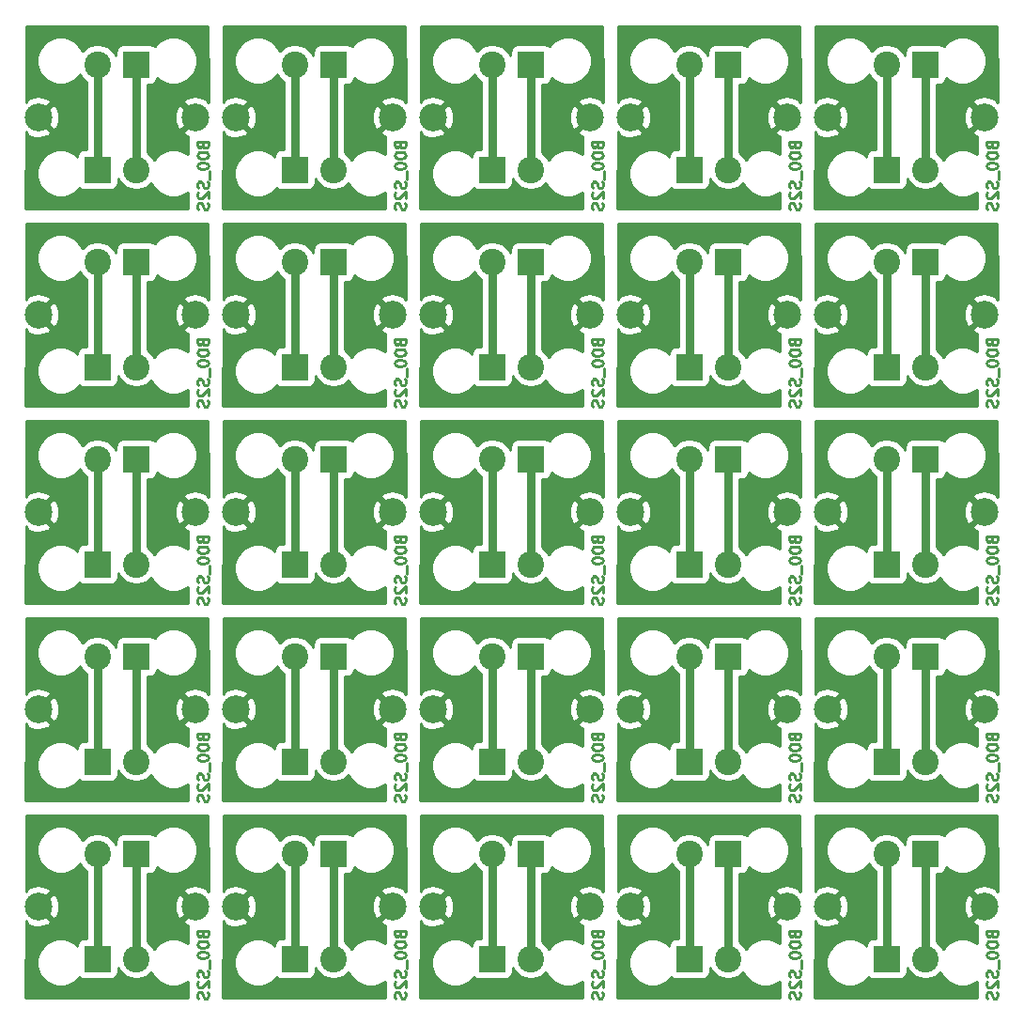
<source format=gbr>
G04 #@! TF.GenerationSoftware,KiCad,Pcbnew,5.1.5-52549c5~86~ubuntu18.04.1*
G04 #@! TF.CreationDate,2020-09-04T20:01:25-05:00*
G04 #@! TF.ProjectId,,58585858-5858-4585-9858-585858585858,rev?*
G04 #@! TF.SameCoordinates,Original*
G04 #@! TF.FileFunction,Copper,L2,Bot*
G04 #@! TF.FilePolarity,Positive*
%FSLAX46Y46*%
G04 Gerber Fmt 4.6, Leading zero omitted, Abs format (unit mm)*
G04 Created by KiCad (PCBNEW 5.1.5-52549c5~86~ubuntu18.04.1) date 2020-09-04 20:01:25*
%MOMM*%
%LPD*%
G04 APERTURE LIST*
%ADD10C,0.250000*%
%ADD11R,2.400000X2.400000*%
%ADD12C,2.400000*%
%ADD13C,2.499360*%
%ADD14C,0.750000*%
%ADD15C,0.254000*%
G04 APERTURE END LIST*
D10*
X190199971Y-139600323D02*
X190247590Y-139743180D01*
X190295209Y-139790800D01*
X190390447Y-139838419D01*
X190533304Y-139838419D01*
X190628542Y-139790800D01*
X190676161Y-139743180D01*
X190723780Y-139647942D01*
X190723780Y-139266990D01*
X189723780Y-139266990D01*
X189723780Y-139600323D01*
X189771400Y-139695561D01*
X189819019Y-139743180D01*
X189914257Y-139790800D01*
X190009495Y-139790800D01*
X190104733Y-139743180D01*
X190152352Y-139695561D01*
X190199971Y-139600323D01*
X190199971Y-139266990D01*
X189723780Y-140457466D02*
X189723780Y-140552704D01*
X189771400Y-140647942D01*
X189819019Y-140695561D01*
X189914257Y-140743180D01*
X190104733Y-140790800D01*
X190342828Y-140790800D01*
X190533304Y-140743180D01*
X190628542Y-140695561D01*
X190676161Y-140647942D01*
X190723780Y-140552704D01*
X190723780Y-140457466D01*
X190676161Y-140362228D01*
X190628542Y-140314609D01*
X190533304Y-140266990D01*
X190342828Y-140219371D01*
X190104733Y-140219371D01*
X189914257Y-140266990D01*
X189819019Y-140314609D01*
X189771400Y-140362228D01*
X189723780Y-140457466D01*
X189723780Y-141409847D02*
X189723780Y-141505085D01*
X189771400Y-141600323D01*
X189819019Y-141647942D01*
X189914257Y-141695561D01*
X190104733Y-141743180D01*
X190342828Y-141743180D01*
X190533304Y-141695561D01*
X190628542Y-141647942D01*
X190676161Y-141600323D01*
X190723780Y-141505085D01*
X190723780Y-141409847D01*
X190676161Y-141314609D01*
X190628542Y-141266990D01*
X190533304Y-141219371D01*
X190342828Y-141171752D01*
X190104733Y-141171752D01*
X189914257Y-141219371D01*
X189819019Y-141266990D01*
X189771400Y-141314609D01*
X189723780Y-141409847D01*
X190819019Y-141933657D02*
X190819019Y-142695561D01*
X190676161Y-142886038D02*
X190723780Y-143028895D01*
X190723780Y-143266990D01*
X190676161Y-143362228D01*
X190628542Y-143409847D01*
X190533304Y-143457466D01*
X190438066Y-143457466D01*
X190342828Y-143409847D01*
X190295209Y-143362228D01*
X190247590Y-143266990D01*
X190199971Y-143076514D01*
X190152352Y-142981276D01*
X190104733Y-142933657D01*
X190009495Y-142886038D01*
X189914257Y-142886038D01*
X189819019Y-142933657D01*
X189771400Y-142981276D01*
X189723780Y-143076514D01*
X189723780Y-143314609D01*
X189771400Y-143457466D01*
X189819019Y-143838419D02*
X189771400Y-143886038D01*
X189723780Y-143981276D01*
X189723780Y-144219371D01*
X189771400Y-144314609D01*
X189819019Y-144362228D01*
X189914257Y-144409847D01*
X190009495Y-144409847D01*
X190152352Y-144362228D01*
X190723780Y-143790800D01*
X190723780Y-144409847D01*
X190676161Y-144790800D02*
X190723780Y-144933657D01*
X190723780Y-145171752D01*
X190676161Y-145266990D01*
X190628542Y-145314609D01*
X190533304Y-145362228D01*
X190438066Y-145362228D01*
X190342828Y-145314609D01*
X190295209Y-145266990D01*
X190247590Y-145171752D01*
X190199971Y-144981276D01*
X190152352Y-144886038D01*
X190104733Y-144838419D01*
X190009495Y-144790800D01*
X189914257Y-144790800D01*
X189819019Y-144838419D01*
X189771400Y-144886038D01*
X189723780Y-144981276D01*
X189723780Y-145219371D01*
X189771400Y-145362228D01*
X172419971Y-139600323D02*
X172467590Y-139743180D01*
X172515209Y-139790800D01*
X172610447Y-139838419D01*
X172753304Y-139838419D01*
X172848542Y-139790800D01*
X172896161Y-139743180D01*
X172943780Y-139647942D01*
X172943780Y-139266990D01*
X171943780Y-139266990D01*
X171943780Y-139600323D01*
X171991400Y-139695561D01*
X172039019Y-139743180D01*
X172134257Y-139790800D01*
X172229495Y-139790800D01*
X172324733Y-139743180D01*
X172372352Y-139695561D01*
X172419971Y-139600323D01*
X172419971Y-139266990D01*
X171943780Y-140457466D02*
X171943780Y-140552704D01*
X171991400Y-140647942D01*
X172039019Y-140695561D01*
X172134257Y-140743180D01*
X172324733Y-140790800D01*
X172562828Y-140790800D01*
X172753304Y-140743180D01*
X172848542Y-140695561D01*
X172896161Y-140647942D01*
X172943780Y-140552704D01*
X172943780Y-140457466D01*
X172896161Y-140362228D01*
X172848542Y-140314609D01*
X172753304Y-140266990D01*
X172562828Y-140219371D01*
X172324733Y-140219371D01*
X172134257Y-140266990D01*
X172039019Y-140314609D01*
X171991400Y-140362228D01*
X171943780Y-140457466D01*
X171943780Y-141409847D02*
X171943780Y-141505085D01*
X171991400Y-141600323D01*
X172039019Y-141647942D01*
X172134257Y-141695561D01*
X172324733Y-141743180D01*
X172562828Y-141743180D01*
X172753304Y-141695561D01*
X172848542Y-141647942D01*
X172896161Y-141600323D01*
X172943780Y-141505085D01*
X172943780Y-141409847D01*
X172896161Y-141314609D01*
X172848542Y-141266990D01*
X172753304Y-141219371D01*
X172562828Y-141171752D01*
X172324733Y-141171752D01*
X172134257Y-141219371D01*
X172039019Y-141266990D01*
X171991400Y-141314609D01*
X171943780Y-141409847D01*
X173039019Y-141933657D02*
X173039019Y-142695561D01*
X172896161Y-142886038D02*
X172943780Y-143028895D01*
X172943780Y-143266990D01*
X172896161Y-143362228D01*
X172848542Y-143409847D01*
X172753304Y-143457466D01*
X172658066Y-143457466D01*
X172562828Y-143409847D01*
X172515209Y-143362228D01*
X172467590Y-143266990D01*
X172419971Y-143076514D01*
X172372352Y-142981276D01*
X172324733Y-142933657D01*
X172229495Y-142886038D01*
X172134257Y-142886038D01*
X172039019Y-142933657D01*
X171991400Y-142981276D01*
X171943780Y-143076514D01*
X171943780Y-143314609D01*
X171991400Y-143457466D01*
X172039019Y-143838419D02*
X171991400Y-143886038D01*
X171943780Y-143981276D01*
X171943780Y-144219371D01*
X171991400Y-144314609D01*
X172039019Y-144362228D01*
X172134257Y-144409847D01*
X172229495Y-144409847D01*
X172372352Y-144362228D01*
X172943780Y-143790800D01*
X172943780Y-144409847D01*
X172896161Y-144790800D02*
X172943780Y-144933657D01*
X172943780Y-145171752D01*
X172896161Y-145266990D01*
X172848542Y-145314609D01*
X172753304Y-145362228D01*
X172658066Y-145362228D01*
X172562828Y-145314609D01*
X172515209Y-145266990D01*
X172467590Y-145171752D01*
X172419971Y-144981276D01*
X172372352Y-144886038D01*
X172324733Y-144838419D01*
X172229495Y-144790800D01*
X172134257Y-144790800D01*
X172039019Y-144838419D01*
X171991400Y-144886038D01*
X171943780Y-144981276D01*
X171943780Y-145219371D01*
X171991400Y-145362228D01*
X154639971Y-139600323D02*
X154687590Y-139743180D01*
X154735209Y-139790800D01*
X154830447Y-139838419D01*
X154973304Y-139838419D01*
X155068542Y-139790800D01*
X155116161Y-139743180D01*
X155163780Y-139647942D01*
X155163780Y-139266990D01*
X154163780Y-139266990D01*
X154163780Y-139600323D01*
X154211400Y-139695561D01*
X154259019Y-139743180D01*
X154354257Y-139790800D01*
X154449495Y-139790800D01*
X154544733Y-139743180D01*
X154592352Y-139695561D01*
X154639971Y-139600323D01*
X154639971Y-139266990D01*
X154163780Y-140457466D02*
X154163780Y-140552704D01*
X154211400Y-140647942D01*
X154259019Y-140695561D01*
X154354257Y-140743180D01*
X154544733Y-140790800D01*
X154782828Y-140790800D01*
X154973304Y-140743180D01*
X155068542Y-140695561D01*
X155116161Y-140647942D01*
X155163780Y-140552704D01*
X155163780Y-140457466D01*
X155116161Y-140362228D01*
X155068542Y-140314609D01*
X154973304Y-140266990D01*
X154782828Y-140219371D01*
X154544733Y-140219371D01*
X154354257Y-140266990D01*
X154259019Y-140314609D01*
X154211400Y-140362228D01*
X154163780Y-140457466D01*
X154163780Y-141409847D02*
X154163780Y-141505085D01*
X154211400Y-141600323D01*
X154259019Y-141647942D01*
X154354257Y-141695561D01*
X154544733Y-141743180D01*
X154782828Y-141743180D01*
X154973304Y-141695561D01*
X155068542Y-141647942D01*
X155116161Y-141600323D01*
X155163780Y-141505085D01*
X155163780Y-141409847D01*
X155116161Y-141314609D01*
X155068542Y-141266990D01*
X154973304Y-141219371D01*
X154782828Y-141171752D01*
X154544733Y-141171752D01*
X154354257Y-141219371D01*
X154259019Y-141266990D01*
X154211400Y-141314609D01*
X154163780Y-141409847D01*
X155259019Y-141933657D02*
X155259019Y-142695561D01*
X155116161Y-142886038D02*
X155163780Y-143028895D01*
X155163780Y-143266990D01*
X155116161Y-143362228D01*
X155068542Y-143409847D01*
X154973304Y-143457466D01*
X154878066Y-143457466D01*
X154782828Y-143409847D01*
X154735209Y-143362228D01*
X154687590Y-143266990D01*
X154639971Y-143076514D01*
X154592352Y-142981276D01*
X154544733Y-142933657D01*
X154449495Y-142886038D01*
X154354257Y-142886038D01*
X154259019Y-142933657D01*
X154211400Y-142981276D01*
X154163780Y-143076514D01*
X154163780Y-143314609D01*
X154211400Y-143457466D01*
X154259019Y-143838419D02*
X154211400Y-143886038D01*
X154163780Y-143981276D01*
X154163780Y-144219371D01*
X154211400Y-144314609D01*
X154259019Y-144362228D01*
X154354257Y-144409847D01*
X154449495Y-144409847D01*
X154592352Y-144362228D01*
X155163780Y-143790800D01*
X155163780Y-144409847D01*
X155116161Y-144790800D02*
X155163780Y-144933657D01*
X155163780Y-145171752D01*
X155116161Y-145266990D01*
X155068542Y-145314609D01*
X154973304Y-145362228D01*
X154878066Y-145362228D01*
X154782828Y-145314609D01*
X154735209Y-145266990D01*
X154687590Y-145171752D01*
X154639971Y-144981276D01*
X154592352Y-144886038D01*
X154544733Y-144838419D01*
X154449495Y-144790800D01*
X154354257Y-144790800D01*
X154259019Y-144838419D01*
X154211400Y-144886038D01*
X154163780Y-144981276D01*
X154163780Y-145219371D01*
X154211400Y-145362228D01*
X136859971Y-139600323D02*
X136907590Y-139743180D01*
X136955209Y-139790800D01*
X137050447Y-139838419D01*
X137193304Y-139838419D01*
X137288542Y-139790800D01*
X137336161Y-139743180D01*
X137383780Y-139647942D01*
X137383780Y-139266990D01*
X136383780Y-139266990D01*
X136383780Y-139600323D01*
X136431400Y-139695561D01*
X136479019Y-139743180D01*
X136574257Y-139790800D01*
X136669495Y-139790800D01*
X136764733Y-139743180D01*
X136812352Y-139695561D01*
X136859971Y-139600323D01*
X136859971Y-139266990D01*
X136383780Y-140457466D02*
X136383780Y-140552704D01*
X136431400Y-140647942D01*
X136479019Y-140695561D01*
X136574257Y-140743180D01*
X136764733Y-140790800D01*
X137002828Y-140790800D01*
X137193304Y-140743180D01*
X137288542Y-140695561D01*
X137336161Y-140647942D01*
X137383780Y-140552704D01*
X137383780Y-140457466D01*
X137336161Y-140362228D01*
X137288542Y-140314609D01*
X137193304Y-140266990D01*
X137002828Y-140219371D01*
X136764733Y-140219371D01*
X136574257Y-140266990D01*
X136479019Y-140314609D01*
X136431400Y-140362228D01*
X136383780Y-140457466D01*
X136383780Y-141409847D02*
X136383780Y-141505085D01*
X136431400Y-141600323D01*
X136479019Y-141647942D01*
X136574257Y-141695561D01*
X136764733Y-141743180D01*
X137002828Y-141743180D01*
X137193304Y-141695561D01*
X137288542Y-141647942D01*
X137336161Y-141600323D01*
X137383780Y-141505085D01*
X137383780Y-141409847D01*
X137336161Y-141314609D01*
X137288542Y-141266990D01*
X137193304Y-141219371D01*
X137002828Y-141171752D01*
X136764733Y-141171752D01*
X136574257Y-141219371D01*
X136479019Y-141266990D01*
X136431400Y-141314609D01*
X136383780Y-141409847D01*
X137479019Y-141933657D02*
X137479019Y-142695561D01*
X137336161Y-142886038D02*
X137383780Y-143028895D01*
X137383780Y-143266990D01*
X137336161Y-143362228D01*
X137288542Y-143409847D01*
X137193304Y-143457466D01*
X137098066Y-143457466D01*
X137002828Y-143409847D01*
X136955209Y-143362228D01*
X136907590Y-143266990D01*
X136859971Y-143076514D01*
X136812352Y-142981276D01*
X136764733Y-142933657D01*
X136669495Y-142886038D01*
X136574257Y-142886038D01*
X136479019Y-142933657D01*
X136431400Y-142981276D01*
X136383780Y-143076514D01*
X136383780Y-143314609D01*
X136431400Y-143457466D01*
X136479019Y-143838419D02*
X136431400Y-143886038D01*
X136383780Y-143981276D01*
X136383780Y-144219371D01*
X136431400Y-144314609D01*
X136479019Y-144362228D01*
X136574257Y-144409847D01*
X136669495Y-144409847D01*
X136812352Y-144362228D01*
X137383780Y-143790800D01*
X137383780Y-144409847D01*
X137336161Y-144790800D02*
X137383780Y-144933657D01*
X137383780Y-145171752D01*
X137336161Y-145266990D01*
X137288542Y-145314609D01*
X137193304Y-145362228D01*
X137098066Y-145362228D01*
X137002828Y-145314609D01*
X136955209Y-145266990D01*
X136907590Y-145171752D01*
X136859971Y-144981276D01*
X136812352Y-144886038D01*
X136764733Y-144838419D01*
X136669495Y-144790800D01*
X136574257Y-144790800D01*
X136479019Y-144838419D01*
X136431400Y-144886038D01*
X136383780Y-144981276D01*
X136383780Y-145219371D01*
X136431400Y-145362228D01*
X119079971Y-139600323D02*
X119127590Y-139743180D01*
X119175209Y-139790800D01*
X119270447Y-139838419D01*
X119413304Y-139838419D01*
X119508542Y-139790800D01*
X119556161Y-139743180D01*
X119603780Y-139647942D01*
X119603780Y-139266990D01*
X118603780Y-139266990D01*
X118603780Y-139600323D01*
X118651400Y-139695561D01*
X118699019Y-139743180D01*
X118794257Y-139790800D01*
X118889495Y-139790800D01*
X118984733Y-139743180D01*
X119032352Y-139695561D01*
X119079971Y-139600323D01*
X119079971Y-139266990D01*
X118603780Y-140457466D02*
X118603780Y-140552704D01*
X118651400Y-140647942D01*
X118699019Y-140695561D01*
X118794257Y-140743180D01*
X118984733Y-140790800D01*
X119222828Y-140790800D01*
X119413304Y-140743180D01*
X119508542Y-140695561D01*
X119556161Y-140647942D01*
X119603780Y-140552704D01*
X119603780Y-140457466D01*
X119556161Y-140362228D01*
X119508542Y-140314609D01*
X119413304Y-140266990D01*
X119222828Y-140219371D01*
X118984733Y-140219371D01*
X118794257Y-140266990D01*
X118699019Y-140314609D01*
X118651400Y-140362228D01*
X118603780Y-140457466D01*
X118603780Y-141409847D02*
X118603780Y-141505085D01*
X118651400Y-141600323D01*
X118699019Y-141647942D01*
X118794257Y-141695561D01*
X118984733Y-141743180D01*
X119222828Y-141743180D01*
X119413304Y-141695561D01*
X119508542Y-141647942D01*
X119556161Y-141600323D01*
X119603780Y-141505085D01*
X119603780Y-141409847D01*
X119556161Y-141314609D01*
X119508542Y-141266990D01*
X119413304Y-141219371D01*
X119222828Y-141171752D01*
X118984733Y-141171752D01*
X118794257Y-141219371D01*
X118699019Y-141266990D01*
X118651400Y-141314609D01*
X118603780Y-141409847D01*
X119699019Y-141933657D02*
X119699019Y-142695561D01*
X119556161Y-142886038D02*
X119603780Y-143028895D01*
X119603780Y-143266990D01*
X119556161Y-143362228D01*
X119508542Y-143409847D01*
X119413304Y-143457466D01*
X119318066Y-143457466D01*
X119222828Y-143409847D01*
X119175209Y-143362228D01*
X119127590Y-143266990D01*
X119079971Y-143076514D01*
X119032352Y-142981276D01*
X118984733Y-142933657D01*
X118889495Y-142886038D01*
X118794257Y-142886038D01*
X118699019Y-142933657D01*
X118651400Y-142981276D01*
X118603780Y-143076514D01*
X118603780Y-143314609D01*
X118651400Y-143457466D01*
X118699019Y-143838419D02*
X118651400Y-143886038D01*
X118603780Y-143981276D01*
X118603780Y-144219371D01*
X118651400Y-144314609D01*
X118699019Y-144362228D01*
X118794257Y-144409847D01*
X118889495Y-144409847D01*
X119032352Y-144362228D01*
X119603780Y-143790800D01*
X119603780Y-144409847D01*
X119556161Y-144790800D02*
X119603780Y-144933657D01*
X119603780Y-145171752D01*
X119556161Y-145266990D01*
X119508542Y-145314609D01*
X119413304Y-145362228D01*
X119318066Y-145362228D01*
X119222828Y-145314609D01*
X119175209Y-145266990D01*
X119127590Y-145171752D01*
X119079971Y-144981276D01*
X119032352Y-144886038D01*
X118984733Y-144838419D01*
X118889495Y-144790800D01*
X118794257Y-144790800D01*
X118699019Y-144838419D01*
X118651400Y-144886038D01*
X118603780Y-144981276D01*
X118603780Y-145219371D01*
X118651400Y-145362228D01*
X190199971Y-121820323D02*
X190247590Y-121963180D01*
X190295209Y-122010800D01*
X190390447Y-122058419D01*
X190533304Y-122058419D01*
X190628542Y-122010800D01*
X190676161Y-121963180D01*
X190723780Y-121867942D01*
X190723780Y-121486990D01*
X189723780Y-121486990D01*
X189723780Y-121820323D01*
X189771400Y-121915561D01*
X189819019Y-121963180D01*
X189914257Y-122010800D01*
X190009495Y-122010800D01*
X190104733Y-121963180D01*
X190152352Y-121915561D01*
X190199971Y-121820323D01*
X190199971Y-121486990D01*
X189723780Y-122677466D02*
X189723780Y-122772704D01*
X189771400Y-122867942D01*
X189819019Y-122915561D01*
X189914257Y-122963180D01*
X190104733Y-123010800D01*
X190342828Y-123010800D01*
X190533304Y-122963180D01*
X190628542Y-122915561D01*
X190676161Y-122867942D01*
X190723780Y-122772704D01*
X190723780Y-122677466D01*
X190676161Y-122582228D01*
X190628542Y-122534609D01*
X190533304Y-122486990D01*
X190342828Y-122439371D01*
X190104733Y-122439371D01*
X189914257Y-122486990D01*
X189819019Y-122534609D01*
X189771400Y-122582228D01*
X189723780Y-122677466D01*
X189723780Y-123629847D02*
X189723780Y-123725085D01*
X189771400Y-123820323D01*
X189819019Y-123867942D01*
X189914257Y-123915561D01*
X190104733Y-123963180D01*
X190342828Y-123963180D01*
X190533304Y-123915561D01*
X190628542Y-123867942D01*
X190676161Y-123820323D01*
X190723780Y-123725085D01*
X190723780Y-123629847D01*
X190676161Y-123534609D01*
X190628542Y-123486990D01*
X190533304Y-123439371D01*
X190342828Y-123391752D01*
X190104733Y-123391752D01*
X189914257Y-123439371D01*
X189819019Y-123486990D01*
X189771400Y-123534609D01*
X189723780Y-123629847D01*
X190819019Y-124153657D02*
X190819019Y-124915561D01*
X190676161Y-125106038D02*
X190723780Y-125248895D01*
X190723780Y-125486990D01*
X190676161Y-125582228D01*
X190628542Y-125629847D01*
X190533304Y-125677466D01*
X190438066Y-125677466D01*
X190342828Y-125629847D01*
X190295209Y-125582228D01*
X190247590Y-125486990D01*
X190199971Y-125296514D01*
X190152352Y-125201276D01*
X190104733Y-125153657D01*
X190009495Y-125106038D01*
X189914257Y-125106038D01*
X189819019Y-125153657D01*
X189771400Y-125201276D01*
X189723780Y-125296514D01*
X189723780Y-125534609D01*
X189771400Y-125677466D01*
X189819019Y-126058419D02*
X189771400Y-126106038D01*
X189723780Y-126201276D01*
X189723780Y-126439371D01*
X189771400Y-126534609D01*
X189819019Y-126582228D01*
X189914257Y-126629847D01*
X190009495Y-126629847D01*
X190152352Y-126582228D01*
X190723780Y-126010800D01*
X190723780Y-126629847D01*
X190676161Y-127010800D02*
X190723780Y-127153657D01*
X190723780Y-127391752D01*
X190676161Y-127486990D01*
X190628542Y-127534609D01*
X190533304Y-127582228D01*
X190438066Y-127582228D01*
X190342828Y-127534609D01*
X190295209Y-127486990D01*
X190247590Y-127391752D01*
X190199971Y-127201276D01*
X190152352Y-127106038D01*
X190104733Y-127058419D01*
X190009495Y-127010800D01*
X189914257Y-127010800D01*
X189819019Y-127058419D01*
X189771400Y-127106038D01*
X189723780Y-127201276D01*
X189723780Y-127439371D01*
X189771400Y-127582228D01*
X172419971Y-121820323D02*
X172467590Y-121963180D01*
X172515209Y-122010800D01*
X172610447Y-122058419D01*
X172753304Y-122058419D01*
X172848542Y-122010800D01*
X172896161Y-121963180D01*
X172943780Y-121867942D01*
X172943780Y-121486990D01*
X171943780Y-121486990D01*
X171943780Y-121820323D01*
X171991400Y-121915561D01*
X172039019Y-121963180D01*
X172134257Y-122010800D01*
X172229495Y-122010800D01*
X172324733Y-121963180D01*
X172372352Y-121915561D01*
X172419971Y-121820323D01*
X172419971Y-121486990D01*
X171943780Y-122677466D02*
X171943780Y-122772704D01*
X171991400Y-122867942D01*
X172039019Y-122915561D01*
X172134257Y-122963180D01*
X172324733Y-123010800D01*
X172562828Y-123010800D01*
X172753304Y-122963180D01*
X172848542Y-122915561D01*
X172896161Y-122867942D01*
X172943780Y-122772704D01*
X172943780Y-122677466D01*
X172896161Y-122582228D01*
X172848542Y-122534609D01*
X172753304Y-122486990D01*
X172562828Y-122439371D01*
X172324733Y-122439371D01*
X172134257Y-122486990D01*
X172039019Y-122534609D01*
X171991400Y-122582228D01*
X171943780Y-122677466D01*
X171943780Y-123629847D02*
X171943780Y-123725085D01*
X171991400Y-123820323D01*
X172039019Y-123867942D01*
X172134257Y-123915561D01*
X172324733Y-123963180D01*
X172562828Y-123963180D01*
X172753304Y-123915561D01*
X172848542Y-123867942D01*
X172896161Y-123820323D01*
X172943780Y-123725085D01*
X172943780Y-123629847D01*
X172896161Y-123534609D01*
X172848542Y-123486990D01*
X172753304Y-123439371D01*
X172562828Y-123391752D01*
X172324733Y-123391752D01*
X172134257Y-123439371D01*
X172039019Y-123486990D01*
X171991400Y-123534609D01*
X171943780Y-123629847D01*
X173039019Y-124153657D02*
X173039019Y-124915561D01*
X172896161Y-125106038D02*
X172943780Y-125248895D01*
X172943780Y-125486990D01*
X172896161Y-125582228D01*
X172848542Y-125629847D01*
X172753304Y-125677466D01*
X172658066Y-125677466D01*
X172562828Y-125629847D01*
X172515209Y-125582228D01*
X172467590Y-125486990D01*
X172419971Y-125296514D01*
X172372352Y-125201276D01*
X172324733Y-125153657D01*
X172229495Y-125106038D01*
X172134257Y-125106038D01*
X172039019Y-125153657D01*
X171991400Y-125201276D01*
X171943780Y-125296514D01*
X171943780Y-125534609D01*
X171991400Y-125677466D01*
X172039019Y-126058419D02*
X171991400Y-126106038D01*
X171943780Y-126201276D01*
X171943780Y-126439371D01*
X171991400Y-126534609D01*
X172039019Y-126582228D01*
X172134257Y-126629847D01*
X172229495Y-126629847D01*
X172372352Y-126582228D01*
X172943780Y-126010800D01*
X172943780Y-126629847D01*
X172896161Y-127010800D02*
X172943780Y-127153657D01*
X172943780Y-127391752D01*
X172896161Y-127486990D01*
X172848542Y-127534609D01*
X172753304Y-127582228D01*
X172658066Y-127582228D01*
X172562828Y-127534609D01*
X172515209Y-127486990D01*
X172467590Y-127391752D01*
X172419971Y-127201276D01*
X172372352Y-127106038D01*
X172324733Y-127058419D01*
X172229495Y-127010800D01*
X172134257Y-127010800D01*
X172039019Y-127058419D01*
X171991400Y-127106038D01*
X171943780Y-127201276D01*
X171943780Y-127439371D01*
X171991400Y-127582228D01*
X154639971Y-121820323D02*
X154687590Y-121963180D01*
X154735209Y-122010800D01*
X154830447Y-122058419D01*
X154973304Y-122058419D01*
X155068542Y-122010800D01*
X155116161Y-121963180D01*
X155163780Y-121867942D01*
X155163780Y-121486990D01*
X154163780Y-121486990D01*
X154163780Y-121820323D01*
X154211400Y-121915561D01*
X154259019Y-121963180D01*
X154354257Y-122010800D01*
X154449495Y-122010800D01*
X154544733Y-121963180D01*
X154592352Y-121915561D01*
X154639971Y-121820323D01*
X154639971Y-121486990D01*
X154163780Y-122677466D02*
X154163780Y-122772704D01*
X154211400Y-122867942D01*
X154259019Y-122915561D01*
X154354257Y-122963180D01*
X154544733Y-123010800D01*
X154782828Y-123010800D01*
X154973304Y-122963180D01*
X155068542Y-122915561D01*
X155116161Y-122867942D01*
X155163780Y-122772704D01*
X155163780Y-122677466D01*
X155116161Y-122582228D01*
X155068542Y-122534609D01*
X154973304Y-122486990D01*
X154782828Y-122439371D01*
X154544733Y-122439371D01*
X154354257Y-122486990D01*
X154259019Y-122534609D01*
X154211400Y-122582228D01*
X154163780Y-122677466D01*
X154163780Y-123629847D02*
X154163780Y-123725085D01*
X154211400Y-123820323D01*
X154259019Y-123867942D01*
X154354257Y-123915561D01*
X154544733Y-123963180D01*
X154782828Y-123963180D01*
X154973304Y-123915561D01*
X155068542Y-123867942D01*
X155116161Y-123820323D01*
X155163780Y-123725085D01*
X155163780Y-123629847D01*
X155116161Y-123534609D01*
X155068542Y-123486990D01*
X154973304Y-123439371D01*
X154782828Y-123391752D01*
X154544733Y-123391752D01*
X154354257Y-123439371D01*
X154259019Y-123486990D01*
X154211400Y-123534609D01*
X154163780Y-123629847D01*
X155259019Y-124153657D02*
X155259019Y-124915561D01*
X155116161Y-125106038D02*
X155163780Y-125248895D01*
X155163780Y-125486990D01*
X155116161Y-125582228D01*
X155068542Y-125629847D01*
X154973304Y-125677466D01*
X154878066Y-125677466D01*
X154782828Y-125629847D01*
X154735209Y-125582228D01*
X154687590Y-125486990D01*
X154639971Y-125296514D01*
X154592352Y-125201276D01*
X154544733Y-125153657D01*
X154449495Y-125106038D01*
X154354257Y-125106038D01*
X154259019Y-125153657D01*
X154211400Y-125201276D01*
X154163780Y-125296514D01*
X154163780Y-125534609D01*
X154211400Y-125677466D01*
X154259019Y-126058419D02*
X154211400Y-126106038D01*
X154163780Y-126201276D01*
X154163780Y-126439371D01*
X154211400Y-126534609D01*
X154259019Y-126582228D01*
X154354257Y-126629847D01*
X154449495Y-126629847D01*
X154592352Y-126582228D01*
X155163780Y-126010800D01*
X155163780Y-126629847D01*
X155116161Y-127010800D02*
X155163780Y-127153657D01*
X155163780Y-127391752D01*
X155116161Y-127486990D01*
X155068542Y-127534609D01*
X154973304Y-127582228D01*
X154878066Y-127582228D01*
X154782828Y-127534609D01*
X154735209Y-127486990D01*
X154687590Y-127391752D01*
X154639971Y-127201276D01*
X154592352Y-127106038D01*
X154544733Y-127058419D01*
X154449495Y-127010800D01*
X154354257Y-127010800D01*
X154259019Y-127058419D01*
X154211400Y-127106038D01*
X154163780Y-127201276D01*
X154163780Y-127439371D01*
X154211400Y-127582228D01*
X136859971Y-121820323D02*
X136907590Y-121963180D01*
X136955209Y-122010800D01*
X137050447Y-122058419D01*
X137193304Y-122058419D01*
X137288542Y-122010800D01*
X137336161Y-121963180D01*
X137383780Y-121867942D01*
X137383780Y-121486990D01*
X136383780Y-121486990D01*
X136383780Y-121820323D01*
X136431400Y-121915561D01*
X136479019Y-121963180D01*
X136574257Y-122010800D01*
X136669495Y-122010800D01*
X136764733Y-121963180D01*
X136812352Y-121915561D01*
X136859971Y-121820323D01*
X136859971Y-121486990D01*
X136383780Y-122677466D02*
X136383780Y-122772704D01*
X136431400Y-122867942D01*
X136479019Y-122915561D01*
X136574257Y-122963180D01*
X136764733Y-123010800D01*
X137002828Y-123010800D01*
X137193304Y-122963180D01*
X137288542Y-122915561D01*
X137336161Y-122867942D01*
X137383780Y-122772704D01*
X137383780Y-122677466D01*
X137336161Y-122582228D01*
X137288542Y-122534609D01*
X137193304Y-122486990D01*
X137002828Y-122439371D01*
X136764733Y-122439371D01*
X136574257Y-122486990D01*
X136479019Y-122534609D01*
X136431400Y-122582228D01*
X136383780Y-122677466D01*
X136383780Y-123629847D02*
X136383780Y-123725085D01*
X136431400Y-123820323D01*
X136479019Y-123867942D01*
X136574257Y-123915561D01*
X136764733Y-123963180D01*
X137002828Y-123963180D01*
X137193304Y-123915561D01*
X137288542Y-123867942D01*
X137336161Y-123820323D01*
X137383780Y-123725085D01*
X137383780Y-123629847D01*
X137336161Y-123534609D01*
X137288542Y-123486990D01*
X137193304Y-123439371D01*
X137002828Y-123391752D01*
X136764733Y-123391752D01*
X136574257Y-123439371D01*
X136479019Y-123486990D01*
X136431400Y-123534609D01*
X136383780Y-123629847D01*
X137479019Y-124153657D02*
X137479019Y-124915561D01*
X137336161Y-125106038D02*
X137383780Y-125248895D01*
X137383780Y-125486990D01*
X137336161Y-125582228D01*
X137288542Y-125629847D01*
X137193304Y-125677466D01*
X137098066Y-125677466D01*
X137002828Y-125629847D01*
X136955209Y-125582228D01*
X136907590Y-125486990D01*
X136859971Y-125296514D01*
X136812352Y-125201276D01*
X136764733Y-125153657D01*
X136669495Y-125106038D01*
X136574257Y-125106038D01*
X136479019Y-125153657D01*
X136431400Y-125201276D01*
X136383780Y-125296514D01*
X136383780Y-125534609D01*
X136431400Y-125677466D01*
X136479019Y-126058419D02*
X136431400Y-126106038D01*
X136383780Y-126201276D01*
X136383780Y-126439371D01*
X136431400Y-126534609D01*
X136479019Y-126582228D01*
X136574257Y-126629847D01*
X136669495Y-126629847D01*
X136812352Y-126582228D01*
X137383780Y-126010800D01*
X137383780Y-126629847D01*
X137336161Y-127010800D02*
X137383780Y-127153657D01*
X137383780Y-127391752D01*
X137336161Y-127486990D01*
X137288542Y-127534609D01*
X137193304Y-127582228D01*
X137098066Y-127582228D01*
X137002828Y-127534609D01*
X136955209Y-127486990D01*
X136907590Y-127391752D01*
X136859971Y-127201276D01*
X136812352Y-127106038D01*
X136764733Y-127058419D01*
X136669495Y-127010800D01*
X136574257Y-127010800D01*
X136479019Y-127058419D01*
X136431400Y-127106038D01*
X136383780Y-127201276D01*
X136383780Y-127439371D01*
X136431400Y-127582228D01*
X119079971Y-121820323D02*
X119127590Y-121963180D01*
X119175209Y-122010800D01*
X119270447Y-122058419D01*
X119413304Y-122058419D01*
X119508542Y-122010800D01*
X119556161Y-121963180D01*
X119603780Y-121867942D01*
X119603780Y-121486990D01*
X118603780Y-121486990D01*
X118603780Y-121820323D01*
X118651400Y-121915561D01*
X118699019Y-121963180D01*
X118794257Y-122010800D01*
X118889495Y-122010800D01*
X118984733Y-121963180D01*
X119032352Y-121915561D01*
X119079971Y-121820323D01*
X119079971Y-121486990D01*
X118603780Y-122677466D02*
X118603780Y-122772704D01*
X118651400Y-122867942D01*
X118699019Y-122915561D01*
X118794257Y-122963180D01*
X118984733Y-123010800D01*
X119222828Y-123010800D01*
X119413304Y-122963180D01*
X119508542Y-122915561D01*
X119556161Y-122867942D01*
X119603780Y-122772704D01*
X119603780Y-122677466D01*
X119556161Y-122582228D01*
X119508542Y-122534609D01*
X119413304Y-122486990D01*
X119222828Y-122439371D01*
X118984733Y-122439371D01*
X118794257Y-122486990D01*
X118699019Y-122534609D01*
X118651400Y-122582228D01*
X118603780Y-122677466D01*
X118603780Y-123629847D02*
X118603780Y-123725085D01*
X118651400Y-123820323D01*
X118699019Y-123867942D01*
X118794257Y-123915561D01*
X118984733Y-123963180D01*
X119222828Y-123963180D01*
X119413304Y-123915561D01*
X119508542Y-123867942D01*
X119556161Y-123820323D01*
X119603780Y-123725085D01*
X119603780Y-123629847D01*
X119556161Y-123534609D01*
X119508542Y-123486990D01*
X119413304Y-123439371D01*
X119222828Y-123391752D01*
X118984733Y-123391752D01*
X118794257Y-123439371D01*
X118699019Y-123486990D01*
X118651400Y-123534609D01*
X118603780Y-123629847D01*
X119699019Y-124153657D02*
X119699019Y-124915561D01*
X119556161Y-125106038D02*
X119603780Y-125248895D01*
X119603780Y-125486990D01*
X119556161Y-125582228D01*
X119508542Y-125629847D01*
X119413304Y-125677466D01*
X119318066Y-125677466D01*
X119222828Y-125629847D01*
X119175209Y-125582228D01*
X119127590Y-125486990D01*
X119079971Y-125296514D01*
X119032352Y-125201276D01*
X118984733Y-125153657D01*
X118889495Y-125106038D01*
X118794257Y-125106038D01*
X118699019Y-125153657D01*
X118651400Y-125201276D01*
X118603780Y-125296514D01*
X118603780Y-125534609D01*
X118651400Y-125677466D01*
X118699019Y-126058419D02*
X118651400Y-126106038D01*
X118603780Y-126201276D01*
X118603780Y-126439371D01*
X118651400Y-126534609D01*
X118699019Y-126582228D01*
X118794257Y-126629847D01*
X118889495Y-126629847D01*
X119032352Y-126582228D01*
X119603780Y-126010800D01*
X119603780Y-126629847D01*
X119556161Y-127010800D02*
X119603780Y-127153657D01*
X119603780Y-127391752D01*
X119556161Y-127486990D01*
X119508542Y-127534609D01*
X119413304Y-127582228D01*
X119318066Y-127582228D01*
X119222828Y-127534609D01*
X119175209Y-127486990D01*
X119127590Y-127391752D01*
X119079971Y-127201276D01*
X119032352Y-127106038D01*
X118984733Y-127058419D01*
X118889495Y-127010800D01*
X118794257Y-127010800D01*
X118699019Y-127058419D01*
X118651400Y-127106038D01*
X118603780Y-127201276D01*
X118603780Y-127439371D01*
X118651400Y-127582228D01*
X190199971Y-104040323D02*
X190247590Y-104183180D01*
X190295209Y-104230800D01*
X190390447Y-104278419D01*
X190533304Y-104278419D01*
X190628542Y-104230800D01*
X190676161Y-104183180D01*
X190723780Y-104087942D01*
X190723780Y-103706990D01*
X189723780Y-103706990D01*
X189723780Y-104040323D01*
X189771400Y-104135561D01*
X189819019Y-104183180D01*
X189914257Y-104230800D01*
X190009495Y-104230800D01*
X190104733Y-104183180D01*
X190152352Y-104135561D01*
X190199971Y-104040323D01*
X190199971Y-103706990D01*
X189723780Y-104897466D02*
X189723780Y-104992704D01*
X189771400Y-105087942D01*
X189819019Y-105135561D01*
X189914257Y-105183180D01*
X190104733Y-105230800D01*
X190342828Y-105230800D01*
X190533304Y-105183180D01*
X190628542Y-105135561D01*
X190676161Y-105087942D01*
X190723780Y-104992704D01*
X190723780Y-104897466D01*
X190676161Y-104802228D01*
X190628542Y-104754609D01*
X190533304Y-104706990D01*
X190342828Y-104659371D01*
X190104733Y-104659371D01*
X189914257Y-104706990D01*
X189819019Y-104754609D01*
X189771400Y-104802228D01*
X189723780Y-104897466D01*
X189723780Y-105849847D02*
X189723780Y-105945085D01*
X189771400Y-106040323D01*
X189819019Y-106087942D01*
X189914257Y-106135561D01*
X190104733Y-106183180D01*
X190342828Y-106183180D01*
X190533304Y-106135561D01*
X190628542Y-106087942D01*
X190676161Y-106040323D01*
X190723780Y-105945085D01*
X190723780Y-105849847D01*
X190676161Y-105754609D01*
X190628542Y-105706990D01*
X190533304Y-105659371D01*
X190342828Y-105611752D01*
X190104733Y-105611752D01*
X189914257Y-105659371D01*
X189819019Y-105706990D01*
X189771400Y-105754609D01*
X189723780Y-105849847D01*
X190819019Y-106373657D02*
X190819019Y-107135561D01*
X190676161Y-107326038D02*
X190723780Y-107468895D01*
X190723780Y-107706990D01*
X190676161Y-107802228D01*
X190628542Y-107849847D01*
X190533304Y-107897466D01*
X190438066Y-107897466D01*
X190342828Y-107849847D01*
X190295209Y-107802228D01*
X190247590Y-107706990D01*
X190199971Y-107516514D01*
X190152352Y-107421276D01*
X190104733Y-107373657D01*
X190009495Y-107326038D01*
X189914257Y-107326038D01*
X189819019Y-107373657D01*
X189771400Y-107421276D01*
X189723780Y-107516514D01*
X189723780Y-107754609D01*
X189771400Y-107897466D01*
X189819019Y-108278419D02*
X189771400Y-108326038D01*
X189723780Y-108421276D01*
X189723780Y-108659371D01*
X189771400Y-108754609D01*
X189819019Y-108802228D01*
X189914257Y-108849847D01*
X190009495Y-108849847D01*
X190152352Y-108802228D01*
X190723780Y-108230800D01*
X190723780Y-108849847D01*
X190676161Y-109230800D02*
X190723780Y-109373657D01*
X190723780Y-109611752D01*
X190676161Y-109706990D01*
X190628542Y-109754609D01*
X190533304Y-109802228D01*
X190438066Y-109802228D01*
X190342828Y-109754609D01*
X190295209Y-109706990D01*
X190247590Y-109611752D01*
X190199971Y-109421276D01*
X190152352Y-109326038D01*
X190104733Y-109278419D01*
X190009495Y-109230800D01*
X189914257Y-109230800D01*
X189819019Y-109278419D01*
X189771400Y-109326038D01*
X189723780Y-109421276D01*
X189723780Y-109659371D01*
X189771400Y-109802228D01*
X172419971Y-104040323D02*
X172467590Y-104183180D01*
X172515209Y-104230800D01*
X172610447Y-104278419D01*
X172753304Y-104278419D01*
X172848542Y-104230800D01*
X172896161Y-104183180D01*
X172943780Y-104087942D01*
X172943780Y-103706990D01*
X171943780Y-103706990D01*
X171943780Y-104040323D01*
X171991400Y-104135561D01*
X172039019Y-104183180D01*
X172134257Y-104230800D01*
X172229495Y-104230800D01*
X172324733Y-104183180D01*
X172372352Y-104135561D01*
X172419971Y-104040323D01*
X172419971Y-103706990D01*
X171943780Y-104897466D02*
X171943780Y-104992704D01*
X171991400Y-105087942D01*
X172039019Y-105135561D01*
X172134257Y-105183180D01*
X172324733Y-105230800D01*
X172562828Y-105230800D01*
X172753304Y-105183180D01*
X172848542Y-105135561D01*
X172896161Y-105087942D01*
X172943780Y-104992704D01*
X172943780Y-104897466D01*
X172896161Y-104802228D01*
X172848542Y-104754609D01*
X172753304Y-104706990D01*
X172562828Y-104659371D01*
X172324733Y-104659371D01*
X172134257Y-104706990D01*
X172039019Y-104754609D01*
X171991400Y-104802228D01*
X171943780Y-104897466D01*
X171943780Y-105849847D02*
X171943780Y-105945085D01*
X171991400Y-106040323D01*
X172039019Y-106087942D01*
X172134257Y-106135561D01*
X172324733Y-106183180D01*
X172562828Y-106183180D01*
X172753304Y-106135561D01*
X172848542Y-106087942D01*
X172896161Y-106040323D01*
X172943780Y-105945085D01*
X172943780Y-105849847D01*
X172896161Y-105754609D01*
X172848542Y-105706990D01*
X172753304Y-105659371D01*
X172562828Y-105611752D01*
X172324733Y-105611752D01*
X172134257Y-105659371D01*
X172039019Y-105706990D01*
X171991400Y-105754609D01*
X171943780Y-105849847D01*
X173039019Y-106373657D02*
X173039019Y-107135561D01*
X172896161Y-107326038D02*
X172943780Y-107468895D01*
X172943780Y-107706990D01*
X172896161Y-107802228D01*
X172848542Y-107849847D01*
X172753304Y-107897466D01*
X172658066Y-107897466D01*
X172562828Y-107849847D01*
X172515209Y-107802228D01*
X172467590Y-107706990D01*
X172419971Y-107516514D01*
X172372352Y-107421276D01*
X172324733Y-107373657D01*
X172229495Y-107326038D01*
X172134257Y-107326038D01*
X172039019Y-107373657D01*
X171991400Y-107421276D01*
X171943780Y-107516514D01*
X171943780Y-107754609D01*
X171991400Y-107897466D01*
X172039019Y-108278419D02*
X171991400Y-108326038D01*
X171943780Y-108421276D01*
X171943780Y-108659371D01*
X171991400Y-108754609D01*
X172039019Y-108802228D01*
X172134257Y-108849847D01*
X172229495Y-108849847D01*
X172372352Y-108802228D01*
X172943780Y-108230800D01*
X172943780Y-108849847D01*
X172896161Y-109230800D02*
X172943780Y-109373657D01*
X172943780Y-109611752D01*
X172896161Y-109706990D01*
X172848542Y-109754609D01*
X172753304Y-109802228D01*
X172658066Y-109802228D01*
X172562828Y-109754609D01*
X172515209Y-109706990D01*
X172467590Y-109611752D01*
X172419971Y-109421276D01*
X172372352Y-109326038D01*
X172324733Y-109278419D01*
X172229495Y-109230800D01*
X172134257Y-109230800D01*
X172039019Y-109278419D01*
X171991400Y-109326038D01*
X171943780Y-109421276D01*
X171943780Y-109659371D01*
X171991400Y-109802228D01*
X154639971Y-104040323D02*
X154687590Y-104183180D01*
X154735209Y-104230800D01*
X154830447Y-104278419D01*
X154973304Y-104278419D01*
X155068542Y-104230800D01*
X155116161Y-104183180D01*
X155163780Y-104087942D01*
X155163780Y-103706990D01*
X154163780Y-103706990D01*
X154163780Y-104040323D01*
X154211400Y-104135561D01*
X154259019Y-104183180D01*
X154354257Y-104230800D01*
X154449495Y-104230800D01*
X154544733Y-104183180D01*
X154592352Y-104135561D01*
X154639971Y-104040323D01*
X154639971Y-103706990D01*
X154163780Y-104897466D02*
X154163780Y-104992704D01*
X154211400Y-105087942D01*
X154259019Y-105135561D01*
X154354257Y-105183180D01*
X154544733Y-105230800D01*
X154782828Y-105230800D01*
X154973304Y-105183180D01*
X155068542Y-105135561D01*
X155116161Y-105087942D01*
X155163780Y-104992704D01*
X155163780Y-104897466D01*
X155116161Y-104802228D01*
X155068542Y-104754609D01*
X154973304Y-104706990D01*
X154782828Y-104659371D01*
X154544733Y-104659371D01*
X154354257Y-104706990D01*
X154259019Y-104754609D01*
X154211400Y-104802228D01*
X154163780Y-104897466D01*
X154163780Y-105849847D02*
X154163780Y-105945085D01*
X154211400Y-106040323D01*
X154259019Y-106087942D01*
X154354257Y-106135561D01*
X154544733Y-106183180D01*
X154782828Y-106183180D01*
X154973304Y-106135561D01*
X155068542Y-106087942D01*
X155116161Y-106040323D01*
X155163780Y-105945085D01*
X155163780Y-105849847D01*
X155116161Y-105754609D01*
X155068542Y-105706990D01*
X154973304Y-105659371D01*
X154782828Y-105611752D01*
X154544733Y-105611752D01*
X154354257Y-105659371D01*
X154259019Y-105706990D01*
X154211400Y-105754609D01*
X154163780Y-105849847D01*
X155259019Y-106373657D02*
X155259019Y-107135561D01*
X155116161Y-107326038D02*
X155163780Y-107468895D01*
X155163780Y-107706990D01*
X155116161Y-107802228D01*
X155068542Y-107849847D01*
X154973304Y-107897466D01*
X154878066Y-107897466D01*
X154782828Y-107849847D01*
X154735209Y-107802228D01*
X154687590Y-107706990D01*
X154639971Y-107516514D01*
X154592352Y-107421276D01*
X154544733Y-107373657D01*
X154449495Y-107326038D01*
X154354257Y-107326038D01*
X154259019Y-107373657D01*
X154211400Y-107421276D01*
X154163780Y-107516514D01*
X154163780Y-107754609D01*
X154211400Y-107897466D01*
X154259019Y-108278419D02*
X154211400Y-108326038D01*
X154163780Y-108421276D01*
X154163780Y-108659371D01*
X154211400Y-108754609D01*
X154259019Y-108802228D01*
X154354257Y-108849847D01*
X154449495Y-108849847D01*
X154592352Y-108802228D01*
X155163780Y-108230800D01*
X155163780Y-108849847D01*
X155116161Y-109230800D02*
X155163780Y-109373657D01*
X155163780Y-109611752D01*
X155116161Y-109706990D01*
X155068542Y-109754609D01*
X154973304Y-109802228D01*
X154878066Y-109802228D01*
X154782828Y-109754609D01*
X154735209Y-109706990D01*
X154687590Y-109611752D01*
X154639971Y-109421276D01*
X154592352Y-109326038D01*
X154544733Y-109278419D01*
X154449495Y-109230800D01*
X154354257Y-109230800D01*
X154259019Y-109278419D01*
X154211400Y-109326038D01*
X154163780Y-109421276D01*
X154163780Y-109659371D01*
X154211400Y-109802228D01*
X136859971Y-104040323D02*
X136907590Y-104183180D01*
X136955209Y-104230800D01*
X137050447Y-104278419D01*
X137193304Y-104278419D01*
X137288542Y-104230800D01*
X137336161Y-104183180D01*
X137383780Y-104087942D01*
X137383780Y-103706990D01*
X136383780Y-103706990D01*
X136383780Y-104040323D01*
X136431400Y-104135561D01*
X136479019Y-104183180D01*
X136574257Y-104230800D01*
X136669495Y-104230800D01*
X136764733Y-104183180D01*
X136812352Y-104135561D01*
X136859971Y-104040323D01*
X136859971Y-103706990D01*
X136383780Y-104897466D02*
X136383780Y-104992704D01*
X136431400Y-105087942D01*
X136479019Y-105135561D01*
X136574257Y-105183180D01*
X136764733Y-105230800D01*
X137002828Y-105230800D01*
X137193304Y-105183180D01*
X137288542Y-105135561D01*
X137336161Y-105087942D01*
X137383780Y-104992704D01*
X137383780Y-104897466D01*
X137336161Y-104802228D01*
X137288542Y-104754609D01*
X137193304Y-104706990D01*
X137002828Y-104659371D01*
X136764733Y-104659371D01*
X136574257Y-104706990D01*
X136479019Y-104754609D01*
X136431400Y-104802228D01*
X136383780Y-104897466D01*
X136383780Y-105849847D02*
X136383780Y-105945085D01*
X136431400Y-106040323D01*
X136479019Y-106087942D01*
X136574257Y-106135561D01*
X136764733Y-106183180D01*
X137002828Y-106183180D01*
X137193304Y-106135561D01*
X137288542Y-106087942D01*
X137336161Y-106040323D01*
X137383780Y-105945085D01*
X137383780Y-105849847D01*
X137336161Y-105754609D01*
X137288542Y-105706990D01*
X137193304Y-105659371D01*
X137002828Y-105611752D01*
X136764733Y-105611752D01*
X136574257Y-105659371D01*
X136479019Y-105706990D01*
X136431400Y-105754609D01*
X136383780Y-105849847D01*
X137479019Y-106373657D02*
X137479019Y-107135561D01*
X137336161Y-107326038D02*
X137383780Y-107468895D01*
X137383780Y-107706990D01*
X137336161Y-107802228D01*
X137288542Y-107849847D01*
X137193304Y-107897466D01*
X137098066Y-107897466D01*
X137002828Y-107849847D01*
X136955209Y-107802228D01*
X136907590Y-107706990D01*
X136859971Y-107516514D01*
X136812352Y-107421276D01*
X136764733Y-107373657D01*
X136669495Y-107326038D01*
X136574257Y-107326038D01*
X136479019Y-107373657D01*
X136431400Y-107421276D01*
X136383780Y-107516514D01*
X136383780Y-107754609D01*
X136431400Y-107897466D01*
X136479019Y-108278419D02*
X136431400Y-108326038D01*
X136383780Y-108421276D01*
X136383780Y-108659371D01*
X136431400Y-108754609D01*
X136479019Y-108802228D01*
X136574257Y-108849847D01*
X136669495Y-108849847D01*
X136812352Y-108802228D01*
X137383780Y-108230800D01*
X137383780Y-108849847D01*
X137336161Y-109230800D02*
X137383780Y-109373657D01*
X137383780Y-109611752D01*
X137336161Y-109706990D01*
X137288542Y-109754609D01*
X137193304Y-109802228D01*
X137098066Y-109802228D01*
X137002828Y-109754609D01*
X136955209Y-109706990D01*
X136907590Y-109611752D01*
X136859971Y-109421276D01*
X136812352Y-109326038D01*
X136764733Y-109278419D01*
X136669495Y-109230800D01*
X136574257Y-109230800D01*
X136479019Y-109278419D01*
X136431400Y-109326038D01*
X136383780Y-109421276D01*
X136383780Y-109659371D01*
X136431400Y-109802228D01*
X119079971Y-104040323D02*
X119127590Y-104183180D01*
X119175209Y-104230800D01*
X119270447Y-104278419D01*
X119413304Y-104278419D01*
X119508542Y-104230800D01*
X119556161Y-104183180D01*
X119603780Y-104087942D01*
X119603780Y-103706990D01*
X118603780Y-103706990D01*
X118603780Y-104040323D01*
X118651400Y-104135561D01*
X118699019Y-104183180D01*
X118794257Y-104230800D01*
X118889495Y-104230800D01*
X118984733Y-104183180D01*
X119032352Y-104135561D01*
X119079971Y-104040323D01*
X119079971Y-103706990D01*
X118603780Y-104897466D02*
X118603780Y-104992704D01*
X118651400Y-105087942D01*
X118699019Y-105135561D01*
X118794257Y-105183180D01*
X118984733Y-105230800D01*
X119222828Y-105230800D01*
X119413304Y-105183180D01*
X119508542Y-105135561D01*
X119556161Y-105087942D01*
X119603780Y-104992704D01*
X119603780Y-104897466D01*
X119556161Y-104802228D01*
X119508542Y-104754609D01*
X119413304Y-104706990D01*
X119222828Y-104659371D01*
X118984733Y-104659371D01*
X118794257Y-104706990D01*
X118699019Y-104754609D01*
X118651400Y-104802228D01*
X118603780Y-104897466D01*
X118603780Y-105849847D02*
X118603780Y-105945085D01*
X118651400Y-106040323D01*
X118699019Y-106087942D01*
X118794257Y-106135561D01*
X118984733Y-106183180D01*
X119222828Y-106183180D01*
X119413304Y-106135561D01*
X119508542Y-106087942D01*
X119556161Y-106040323D01*
X119603780Y-105945085D01*
X119603780Y-105849847D01*
X119556161Y-105754609D01*
X119508542Y-105706990D01*
X119413304Y-105659371D01*
X119222828Y-105611752D01*
X118984733Y-105611752D01*
X118794257Y-105659371D01*
X118699019Y-105706990D01*
X118651400Y-105754609D01*
X118603780Y-105849847D01*
X119699019Y-106373657D02*
X119699019Y-107135561D01*
X119556161Y-107326038D02*
X119603780Y-107468895D01*
X119603780Y-107706990D01*
X119556161Y-107802228D01*
X119508542Y-107849847D01*
X119413304Y-107897466D01*
X119318066Y-107897466D01*
X119222828Y-107849847D01*
X119175209Y-107802228D01*
X119127590Y-107706990D01*
X119079971Y-107516514D01*
X119032352Y-107421276D01*
X118984733Y-107373657D01*
X118889495Y-107326038D01*
X118794257Y-107326038D01*
X118699019Y-107373657D01*
X118651400Y-107421276D01*
X118603780Y-107516514D01*
X118603780Y-107754609D01*
X118651400Y-107897466D01*
X118699019Y-108278419D02*
X118651400Y-108326038D01*
X118603780Y-108421276D01*
X118603780Y-108659371D01*
X118651400Y-108754609D01*
X118699019Y-108802228D01*
X118794257Y-108849847D01*
X118889495Y-108849847D01*
X119032352Y-108802228D01*
X119603780Y-108230800D01*
X119603780Y-108849847D01*
X119556161Y-109230800D02*
X119603780Y-109373657D01*
X119603780Y-109611752D01*
X119556161Y-109706990D01*
X119508542Y-109754609D01*
X119413304Y-109802228D01*
X119318066Y-109802228D01*
X119222828Y-109754609D01*
X119175209Y-109706990D01*
X119127590Y-109611752D01*
X119079971Y-109421276D01*
X119032352Y-109326038D01*
X118984733Y-109278419D01*
X118889495Y-109230800D01*
X118794257Y-109230800D01*
X118699019Y-109278419D01*
X118651400Y-109326038D01*
X118603780Y-109421276D01*
X118603780Y-109659371D01*
X118651400Y-109802228D01*
X190199971Y-86260323D02*
X190247590Y-86403180D01*
X190295209Y-86450800D01*
X190390447Y-86498419D01*
X190533304Y-86498419D01*
X190628542Y-86450800D01*
X190676161Y-86403180D01*
X190723780Y-86307942D01*
X190723780Y-85926990D01*
X189723780Y-85926990D01*
X189723780Y-86260323D01*
X189771400Y-86355561D01*
X189819019Y-86403180D01*
X189914257Y-86450800D01*
X190009495Y-86450800D01*
X190104733Y-86403180D01*
X190152352Y-86355561D01*
X190199971Y-86260323D01*
X190199971Y-85926990D01*
X189723780Y-87117466D02*
X189723780Y-87212704D01*
X189771400Y-87307942D01*
X189819019Y-87355561D01*
X189914257Y-87403180D01*
X190104733Y-87450800D01*
X190342828Y-87450800D01*
X190533304Y-87403180D01*
X190628542Y-87355561D01*
X190676161Y-87307942D01*
X190723780Y-87212704D01*
X190723780Y-87117466D01*
X190676161Y-87022228D01*
X190628542Y-86974609D01*
X190533304Y-86926990D01*
X190342828Y-86879371D01*
X190104733Y-86879371D01*
X189914257Y-86926990D01*
X189819019Y-86974609D01*
X189771400Y-87022228D01*
X189723780Y-87117466D01*
X189723780Y-88069847D02*
X189723780Y-88165085D01*
X189771400Y-88260323D01*
X189819019Y-88307942D01*
X189914257Y-88355561D01*
X190104733Y-88403180D01*
X190342828Y-88403180D01*
X190533304Y-88355561D01*
X190628542Y-88307942D01*
X190676161Y-88260323D01*
X190723780Y-88165085D01*
X190723780Y-88069847D01*
X190676161Y-87974609D01*
X190628542Y-87926990D01*
X190533304Y-87879371D01*
X190342828Y-87831752D01*
X190104733Y-87831752D01*
X189914257Y-87879371D01*
X189819019Y-87926990D01*
X189771400Y-87974609D01*
X189723780Y-88069847D01*
X190819019Y-88593657D02*
X190819019Y-89355561D01*
X190676161Y-89546038D02*
X190723780Y-89688895D01*
X190723780Y-89926990D01*
X190676161Y-90022228D01*
X190628542Y-90069847D01*
X190533304Y-90117466D01*
X190438066Y-90117466D01*
X190342828Y-90069847D01*
X190295209Y-90022228D01*
X190247590Y-89926990D01*
X190199971Y-89736514D01*
X190152352Y-89641276D01*
X190104733Y-89593657D01*
X190009495Y-89546038D01*
X189914257Y-89546038D01*
X189819019Y-89593657D01*
X189771400Y-89641276D01*
X189723780Y-89736514D01*
X189723780Y-89974609D01*
X189771400Y-90117466D01*
X189819019Y-90498419D02*
X189771400Y-90546038D01*
X189723780Y-90641276D01*
X189723780Y-90879371D01*
X189771400Y-90974609D01*
X189819019Y-91022228D01*
X189914257Y-91069847D01*
X190009495Y-91069847D01*
X190152352Y-91022228D01*
X190723780Y-90450800D01*
X190723780Y-91069847D01*
X190676161Y-91450800D02*
X190723780Y-91593657D01*
X190723780Y-91831752D01*
X190676161Y-91926990D01*
X190628542Y-91974609D01*
X190533304Y-92022228D01*
X190438066Y-92022228D01*
X190342828Y-91974609D01*
X190295209Y-91926990D01*
X190247590Y-91831752D01*
X190199971Y-91641276D01*
X190152352Y-91546038D01*
X190104733Y-91498419D01*
X190009495Y-91450800D01*
X189914257Y-91450800D01*
X189819019Y-91498419D01*
X189771400Y-91546038D01*
X189723780Y-91641276D01*
X189723780Y-91879371D01*
X189771400Y-92022228D01*
X172419971Y-86260323D02*
X172467590Y-86403180D01*
X172515209Y-86450800D01*
X172610447Y-86498419D01*
X172753304Y-86498419D01*
X172848542Y-86450800D01*
X172896161Y-86403180D01*
X172943780Y-86307942D01*
X172943780Y-85926990D01*
X171943780Y-85926990D01*
X171943780Y-86260323D01*
X171991400Y-86355561D01*
X172039019Y-86403180D01*
X172134257Y-86450800D01*
X172229495Y-86450800D01*
X172324733Y-86403180D01*
X172372352Y-86355561D01*
X172419971Y-86260323D01*
X172419971Y-85926990D01*
X171943780Y-87117466D02*
X171943780Y-87212704D01*
X171991400Y-87307942D01*
X172039019Y-87355561D01*
X172134257Y-87403180D01*
X172324733Y-87450800D01*
X172562828Y-87450800D01*
X172753304Y-87403180D01*
X172848542Y-87355561D01*
X172896161Y-87307942D01*
X172943780Y-87212704D01*
X172943780Y-87117466D01*
X172896161Y-87022228D01*
X172848542Y-86974609D01*
X172753304Y-86926990D01*
X172562828Y-86879371D01*
X172324733Y-86879371D01*
X172134257Y-86926990D01*
X172039019Y-86974609D01*
X171991400Y-87022228D01*
X171943780Y-87117466D01*
X171943780Y-88069847D02*
X171943780Y-88165085D01*
X171991400Y-88260323D01*
X172039019Y-88307942D01*
X172134257Y-88355561D01*
X172324733Y-88403180D01*
X172562828Y-88403180D01*
X172753304Y-88355561D01*
X172848542Y-88307942D01*
X172896161Y-88260323D01*
X172943780Y-88165085D01*
X172943780Y-88069847D01*
X172896161Y-87974609D01*
X172848542Y-87926990D01*
X172753304Y-87879371D01*
X172562828Y-87831752D01*
X172324733Y-87831752D01*
X172134257Y-87879371D01*
X172039019Y-87926990D01*
X171991400Y-87974609D01*
X171943780Y-88069847D01*
X173039019Y-88593657D02*
X173039019Y-89355561D01*
X172896161Y-89546038D02*
X172943780Y-89688895D01*
X172943780Y-89926990D01*
X172896161Y-90022228D01*
X172848542Y-90069847D01*
X172753304Y-90117466D01*
X172658066Y-90117466D01*
X172562828Y-90069847D01*
X172515209Y-90022228D01*
X172467590Y-89926990D01*
X172419971Y-89736514D01*
X172372352Y-89641276D01*
X172324733Y-89593657D01*
X172229495Y-89546038D01*
X172134257Y-89546038D01*
X172039019Y-89593657D01*
X171991400Y-89641276D01*
X171943780Y-89736514D01*
X171943780Y-89974609D01*
X171991400Y-90117466D01*
X172039019Y-90498419D02*
X171991400Y-90546038D01*
X171943780Y-90641276D01*
X171943780Y-90879371D01*
X171991400Y-90974609D01*
X172039019Y-91022228D01*
X172134257Y-91069847D01*
X172229495Y-91069847D01*
X172372352Y-91022228D01*
X172943780Y-90450800D01*
X172943780Y-91069847D01*
X172896161Y-91450800D02*
X172943780Y-91593657D01*
X172943780Y-91831752D01*
X172896161Y-91926990D01*
X172848542Y-91974609D01*
X172753304Y-92022228D01*
X172658066Y-92022228D01*
X172562828Y-91974609D01*
X172515209Y-91926990D01*
X172467590Y-91831752D01*
X172419971Y-91641276D01*
X172372352Y-91546038D01*
X172324733Y-91498419D01*
X172229495Y-91450800D01*
X172134257Y-91450800D01*
X172039019Y-91498419D01*
X171991400Y-91546038D01*
X171943780Y-91641276D01*
X171943780Y-91879371D01*
X171991400Y-92022228D01*
X154639971Y-86260323D02*
X154687590Y-86403180D01*
X154735209Y-86450800D01*
X154830447Y-86498419D01*
X154973304Y-86498419D01*
X155068542Y-86450800D01*
X155116161Y-86403180D01*
X155163780Y-86307942D01*
X155163780Y-85926990D01*
X154163780Y-85926990D01*
X154163780Y-86260323D01*
X154211400Y-86355561D01*
X154259019Y-86403180D01*
X154354257Y-86450800D01*
X154449495Y-86450800D01*
X154544733Y-86403180D01*
X154592352Y-86355561D01*
X154639971Y-86260323D01*
X154639971Y-85926990D01*
X154163780Y-87117466D02*
X154163780Y-87212704D01*
X154211400Y-87307942D01*
X154259019Y-87355561D01*
X154354257Y-87403180D01*
X154544733Y-87450800D01*
X154782828Y-87450800D01*
X154973304Y-87403180D01*
X155068542Y-87355561D01*
X155116161Y-87307942D01*
X155163780Y-87212704D01*
X155163780Y-87117466D01*
X155116161Y-87022228D01*
X155068542Y-86974609D01*
X154973304Y-86926990D01*
X154782828Y-86879371D01*
X154544733Y-86879371D01*
X154354257Y-86926990D01*
X154259019Y-86974609D01*
X154211400Y-87022228D01*
X154163780Y-87117466D01*
X154163780Y-88069847D02*
X154163780Y-88165085D01*
X154211400Y-88260323D01*
X154259019Y-88307942D01*
X154354257Y-88355561D01*
X154544733Y-88403180D01*
X154782828Y-88403180D01*
X154973304Y-88355561D01*
X155068542Y-88307942D01*
X155116161Y-88260323D01*
X155163780Y-88165085D01*
X155163780Y-88069847D01*
X155116161Y-87974609D01*
X155068542Y-87926990D01*
X154973304Y-87879371D01*
X154782828Y-87831752D01*
X154544733Y-87831752D01*
X154354257Y-87879371D01*
X154259019Y-87926990D01*
X154211400Y-87974609D01*
X154163780Y-88069847D01*
X155259019Y-88593657D02*
X155259019Y-89355561D01*
X155116161Y-89546038D02*
X155163780Y-89688895D01*
X155163780Y-89926990D01*
X155116161Y-90022228D01*
X155068542Y-90069847D01*
X154973304Y-90117466D01*
X154878066Y-90117466D01*
X154782828Y-90069847D01*
X154735209Y-90022228D01*
X154687590Y-89926990D01*
X154639971Y-89736514D01*
X154592352Y-89641276D01*
X154544733Y-89593657D01*
X154449495Y-89546038D01*
X154354257Y-89546038D01*
X154259019Y-89593657D01*
X154211400Y-89641276D01*
X154163780Y-89736514D01*
X154163780Y-89974609D01*
X154211400Y-90117466D01*
X154259019Y-90498419D02*
X154211400Y-90546038D01*
X154163780Y-90641276D01*
X154163780Y-90879371D01*
X154211400Y-90974609D01*
X154259019Y-91022228D01*
X154354257Y-91069847D01*
X154449495Y-91069847D01*
X154592352Y-91022228D01*
X155163780Y-90450800D01*
X155163780Y-91069847D01*
X155116161Y-91450800D02*
X155163780Y-91593657D01*
X155163780Y-91831752D01*
X155116161Y-91926990D01*
X155068542Y-91974609D01*
X154973304Y-92022228D01*
X154878066Y-92022228D01*
X154782828Y-91974609D01*
X154735209Y-91926990D01*
X154687590Y-91831752D01*
X154639971Y-91641276D01*
X154592352Y-91546038D01*
X154544733Y-91498419D01*
X154449495Y-91450800D01*
X154354257Y-91450800D01*
X154259019Y-91498419D01*
X154211400Y-91546038D01*
X154163780Y-91641276D01*
X154163780Y-91879371D01*
X154211400Y-92022228D01*
X136859971Y-86260323D02*
X136907590Y-86403180D01*
X136955209Y-86450800D01*
X137050447Y-86498419D01*
X137193304Y-86498419D01*
X137288542Y-86450800D01*
X137336161Y-86403180D01*
X137383780Y-86307942D01*
X137383780Y-85926990D01*
X136383780Y-85926990D01*
X136383780Y-86260323D01*
X136431400Y-86355561D01*
X136479019Y-86403180D01*
X136574257Y-86450800D01*
X136669495Y-86450800D01*
X136764733Y-86403180D01*
X136812352Y-86355561D01*
X136859971Y-86260323D01*
X136859971Y-85926990D01*
X136383780Y-87117466D02*
X136383780Y-87212704D01*
X136431400Y-87307942D01*
X136479019Y-87355561D01*
X136574257Y-87403180D01*
X136764733Y-87450800D01*
X137002828Y-87450800D01*
X137193304Y-87403180D01*
X137288542Y-87355561D01*
X137336161Y-87307942D01*
X137383780Y-87212704D01*
X137383780Y-87117466D01*
X137336161Y-87022228D01*
X137288542Y-86974609D01*
X137193304Y-86926990D01*
X137002828Y-86879371D01*
X136764733Y-86879371D01*
X136574257Y-86926990D01*
X136479019Y-86974609D01*
X136431400Y-87022228D01*
X136383780Y-87117466D01*
X136383780Y-88069847D02*
X136383780Y-88165085D01*
X136431400Y-88260323D01*
X136479019Y-88307942D01*
X136574257Y-88355561D01*
X136764733Y-88403180D01*
X137002828Y-88403180D01*
X137193304Y-88355561D01*
X137288542Y-88307942D01*
X137336161Y-88260323D01*
X137383780Y-88165085D01*
X137383780Y-88069847D01*
X137336161Y-87974609D01*
X137288542Y-87926990D01*
X137193304Y-87879371D01*
X137002828Y-87831752D01*
X136764733Y-87831752D01*
X136574257Y-87879371D01*
X136479019Y-87926990D01*
X136431400Y-87974609D01*
X136383780Y-88069847D01*
X137479019Y-88593657D02*
X137479019Y-89355561D01*
X137336161Y-89546038D02*
X137383780Y-89688895D01*
X137383780Y-89926990D01*
X137336161Y-90022228D01*
X137288542Y-90069847D01*
X137193304Y-90117466D01*
X137098066Y-90117466D01*
X137002828Y-90069847D01*
X136955209Y-90022228D01*
X136907590Y-89926990D01*
X136859971Y-89736514D01*
X136812352Y-89641276D01*
X136764733Y-89593657D01*
X136669495Y-89546038D01*
X136574257Y-89546038D01*
X136479019Y-89593657D01*
X136431400Y-89641276D01*
X136383780Y-89736514D01*
X136383780Y-89974609D01*
X136431400Y-90117466D01*
X136479019Y-90498419D02*
X136431400Y-90546038D01*
X136383780Y-90641276D01*
X136383780Y-90879371D01*
X136431400Y-90974609D01*
X136479019Y-91022228D01*
X136574257Y-91069847D01*
X136669495Y-91069847D01*
X136812352Y-91022228D01*
X137383780Y-90450800D01*
X137383780Y-91069847D01*
X137336161Y-91450800D02*
X137383780Y-91593657D01*
X137383780Y-91831752D01*
X137336161Y-91926990D01*
X137288542Y-91974609D01*
X137193304Y-92022228D01*
X137098066Y-92022228D01*
X137002828Y-91974609D01*
X136955209Y-91926990D01*
X136907590Y-91831752D01*
X136859971Y-91641276D01*
X136812352Y-91546038D01*
X136764733Y-91498419D01*
X136669495Y-91450800D01*
X136574257Y-91450800D01*
X136479019Y-91498419D01*
X136431400Y-91546038D01*
X136383780Y-91641276D01*
X136383780Y-91879371D01*
X136431400Y-92022228D01*
X119079971Y-86260323D02*
X119127590Y-86403180D01*
X119175209Y-86450800D01*
X119270447Y-86498419D01*
X119413304Y-86498419D01*
X119508542Y-86450800D01*
X119556161Y-86403180D01*
X119603780Y-86307942D01*
X119603780Y-85926990D01*
X118603780Y-85926990D01*
X118603780Y-86260323D01*
X118651400Y-86355561D01*
X118699019Y-86403180D01*
X118794257Y-86450800D01*
X118889495Y-86450800D01*
X118984733Y-86403180D01*
X119032352Y-86355561D01*
X119079971Y-86260323D01*
X119079971Y-85926990D01*
X118603780Y-87117466D02*
X118603780Y-87212704D01*
X118651400Y-87307942D01*
X118699019Y-87355561D01*
X118794257Y-87403180D01*
X118984733Y-87450800D01*
X119222828Y-87450800D01*
X119413304Y-87403180D01*
X119508542Y-87355561D01*
X119556161Y-87307942D01*
X119603780Y-87212704D01*
X119603780Y-87117466D01*
X119556161Y-87022228D01*
X119508542Y-86974609D01*
X119413304Y-86926990D01*
X119222828Y-86879371D01*
X118984733Y-86879371D01*
X118794257Y-86926990D01*
X118699019Y-86974609D01*
X118651400Y-87022228D01*
X118603780Y-87117466D01*
X118603780Y-88069847D02*
X118603780Y-88165085D01*
X118651400Y-88260323D01*
X118699019Y-88307942D01*
X118794257Y-88355561D01*
X118984733Y-88403180D01*
X119222828Y-88403180D01*
X119413304Y-88355561D01*
X119508542Y-88307942D01*
X119556161Y-88260323D01*
X119603780Y-88165085D01*
X119603780Y-88069847D01*
X119556161Y-87974609D01*
X119508542Y-87926990D01*
X119413304Y-87879371D01*
X119222828Y-87831752D01*
X118984733Y-87831752D01*
X118794257Y-87879371D01*
X118699019Y-87926990D01*
X118651400Y-87974609D01*
X118603780Y-88069847D01*
X119699019Y-88593657D02*
X119699019Y-89355561D01*
X119556161Y-89546038D02*
X119603780Y-89688895D01*
X119603780Y-89926990D01*
X119556161Y-90022228D01*
X119508542Y-90069847D01*
X119413304Y-90117466D01*
X119318066Y-90117466D01*
X119222828Y-90069847D01*
X119175209Y-90022228D01*
X119127590Y-89926990D01*
X119079971Y-89736514D01*
X119032352Y-89641276D01*
X118984733Y-89593657D01*
X118889495Y-89546038D01*
X118794257Y-89546038D01*
X118699019Y-89593657D01*
X118651400Y-89641276D01*
X118603780Y-89736514D01*
X118603780Y-89974609D01*
X118651400Y-90117466D01*
X118699019Y-90498419D02*
X118651400Y-90546038D01*
X118603780Y-90641276D01*
X118603780Y-90879371D01*
X118651400Y-90974609D01*
X118699019Y-91022228D01*
X118794257Y-91069847D01*
X118889495Y-91069847D01*
X119032352Y-91022228D01*
X119603780Y-90450800D01*
X119603780Y-91069847D01*
X119556161Y-91450800D02*
X119603780Y-91593657D01*
X119603780Y-91831752D01*
X119556161Y-91926990D01*
X119508542Y-91974609D01*
X119413304Y-92022228D01*
X119318066Y-92022228D01*
X119222828Y-91974609D01*
X119175209Y-91926990D01*
X119127590Y-91831752D01*
X119079971Y-91641276D01*
X119032352Y-91546038D01*
X118984733Y-91498419D01*
X118889495Y-91450800D01*
X118794257Y-91450800D01*
X118699019Y-91498419D01*
X118651400Y-91546038D01*
X118603780Y-91641276D01*
X118603780Y-91879371D01*
X118651400Y-92022228D01*
X190199971Y-68480323D02*
X190247590Y-68623180D01*
X190295209Y-68670800D01*
X190390447Y-68718419D01*
X190533304Y-68718419D01*
X190628542Y-68670800D01*
X190676161Y-68623180D01*
X190723780Y-68527942D01*
X190723780Y-68146990D01*
X189723780Y-68146990D01*
X189723780Y-68480323D01*
X189771400Y-68575561D01*
X189819019Y-68623180D01*
X189914257Y-68670800D01*
X190009495Y-68670800D01*
X190104733Y-68623180D01*
X190152352Y-68575561D01*
X190199971Y-68480323D01*
X190199971Y-68146990D01*
X189723780Y-69337466D02*
X189723780Y-69432704D01*
X189771400Y-69527942D01*
X189819019Y-69575561D01*
X189914257Y-69623180D01*
X190104733Y-69670800D01*
X190342828Y-69670800D01*
X190533304Y-69623180D01*
X190628542Y-69575561D01*
X190676161Y-69527942D01*
X190723780Y-69432704D01*
X190723780Y-69337466D01*
X190676161Y-69242228D01*
X190628542Y-69194609D01*
X190533304Y-69146990D01*
X190342828Y-69099371D01*
X190104733Y-69099371D01*
X189914257Y-69146990D01*
X189819019Y-69194609D01*
X189771400Y-69242228D01*
X189723780Y-69337466D01*
X189723780Y-70289847D02*
X189723780Y-70385085D01*
X189771400Y-70480323D01*
X189819019Y-70527942D01*
X189914257Y-70575561D01*
X190104733Y-70623180D01*
X190342828Y-70623180D01*
X190533304Y-70575561D01*
X190628542Y-70527942D01*
X190676161Y-70480323D01*
X190723780Y-70385085D01*
X190723780Y-70289847D01*
X190676161Y-70194609D01*
X190628542Y-70146990D01*
X190533304Y-70099371D01*
X190342828Y-70051752D01*
X190104733Y-70051752D01*
X189914257Y-70099371D01*
X189819019Y-70146990D01*
X189771400Y-70194609D01*
X189723780Y-70289847D01*
X190819019Y-70813657D02*
X190819019Y-71575561D01*
X190676161Y-71766038D02*
X190723780Y-71908895D01*
X190723780Y-72146990D01*
X190676161Y-72242228D01*
X190628542Y-72289847D01*
X190533304Y-72337466D01*
X190438066Y-72337466D01*
X190342828Y-72289847D01*
X190295209Y-72242228D01*
X190247590Y-72146990D01*
X190199971Y-71956514D01*
X190152352Y-71861276D01*
X190104733Y-71813657D01*
X190009495Y-71766038D01*
X189914257Y-71766038D01*
X189819019Y-71813657D01*
X189771400Y-71861276D01*
X189723780Y-71956514D01*
X189723780Y-72194609D01*
X189771400Y-72337466D01*
X189819019Y-72718419D02*
X189771400Y-72766038D01*
X189723780Y-72861276D01*
X189723780Y-73099371D01*
X189771400Y-73194609D01*
X189819019Y-73242228D01*
X189914257Y-73289847D01*
X190009495Y-73289847D01*
X190152352Y-73242228D01*
X190723780Y-72670800D01*
X190723780Y-73289847D01*
X190676161Y-73670800D02*
X190723780Y-73813657D01*
X190723780Y-74051752D01*
X190676161Y-74146990D01*
X190628542Y-74194609D01*
X190533304Y-74242228D01*
X190438066Y-74242228D01*
X190342828Y-74194609D01*
X190295209Y-74146990D01*
X190247590Y-74051752D01*
X190199971Y-73861276D01*
X190152352Y-73766038D01*
X190104733Y-73718419D01*
X190009495Y-73670800D01*
X189914257Y-73670800D01*
X189819019Y-73718419D01*
X189771400Y-73766038D01*
X189723780Y-73861276D01*
X189723780Y-74099371D01*
X189771400Y-74242228D01*
X172419971Y-68480323D02*
X172467590Y-68623180D01*
X172515209Y-68670800D01*
X172610447Y-68718419D01*
X172753304Y-68718419D01*
X172848542Y-68670800D01*
X172896161Y-68623180D01*
X172943780Y-68527942D01*
X172943780Y-68146990D01*
X171943780Y-68146990D01*
X171943780Y-68480323D01*
X171991400Y-68575561D01*
X172039019Y-68623180D01*
X172134257Y-68670800D01*
X172229495Y-68670800D01*
X172324733Y-68623180D01*
X172372352Y-68575561D01*
X172419971Y-68480323D01*
X172419971Y-68146990D01*
X171943780Y-69337466D02*
X171943780Y-69432704D01*
X171991400Y-69527942D01*
X172039019Y-69575561D01*
X172134257Y-69623180D01*
X172324733Y-69670800D01*
X172562828Y-69670800D01*
X172753304Y-69623180D01*
X172848542Y-69575561D01*
X172896161Y-69527942D01*
X172943780Y-69432704D01*
X172943780Y-69337466D01*
X172896161Y-69242228D01*
X172848542Y-69194609D01*
X172753304Y-69146990D01*
X172562828Y-69099371D01*
X172324733Y-69099371D01*
X172134257Y-69146990D01*
X172039019Y-69194609D01*
X171991400Y-69242228D01*
X171943780Y-69337466D01*
X171943780Y-70289847D02*
X171943780Y-70385085D01*
X171991400Y-70480323D01*
X172039019Y-70527942D01*
X172134257Y-70575561D01*
X172324733Y-70623180D01*
X172562828Y-70623180D01*
X172753304Y-70575561D01*
X172848542Y-70527942D01*
X172896161Y-70480323D01*
X172943780Y-70385085D01*
X172943780Y-70289847D01*
X172896161Y-70194609D01*
X172848542Y-70146990D01*
X172753304Y-70099371D01*
X172562828Y-70051752D01*
X172324733Y-70051752D01*
X172134257Y-70099371D01*
X172039019Y-70146990D01*
X171991400Y-70194609D01*
X171943780Y-70289847D01*
X173039019Y-70813657D02*
X173039019Y-71575561D01*
X172896161Y-71766038D02*
X172943780Y-71908895D01*
X172943780Y-72146990D01*
X172896161Y-72242228D01*
X172848542Y-72289847D01*
X172753304Y-72337466D01*
X172658066Y-72337466D01*
X172562828Y-72289847D01*
X172515209Y-72242228D01*
X172467590Y-72146990D01*
X172419971Y-71956514D01*
X172372352Y-71861276D01*
X172324733Y-71813657D01*
X172229495Y-71766038D01*
X172134257Y-71766038D01*
X172039019Y-71813657D01*
X171991400Y-71861276D01*
X171943780Y-71956514D01*
X171943780Y-72194609D01*
X171991400Y-72337466D01*
X172039019Y-72718419D02*
X171991400Y-72766038D01*
X171943780Y-72861276D01*
X171943780Y-73099371D01*
X171991400Y-73194609D01*
X172039019Y-73242228D01*
X172134257Y-73289847D01*
X172229495Y-73289847D01*
X172372352Y-73242228D01*
X172943780Y-72670800D01*
X172943780Y-73289847D01*
X172896161Y-73670800D02*
X172943780Y-73813657D01*
X172943780Y-74051752D01*
X172896161Y-74146990D01*
X172848542Y-74194609D01*
X172753304Y-74242228D01*
X172658066Y-74242228D01*
X172562828Y-74194609D01*
X172515209Y-74146990D01*
X172467590Y-74051752D01*
X172419971Y-73861276D01*
X172372352Y-73766038D01*
X172324733Y-73718419D01*
X172229495Y-73670800D01*
X172134257Y-73670800D01*
X172039019Y-73718419D01*
X171991400Y-73766038D01*
X171943780Y-73861276D01*
X171943780Y-74099371D01*
X171991400Y-74242228D01*
X154639971Y-68480323D02*
X154687590Y-68623180D01*
X154735209Y-68670800D01*
X154830447Y-68718419D01*
X154973304Y-68718419D01*
X155068542Y-68670800D01*
X155116161Y-68623180D01*
X155163780Y-68527942D01*
X155163780Y-68146990D01*
X154163780Y-68146990D01*
X154163780Y-68480323D01*
X154211400Y-68575561D01*
X154259019Y-68623180D01*
X154354257Y-68670800D01*
X154449495Y-68670800D01*
X154544733Y-68623180D01*
X154592352Y-68575561D01*
X154639971Y-68480323D01*
X154639971Y-68146990D01*
X154163780Y-69337466D02*
X154163780Y-69432704D01*
X154211400Y-69527942D01*
X154259019Y-69575561D01*
X154354257Y-69623180D01*
X154544733Y-69670800D01*
X154782828Y-69670800D01*
X154973304Y-69623180D01*
X155068542Y-69575561D01*
X155116161Y-69527942D01*
X155163780Y-69432704D01*
X155163780Y-69337466D01*
X155116161Y-69242228D01*
X155068542Y-69194609D01*
X154973304Y-69146990D01*
X154782828Y-69099371D01*
X154544733Y-69099371D01*
X154354257Y-69146990D01*
X154259019Y-69194609D01*
X154211400Y-69242228D01*
X154163780Y-69337466D01*
X154163780Y-70289847D02*
X154163780Y-70385085D01*
X154211400Y-70480323D01*
X154259019Y-70527942D01*
X154354257Y-70575561D01*
X154544733Y-70623180D01*
X154782828Y-70623180D01*
X154973304Y-70575561D01*
X155068542Y-70527942D01*
X155116161Y-70480323D01*
X155163780Y-70385085D01*
X155163780Y-70289847D01*
X155116161Y-70194609D01*
X155068542Y-70146990D01*
X154973304Y-70099371D01*
X154782828Y-70051752D01*
X154544733Y-70051752D01*
X154354257Y-70099371D01*
X154259019Y-70146990D01*
X154211400Y-70194609D01*
X154163780Y-70289847D01*
X155259019Y-70813657D02*
X155259019Y-71575561D01*
X155116161Y-71766038D02*
X155163780Y-71908895D01*
X155163780Y-72146990D01*
X155116161Y-72242228D01*
X155068542Y-72289847D01*
X154973304Y-72337466D01*
X154878066Y-72337466D01*
X154782828Y-72289847D01*
X154735209Y-72242228D01*
X154687590Y-72146990D01*
X154639971Y-71956514D01*
X154592352Y-71861276D01*
X154544733Y-71813657D01*
X154449495Y-71766038D01*
X154354257Y-71766038D01*
X154259019Y-71813657D01*
X154211400Y-71861276D01*
X154163780Y-71956514D01*
X154163780Y-72194609D01*
X154211400Y-72337466D01*
X154259019Y-72718419D02*
X154211400Y-72766038D01*
X154163780Y-72861276D01*
X154163780Y-73099371D01*
X154211400Y-73194609D01*
X154259019Y-73242228D01*
X154354257Y-73289847D01*
X154449495Y-73289847D01*
X154592352Y-73242228D01*
X155163780Y-72670800D01*
X155163780Y-73289847D01*
X155116161Y-73670800D02*
X155163780Y-73813657D01*
X155163780Y-74051752D01*
X155116161Y-74146990D01*
X155068542Y-74194609D01*
X154973304Y-74242228D01*
X154878066Y-74242228D01*
X154782828Y-74194609D01*
X154735209Y-74146990D01*
X154687590Y-74051752D01*
X154639971Y-73861276D01*
X154592352Y-73766038D01*
X154544733Y-73718419D01*
X154449495Y-73670800D01*
X154354257Y-73670800D01*
X154259019Y-73718419D01*
X154211400Y-73766038D01*
X154163780Y-73861276D01*
X154163780Y-74099371D01*
X154211400Y-74242228D01*
X136859971Y-68480323D02*
X136907590Y-68623180D01*
X136955209Y-68670800D01*
X137050447Y-68718419D01*
X137193304Y-68718419D01*
X137288542Y-68670800D01*
X137336161Y-68623180D01*
X137383780Y-68527942D01*
X137383780Y-68146990D01*
X136383780Y-68146990D01*
X136383780Y-68480323D01*
X136431400Y-68575561D01*
X136479019Y-68623180D01*
X136574257Y-68670800D01*
X136669495Y-68670800D01*
X136764733Y-68623180D01*
X136812352Y-68575561D01*
X136859971Y-68480323D01*
X136859971Y-68146990D01*
X136383780Y-69337466D02*
X136383780Y-69432704D01*
X136431400Y-69527942D01*
X136479019Y-69575561D01*
X136574257Y-69623180D01*
X136764733Y-69670800D01*
X137002828Y-69670800D01*
X137193304Y-69623180D01*
X137288542Y-69575561D01*
X137336161Y-69527942D01*
X137383780Y-69432704D01*
X137383780Y-69337466D01*
X137336161Y-69242228D01*
X137288542Y-69194609D01*
X137193304Y-69146990D01*
X137002828Y-69099371D01*
X136764733Y-69099371D01*
X136574257Y-69146990D01*
X136479019Y-69194609D01*
X136431400Y-69242228D01*
X136383780Y-69337466D01*
X136383780Y-70289847D02*
X136383780Y-70385085D01*
X136431400Y-70480323D01*
X136479019Y-70527942D01*
X136574257Y-70575561D01*
X136764733Y-70623180D01*
X137002828Y-70623180D01*
X137193304Y-70575561D01*
X137288542Y-70527942D01*
X137336161Y-70480323D01*
X137383780Y-70385085D01*
X137383780Y-70289847D01*
X137336161Y-70194609D01*
X137288542Y-70146990D01*
X137193304Y-70099371D01*
X137002828Y-70051752D01*
X136764733Y-70051752D01*
X136574257Y-70099371D01*
X136479019Y-70146990D01*
X136431400Y-70194609D01*
X136383780Y-70289847D01*
X137479019Y-70813657D02*
X137479019Y-71575561D01*
X137336161Y-71766038D02*
X137383780Y-71908895D01*
X137383780Y-72146990D01*
X137336161Y-72242228D01*
X137288542Y-72289847D01*
X137193304Y-72337466D01*
X137098066Y-72337466D01*
X137002828Y-72289847D01*
X136955209Y-72242228D01*
X136907590Y-72146990D01*
X136859971Y-71956514D01*
X136812352Y-71861276D01*
X136764733Y-71813657D01*
X136669495Y-71766038D01*
X136574257Y-71766038D01*
X136479019Y-71813657D01*
X136431400Y-71861276D01*
X136383780Y-71956514D01*
X136383780Y-72194609D01*
X136431400Y-72337466D01*
X136479019Y-72718419D02*
X136431400Y-72766038D01*
X136383780Y-72861276D01*
X136383780Y-73099371D01*
X136431400Y-73194609D01*
X136479019Y-73242228D01*
X136574257Y-73289847D01*
X136669495Y-73289847D01*
X136812352Y-73242228D01*
X137383780Y-72670800D01*
X137383780Y-73289847D01*
X137336161Y-73670800D02*
X137383780Y-73813657D01*
X137383780Y-74051752D01*
X137336161Y-74146990D01*
X137288542Y-74194609D01*
X137193304Y-74242228D01*
X137098066Y-74242228D01*
X137002828Y-74194609D01*
X136955209Y-74146990D01*
X136907590Y-74051752D01*
X136859971Y-73861276D01*
X136812352Y-73766038D01*
X136764733Y-73718419D01*
X136669495Y-73670800D01*
X136574257Y-73670800D01*
X136479019Y-73718419D01*
X136431400Y-73766038D01*
X136383780Y-73861276D01*
X136383780Y-74099371D01*
X136431400Y-74242228D01*
X119079971Y-68480323D02*
X119127590Y-68623180D01*
X119175209Y-68670800D01*
X119270447Y-68718419D01*
X119413304Y-68718419D01*
X119508542Y-68670800D01*
X119556161Y-68623180D01*
X119603780Y-68527942D01*
X119603780Y-68146990D01*
X118603780Y-68146990D01*
X118603780Y-68480323D01*
X118651400Y-68575561D01*
X118699019Y-68623180D01*
X118794257Y-68670800D01*
X118889495Y-68670800D01*
X118984733Y-68623180D01*
X119032352Y-68575561D01*
X119079971Y-68480323D01*
X119079971Y-68146990D01*
X118603780Y-69337466D02*
X118603780Y-69432704D01*
X118651400Y-69527942D01*
X118699019Y-69575561D01*
X118794257Y-69623180D01*
X118984733Y-69670800D01*
X119222828Y-69670800D01*
X119413304Y-69623180D01*
X119508542Y-69575561D01*
X119556161Y-69527942D01*
X119603780Y-69432704D01*
X119603780Y-69337466D01*
X119556161Y-69242228D01*
X119508542Y-69194609D01*
X119413304Y-69146990D01*
X119222828Y-69099371D01*
X118984733Y-69099371D01*
X118794257Y-69146990D01*
X118699019Y-69194609D01*
X118651400Y-69242228D01*
X118603780Y-69337466D01*
X118603780Y-70289847D02*
X118603780Y-70385085D01*
X118651400Y-70480323D01*
X118699019Y-70527942D01*
X118794257Y-70575561D01*
X118984733Y-70623180D01*
X119222828Y-70623180D01*
X119413304Y-70575561D01*
X119508542Y-70527942D01*
X119556161Y-70480323D01*
X119603780Y-70385085D01*
X119603780Y-70289847D01*
X119556161Y-70194609D01*
X119508542Y-70146990D01*
X119413304Y-70099371D01*
X119222828Y-70051752D01*
X118984733Y-70051752D01*
X118794257Y-70099371D01*
X118699019Y-70146990D01*
X118651400Y-70194609D01*
X118603780Y-70289847D01*
X119699019Y-70813657D02*
X119699019Y-71575561D01*
X119556161Y-71766038D02*
X119603780Y-71908895D01*
X119603780Y-72146990D01*
X119556161Y-72242228D01*
X119508542Y-72289847D01*
X119413304Y-72337466D01*
X119318066Y-72337466D01*
X119222828Y-72289847D01*
X119175209Y-72242228D01*
X119127590Y-72146990D01*
X119079971Y-71956514D01*
X119032352Y-71861276D01*
X118984733Y-71813657D01*
X118889495Y-71766038D01*
X118794257Y-71766038D01*
X118699019Y-71813657D01*
X118651400Y-71861276D01*
X118603780Y-71956514D01*
X118603780Y-72194609D01*
X118651400Y-72337466D01*
X118699019Y-72718419D02*
X118651400Y-72766038D01*
X118603780Y-72861276D01*
X118603780Y-73099371D01*
X118651400Y-73194609D01*
X118699019Y-73242228D01*
X118794257Y-73289847D01*
X118889495Y-73289847D01*
X119032352Y-73242228D01*
X119603780Y-72670800D01*
X119603780Y-73289847D01*
X119556161Y-73670800D02*
X119603780Y-73813657D01*
X119603780Y-74051752D01*
X119556161Y-74146990D01*
X119508542Y-74194609D01*
X119413304Y-74242228D01*
X119318066Y-74242228D01*
X119222828Y-74194609D01*
X119175209Y-74146990D01*
X119127590Y-74051752D01*
X119079971Y-73861276D01*
X119032352Y-73766038D01*
X118984733Y-73718419D01*
X118889495Y-73670800D01*
X118794257Y-73670800D01*
X118699019Y-73718419D01*
X118651400Y-73766038D01*
X118603780Y-73861276D01*
X118603780Y-74099371D01*
X118651400Y-74242228D01*
D11*
X180733800Y-141803200D03*
D12*
X184233800Y-141803200D03*
D11*
X162953800Y-141803200D03*
D12*
X166453800Y-141803200D03*
D11*
X145173800Y-141803200D03*
D12*
X148673800Y-141803200D03*
D11*
X127393800Y-141803200D03*
D12*
X130893800Y-141803200D03*
D11*
X109613800Y-141803200D03*
D12*
X113113800Y-141803200D03*
D11*
X180733800Y-124023200D03*
D12*
X184233800Y-124023200D03*
D11*
X162953800Y-124023200D03*
D12*
X166453800Y-124023200D03*
D11*
X145173800Y-124023200D03*
D12*
X148673800Y-124023200D03*
D11*
X127393800Y-124023200D03*
D12*
X130893800Y-124023200D03*
D11*
X109613800Y-124023200D03*
D12*
X113113800Y-124023200D03*
D11*
X180733800Y-106243200D03*
D12*
X184233800Y-106243200D03*
D11*
X162953800Y-106243200D03*
D12*
X166453800Y-106243200D03*
D11*
X145173800Y-106243200D03*
D12*
X148673800Y-106243200D03*
D11*
X127393800Y-106243200D03*
D12*
X130893800Y-106243200D03*
D11*
X109613800Y-106243200D03*
D12*
X113113800Y-106243200D03*
D11*
X180733800Y-88463200D03*
D12*
X184233800Y-88463200D03*
D11*
X162953800Y-88463200D03*
D12*
X166453800Y-88463200D03*
D11*
X145173800Y-88463200D03*
D12*
X148673800Y-88463200D03*
D11*
X127393800Y-88463200D03*
D12*
X130893800Y-88463200D03*
D11*
X109613800Y-88463200D03*
D12*
X113113800Y-88463200D03*
D11*
X180733800Y-70683200D03*
D12*
X184233800Y-70683200D03*
D11*
X162953800Y-70683200D03*
D12*
X166453800Y-70683200D03*
D11*
X145173800Y-70683200D03*
D12*
X148673800Y-70683200D03*
D11*
X127393800Y-70683200D03*
D12*
X130893800Y-70683200D03*
D11*
X184233800Y-132334000D03*
D12*
X180733800Y-132334000D03*
D11*
X166453800Y-132334000D03*
D12*
X162953800Y-132334000D03*
D11*
X148673800Y-132334000D03*
D12*
X145173800Y-132334000D03*
D11*
X130893800Y-132334000D03*
D12*
X127393800Y-132334000D03*
D11*
X113113800Y-132334000D03*
D12*
X109613800Y-132334000D03*
D11*
X184233800Y-114554000D03*
D12*
X180733800Y-114554000D03*
D11*
X166453800Y-114554000D03*
D12*
X162953800Y-114554000D03*
D11*
X148673800Y-114554000D03*
D12*
X145173800Y-114554000D03*
D11*
X130893800Y-114554000D03*
D12*
X127393800Y-114554000D03*
D11*
X113113800Y-114554000D03*
D12*
X109613800Y-114554000D03*
D11*
X184233800Y-96774000D03*
D12*
X180733800Y-96774000D03*
D11*
X166453800Y-96774000D03*
D12*
X162953800Y-96774000D03*
D11*
X148673800Y-96774000D03*
D12*
X145173800Y-96774000D03*
D11*
X130893800Y-96774000D03*
D12*
X127393800Y-96774000D03*
D11*
X113113800Y-96774000D03*
D12*
X109613800Y-96774000D03*
D11*
X184233800Y-78994000D03*
D12*
X180733800Y-78994000D03*
D11*
X166453800Y-78994000D03*
D12*
X162953800Y-78994000D03*
D11*
X148673800Y-78994000D03*
D12*
X145173800Y-78994000D03*
D11*
X130893800Y-78994000D03*
D12*
X127393800Y-78994000D03*
D11*
X113113800Y-78994000D03*
D12*
X109613800Y-78994000D03*
D11*
X184233800Y-61214000D03*
D12*
X180733800Y-61214000D03*
D11*
X166453800Y-61214000D03*
D12*
X162953800Y-61214000D03*
D11*
X148673800Y-61214000D03*
D12*
X145173800Y-61214000D03*
D11*
X130893800Y-61214000D03*
D12*
X127393800Y-61214000D03*
D13*
X189555200Y-137068600D03*
X171775200Y-137068600D03*
X153995200Y-137068600D03*
X136215200Y-137068600D03*
X118435200Y-137068600D03*
X189555200Y-119288600D03*
X171775200Y-119288600D03*
X153995200Y-119288600D03*
X136215200Y-119288600D03*
X118435200Y-119288600D03*
X189555200Y-101508600D03*
X171775200Y-101508600D03*
X153995200Y-101508600D03*
X136215200Y-101508600D03*
X118435200Y-101508600D03*
X189555200Y-83728600D03*
X171775200Y-83728600D03*
X153995200Y-83728600D03*
X136215200Y-83728600D03*
X118435200Y-83728600D03*
X189555200Y-65948600D03*
X171775200Y-65948600D03*
X153995200Y-65948600D03*
X136215200Y-65948600D03*
X175412400Y-137068600D03*
X157632400Y-137068600D03*
X139852400Y-137068600D03*
X122072400Y-137068600D03*
X104292400Y-137068600D03*
X175412400Y-119288600D03*
X157632400Y-119288600D03*
X139852400Y-119288600D03*
X122072400Y-119288600D03*
X104292400Y-119288600D03*
X175412400Y-101508600D03*
X157632400Y-101508600D03*
X139852400Y-101508600D03*
X122072400Y-101508600D03*
X104292400Y-101508600D03*
X175412400Y-83728600D03*
X157632400Y-83728600D03*
X139852400Y-83728600D03*
X122072400Y-83728600D03*
X104292400Y-83728600D03*
X175412400Y-65948600D03*
X157632400Y-65948600D03*
X139852400Y-65948600D03*
X122072400Y-65948600D03*
D12*
X113113800Y-70683200D03*
D11*
X109613800Y-70683200D03*
D12*
X109613800Y-61214000D03*
D11*
X113113800Y-61214000D03*
D13*
X104292400Y-65948600D03*
X118435200Y-65948600D03*
D14*
X109613800Y-61214000D02*
X109613800Y-70683200D01*
X127393800Y-61214000D02*
X127393800Y-70683200D01*
X145173800Y-61214000D02*
X145173800Y-70683200D01*
X162953800Y-61214000D02*
X162953800Y-70683200D01*
X180733800Y-61214000D02*
X180733800Y-70683200D01*
X109613800Y-78994000D02*
X109613800Y-88463200D01*
X127393800Y-78994000D02*
X127393800Y-88463200D01*
X145173800Y-78994000D02*
X145173800Y-88463200D01*
X162953800Y-78994000D02*
X162953800Y-88463200D01*
X180733800Y-78994000D02*
X180733800Y-88463200D01*
X109613800Y-96774000D02*
X109613800Y-106243200D01*
X127393800Y-96774000D02*
X127393800Y-106243200D01*
X145173800Y-96774000D02*
X145173800Y-106243200D01*
X162953800Y-96774000D02*
X162953800Y-106243200D01*
X180733800Y-96774000D02*
X180733800Y-106243200D01*
X109613800Y-114554000D02*
X109613800Y-124023200D01*
X127393800Y-114554000D02*
X127393800Y-124023200D01*
X145173800Y-114554000D02*
X145173800Y-124023200D01*
X162953800Y-114554000D02*
X162953800Y-124023200D01*
X180733800Y-114554000D02*
X180733800Y-124023200D01*
X109613800Y-132334000D02*
X109613800Y-141803200D01*
X127393800Y-132334000D02*
X127393800Y-141803200D01*
X145173800Y-132334000D02*
X145173800Y-141803200D01*
X162953800Y-132334000D02*
X162953800Y-141803200D01*
X180733800Y-132334000D02*
X180733800Y-141803200D01*
X113113800Y-61214000D02*
X113113800Y-70683200D01*
X130893800Y-61214000D02*
X130893800Y-70683200D01*
X148673800Y-61214000D02*
X148673800Y-70683200D01*
X166453800Y-61214000D02*
X166453800Y-70683200D01*
X184233800Y-61214000D02*
X184233800Y-70683200D01*
X113113800Y-78994000D02*
X113113800Y-88463200D01*
X130893800Y-78994000D02*
X130893800Y-88463200D01*
X148673800Y-78994000D02*
X148673800Y-88463200D01*
X166453800Y-78994000D02*
X166453800Y-88463200D01*
X184233800Y-78994000D02*
X184233800Y-88463200D01*
X113113800Y-96774000D02*
X113113800Y-106243200D01*
X130893800Y-96774000D02*
X130893800Y-106243200D01*
X148673800Y-96774000D02*
X148673800Y-106243200D01*
X166453800Y-96774000D02*
X166453800Y-106243200D01*
X184233800Y-96774000D02*
X184233800Y-106243200D01*
X113113800Y-114554000D02*
X113113800Y-124023200D01*
X130893800Y-114554000D02*
X130893800Y-124023200D01*
X148673800Y-114554000D02*
X148673800Y-124023200D01*
X166453800Y-114554000D02*
X166453800Y-124023200D01*
X184233800Y-114554000D02*
X184233800Y-124023200D01*
X113113800Y-132334000D02*
X113113800Y-141803200D01*
X130893800Y-132334000D02*
X130893800Y-141803200D01*
X148673800Y-132334000D02*
X148673800Y-141803200D01*
X166453800Y-132334000D02*
X166453800Y-141803200D01*
X184233800Y-132334000D02*
X184233800Y-141803200D01*
D15*
G36*
X119533736Y-57784615D02*
G01*
X119593800Y-63447797D01*
X119593800Y-64610392D01*
X119568970Y-64635222D01*
X119443096Y-64345285D01*
X119110938Y-64179461D01*
X118752813Y-64081625D01*
X118382481Y-64055535D01*
X118014175Y-64102195D01*
X117662049Y-64219811D01*
X117427304Y-64345285D01*
X117301429Y-64635223D01*
X118435200Y-65768995D01*
X118449342Y-65754852D01*
X118628948Y-65934458D01*
X118614805Y-65948600D01*
X118628948Y-65962742D01*
X118449342Y-66142348D01*
X118435200Y-66128205D01*
X117301429Y-67261977D01*
X117427304Y-67551915D01*
X117733900Y-67704978D01*
X117733900Y-69322875D01*
X117455102Y-69136588D01*
X117066556Y-68975647D01*
X116654079Y-68893600D01*
X116233521Y-68893600D01*
X115821044Y-68975647D01*
X115432498Y-69136588D01*
X115082817Y-69370237D01*
X114785437Y-69667617D01*
X114713791Y-69774843D01*
X114539138Y-69513456D01*
X114283544Y-69257862D01*
X114123800Y-69151124D01*
X114123800Y-66001319D01*
X116542135Y-66001319D01*
X116588795Y-66369625D01*
X116706411Y-66721751D01*
X116831885Y-66956496D01*
X117121823Y-67082371D01*
X118255595Y-65948600D01*
X117121823Y-64814829D01*
X116831885Y-64940704D01*
X116666061Y-65272862D01*
X116568225Y-65630987D01*
X116542135Y-66001319D01*
X114123800Y-66001319D01*
X114123800Y-63052072D01*
X114313800Y-63052072D01*
X114438282Y-63039812D01*
X114557980Y-63003502D01*
X114668294Y-62944537D01*
X114764985Y-62865185D01*
X114844337Y-62768494D01*
X114903302Y-62658180D01*
X114939612Y-62538482D01*
X114951872Y-62414000D01*
X114951872Y-62396018D01*
X115082817Y-62526963D01*
X115432498Y-62760612D01*
X115821044Y-62921553D01*
X116233521Y-63003600D01*
X116654079Y-63003600D01*
X117066556Y-62921553D01*
X117455102Y-62760612D01*
X117804783Y-62526963D01*
X118102163Y-62229583D01*
X118335812Y-61879902D01*
X118496753Y-61491356D01*
X118578800Y-61078879D01*
X118578800Y-60658321D01*
X118496753Y-60245844D01*
X118335812Y-59857298D01*
X118102163Y-59507617D01*
X117804783Y-59210237D01*
X117455102Y-58976588D01*
X117066556Y-58815647D01*
X116654079Y-58733600D01*
X116233521Y-58733600D01*
X115821044Y-58815647D01*
X115432498Y-58976588D01*
X115082817Y-59210237D01*
X114785437Y-59507617D01*
X114754374Y-59554107D01*
X114668294Y-59483463D01*
X114557980Y-59424498D01*
X114438282Y-59388188D01*
X114313800Y-59375928D01*
X111913800Y-59375928D01*
X111789318Y-59388188D01*
X111669620Y-59424498D01*
X111559306Y-59483463D01*
X111462615Y-59562815D01*
X111383263Y-59659506D01*
X111324298Y-59769820D01*
X111287988Y-59889518D01*
X111275728Y-60014000D01*
X111275728Y-60431162D01*
X111239956Y-60344801D01*
X111039138Y-60044256D01*
X110783544Y-59788662D01*
X110482999Y-59587844D01*
X110149050Y-59449518D01*
X109794532Y-59379000D01*
X109433068Y-59379000D01*
X109078550Y-59449518D01*
X108744601Y-59587844D01*
X108444056Y-59788662D01*
X108234276Y-59998442D01*
X108175812Y-59857298D01*
X107942163Y-59507617D01*
X107644783Y-59210237D01*
X107295102Y-58976588D01*
X106906556Y-58815647D01*
X106494079Y-58733600D01*
X106073521Y-58733600D01*
X105661044Y-58815647D01*
X105272498Y-58976588D01*
X104922817Y-59210237D01*
X104625437Y-59507617D01*
X104391788Y-59857298D01*
X104230847Y-60245844D01*
X104148800Y-60658321D01*
X104148800Y-61078879D01*
X104230847Y-61491356D01*
X104391788Y-61879902D01*
X104625437Y-62229583D01*
X104922817Y-62526963D01*
X105272498Y-62760612D01*
X105661044Y-62921553D01*
X106073521Y-63003600D01*
X106494079Y-63003600D01*
X106906556Y-62921553D01*
X107295102Y-62760612D01*
X107644783Y-62526963D01*
X107942163Y-62229583D01*
X108013809Y-62122357D01*
X108188462Y-62383744D01*
X108444056Y-62639338D01*
X108603800Y-62746076D01*
X108603801Y-68845128D01*
X108413800Y-68845128D01*
X108289318Y-68857388D01*
X108169620Y-68893698D01*
X108059306Y-68952663D01*
X107962615Y-69032015D01*
X107883263Y-69128706D01*
X107824298Y-69239020D01*
X107787988Y-69358718D01*
X107775728Y-69483200D01*
X107775728Y-69501182D01*
X107644783Y-69370237D01*
X107295102Y-69136588D01*
X106906556Y-68975647D01*
X106494079Y-68893600D01*
X106073521Y-68893600D01*
X105661044Y-68975647D01*
X105272498Y-69136588D01*
X104922817Y-69370237D01*
X104625437Y-69667617D01*
X104391788Y-70017298D01*
X104230847Y-70405844D01*
X104148800Y-70818321D01*
X104148800Y-71238879D01*
X104230847Y-71651356D01*
X104391788Y-72039902D01*
X104625437Y-72389583D01*
X104922817Y-72686963D01*
X105272498Y-72920612D01*
X105661044Y-73081553D01*
X106073521Y-73163600D01*
X106494079Y-73163600D01*
X106906556Y-73081553D01*
X107295102Y-72920612D01*
X107644783Y-72686963D01*
X107942163Y-72389583D01*
X107973226Y-72343093D01*
X108059306Y-72413737D01*
X108169620Y-72472702D01*
X108289318Y-72509012D01*
X108413800Y-72521272D01*
X110813800Y-72521272D01*
X110938282Y-72509012D01*
X111057980Y-72472702D01*
X111168294Y-72413737D01*
X111264985Y-72334385D01*
X111344337Y-72237694D01*
X111403302Y-72127380D01*
X111439612Y-72007682D01*
X111451872Y-71883200D01*
X111451872Y-71466038D01*
X111487644Y-71552399D01*
X111688462Y-71852944D01*
X111944056Y-72108538D01*
X112244601Y-72309356D01*
X112578550Y-72447682D01*
X112933068Y-72518200D01*
X113294532Y-72518200D01*
X113649050Y-72447682D01*
X113982999Y-72309356D01*
X114283544Y-72108538D01*
X114493324Y-71898758D01*
X114551788Y-72039902D01*
X114785437Y-72389583D01*
X115082817Y-72686963D01*
X115432498Y-72920612D01*
X115821044Y-73081553D01*
X116233521Y-73163600D01*
X116654079Y-73163600D01*
X117066556Y-73081553D01*
X117455102Y-72920612D01*
X117733900Y-72734325D01*
X117733900Y-74178600D01*
X103150136Y-74178600D01*
X103170946Y-67290348D01*
X103284504Y-67551915D01*
X103616662Y-67717739D01*
X103974787Y-67815575D01*
X104345119Y-67841665D01*
X104713425Y-67795005D01*
X105065551Y-67677389D01*
X105300296Y-67551915D01*
X105426171Y-67261977D01*
X104292400Y-66128205D01*
X104278258Y-66142348D01*
X104098652Y-65962742D01*
X104112795Y-65948600D01*
X104472005Y-65948600D01*
X105605777Y-67082371D01*
X105895715Y-66956496D01*
X106061539Y-66624338D01*
X106159375Y-66266213D01*
X106185465Y-65895881D01*
X106138805Y-65527575D01*
X106021189Y-65175449D01*
X105895715Y-64940704D01*
X105605777Y-64814829D01*
X104472005Y-65948600D01*
X104112795Y-65948600D01*
X104098652Y-65934458D01*
X104278258Y-65754852D01*
X104292400Y-65768995D01*
X105426171Y-64635223D01*
X105300296Y-64345285D01*
X104968138Y-64179461D01*
X104610013Y-64081625D01*
X104239681Y-64055535D01*
X103871375Y-64102195D01*
X103519249Y-64219811D01*
X103284504Y-64345285D01*
X103179110Y-64588048D01*
X103199815Y-57734588D01*
X119533736Y-57784615D01*
G37*
X119533736Y-57784615D02*
X119593800Y-63447797D01*
X119593800Y-64610392D01*
X119568970Y-64635222D01*
X119443096Y-64345285D01*
X119110938Y-64179461D01*
X118752813Y-64081625D01*
X118382481Y-64055535D01*
X118014175Y-64102195D01*
X117662049Y-64219811D01*
X117427304Y-64345285D01*
X117301429Y-64635223D01*
X118435200Y-65768995D01*
X118449342Y-65754852D01*
X118628948Y-65934458D01*
X118614805Y-65948600D01*
X118628948Y-65962742D01*
X118449342Y-66142348D01*
X118435200Y-66128205D01*
X117301429Y-67261977D01*
X117427304Y-67551915D01*
X117733900Y-67704978D01*
X117733900Y-69322875D01*
X117455102Y-69136588D01*
X117066556Y-68975647D01*
X116654079Y-68893600D01*
X116233521Y-68893600D01*
X115821044Y-68975647D01*
X115432498Y-69136588D01*
X115082817Y-69370237D01*
X114785437Y-69667617D01*
X114713791Y-69774843D01*
X114539138Y-69513456D01*
X114283544Y-69257862D01*
X114123800Y-69151124D01*
X114123800Y-66001319D01*
X116542135Y-66001319D01*
X116588795Y-66369625D01*
X116706411Y-66721751D01*
X116831885Y-66956496D01*
X117121823Y-67082371D01*
X118255595Y-65948600D01*
X117121823Y-64814829D01*
X116831885Y-64940704D01*
X116666061Y-65272862D01*
X116568225Y-65630987D01*
X116542135Y-66001319D01*
X114123800Y-66001319D01*
X114123800Y-63052072D01*
X114313800Y-63052072D01*
X114438282Y-63039812D01*
X114557980Y-63003502D01*
X114668294Y-62944537D01*
X114764985Y-62865185D01*
X114844337Y-62768494D01*
X114903302Y-62658180D01*
X114939612Y-62538482D01*
X114951872Y-62414000D01*
X114951872Y-62396018D01*
X115082817Y-62526963D01*
X115432498Y-62760612D01*
X115821044Y-62921553D01*
X116233521Y-63003600D01*
X116654079Y-63003600D01*
X117066556Y-62921553D01*
X117455102Y-62760612D01*
X117804783Y-62526963D01*
X118102163Y-62229583D01*
X118335812Y-61879902D01*
X118496753Y-61491356D01*
X118578800Y-61078879D01*
X118578800Y-60658321D01*
X118496753Y-60245844D01*
X118335812Y-59857298D01*
X118102163Y-59507617D01*
X117804783Y-59210237D01*
X117455102Y-58976588D01*
X117066556Y-58815647D01*
X116654079Y-58733600D01*
X116233521Y-58733600D01*
X115821044Y-58815647D01*
X115432498Y-58976588D01*
X115082817Y-59210237D01*
X114785437Y-59507617D01*
X114754374Y-59554107D01*
X114668294Y-59483463D01*
X114557980Y-59424498D01*
X114438282Y-59388188D01*
X114313800Y-59375928D01*
X111913800Y-59375928D01*
X111789318Y-59388188D01*
X111669620Y-59424498D01*
X111559306Y-59483463D01*
X111462615Y-59562815D01*
X111383263Y-59659506D01*
X111324298Y-59769820D01*
X111287988Y-59889518D01*
X111275728Y-60014000D01*
X111275728Y-60431162D01*
X111239956Y-60344801D01*
X111039138Y-60044256D01*
X110783544Y-59788662D01*
X110482999Y-59587844D01*
X110149050Y-59449518D01*
X109794532Y-59379000D01*
X109433068Y-59379000D01*
X109078550Y-59449518D01*
X108744601Y-59587844D01*
X108444056Y-59788662D01*
X108234276Y-59998442D01*
X108175812Y-59857298D01*
X107942163Y-59507617D01*
X107644783Y-59210237D01*
X107295102Y-58976588D01*
X106906556Y-58815647D01*
X106494079Y-58733600D01*
X106073521Y-58733600D01*
X105661044Y-58815647D01*
X105272498Y-58976588D01*
X104922817Y-59210237D01*
X104625437Y-59507617D01*
X104391788Y-59857298D01*
X104230847Y-60245844D01*
X104148800Y-60658321D01*
X104148800Y-61078879D01*
X104230847Y-61491356D01*
X104391788Y-61879902D01*
X104625437Y-62229583D01*
X104922817Y-62526963D01*
X105272498Y-62760612D01*
X105661044Y-62921553D01*
X106073521Y-63003600D01*
X106494079Y-63003600D01*
X106906556Y-62921553D01*
X107295102Y-62760612D01*
X107644783Y-62526963D01*
X107942163Y-62229583D01*
X108013809Y-62122357D01*
X108188462Y-62383744D01*
X108444056Y-62639338D01*
X108603800Y-62746076D01*
X108603801Y-68845128D01*
X108413800Y-68845128D01*
X108289318Y-68857388D01*
X108169620Y-68893698D01*
X108059306Y-68952663D01*
X107962615Y-69032015D01*
X107883263Y-69128706D01*
X107824298Y-69239020D01*
X107787988Y-69358718D01*
X107775728Y-69483200D01*
X107775728Y-69501182D01*
X107644783Y-69370237D01*
X107295102Y-69136588D01*
X106906556Y-68975647D01*
X106494079Y-68893600D01*
X106073521Y-68893600D01*
X105661044Y-68975647D01*
X105272498Y-69136588D01*
X104922817Y-69370237D01*
X104625437Y-69667617D01*
X104391788Y-70017298D01*
X104230847Y-70405844D01*
X104148800Y-70818321D01*
X104148800Y-71238879D01*
X104230847Y-71651356D01*
X104391788Y-72039902D01*
X104625437Y-72389583D01*
X104922817Y-72686963D01*
X105272498Y-72920612D01*
X105661044Y-73081553D01*
X106073521Y-73163600D01*
X106494079Y-73163600D01*
X106906556Y-73081553D01*
X107295102Y-72920612D01*
X107644783Y-72686963D01*
X107942163Y-72389583D01*
X107973226Y-72343093D01*
X108059306Y-72413737D01*
X108169620Y-72472702D01*
X108289318Y-72509012D01*
X108413800Y-72521272D01*
X110813800Y-72521272D01*
X110938282Y-72509012D01*
X111057980Y-72472702D01*
X111168294Y-72413737D01*
X111264985Y-72334385D01*
X111344337Y-72237694D01*
X111403302Y-72127380D01*
X111439612Y-72007682D01*
X111451872Y-71883200D01*
X111451872Y-71466038D01*
X111487644Y-71552399D01*
X111688462Y-71852944D01*
X111944056Y-72108538D01*
X112244601Y-72309356D01*
X112578550Y-72447682D01*
X112933068Y-72518200D01*
X113294532Y-72518200D01*
X113649050Y-72447682D01*
X113982999Y-72309356D01*
X114283544Y-72108538D01*
X114493324Y-71898758D01*
X114551788Y-72039902D01*
X114785437Y-72389583D01*
X115082817Y-72686963D01*
X115432498Y-72920612D01*
X115821044Y-73081553D01*
X116233521Y-73163600D01*
X116654079Y-73163600D01*
X117066556Y-73081553D01*
X117455102Y-72920612D01*
X117733900Y-72734325D01*
X117733900Y-74178600D01*
X103150136Y-74178600D01*
X103170946Y-67290348D01*
X103284504Y-67551915D01*
X103616662Y-67717739D01*
X103974787Y-67815575D01*
X104345119Y-67841665D01*
X104713425Y-67795005D01*
X105065551Y-67677389D01*
X105300296Y-67551915D01*
X105426171Y-67261977D01*
X104292400Y-66128205D01*
X104278258Y-66142348D01*
X104098652Y-65962742D01*
X104112795Y-65948600D01*
X104472005Y-65948600D01*
X105605777Y-67082371D01*
X105895715Y-66956496D01*
X106061539Y-66624338D01*
X106159375Y-66266213D01*
X106185465Y-65895881D01*
X106138805Y-65527575D01*
X106021189Y-65175449D01*
X105895715Y-64940704D01*
X105605777Y-64814829D01*
X104472005Y-65948600D01*
X104112795Y-65948600D01*
X104098652Y-65934458D01*
X104278258Y-65754852D01*
X104292400Y-65768995D01*
X105426171Y-64635223D01*
X105300296Y-64345285D01*
X104968138Y-64179461D01*
X104610013Y-64081625D01*
X104239681Y-64055535D01*
X103871375Y-64102195D01*
X103519249Y-64219811D01*
X103284504Y-64345285D01*
X103179110Y-64588048D01*
X103199815Y-57734588D01*
X119533736Y-57784615D01*
G36*
X137313736Y-57784615D02*
G01*
X137373800Y-63447797D01*
X137373800Y-64610392D01*
X137348970Y-64635222D01*
X137223096Y-64345285D01*
X136890938Y-64179461D01*
X136532813Y-64081625D01*
X136162481Y-64055535D01*
X135794175Y-64102195D01*
X135442049Y-64219811D01*
X135207304Y-64345285D01*
X135081429Y-64635223D01*
X136215200Y-65768995D01*
X136229342Y-65754852D01*
X136408948Y-65934458D01*
X136394805Y-65948600D01*
X136408948Y-65962742D01*
X136229342Y-66142348D01*
X136215200Y-66128205D01*
X135081429Y-67261977D01*
X135207304Y-67551915D01*
X135513900Y-67704978D01*
X135513900Y-69322875D01*
X135235102Y-69136588D01*
X134846556Y-68975647D01*
X134434079Y-68893600D01*
X134013521Y-68893600D01*
X133601044Y-68975647D01*
X133212498Y-69136588D01*
X132862817Y-69370237D01*
X132565437Y-69667617D01*
X132493791Y-69774843D01*
X132319138Y-69513456D01*
X132063544Y-69257862D01*
X131903800Y-69151124D01*
X131903800Y-66001319D01*
X134322135Y-66001319D01*
X134368795Y-66369625D01*
X134486411Y-66721751D01*
X134611885Y-66956496D01*
X134901823Y-67082371D01*
X136035595Y-65948600D01*
X134901823Y-64814829D01*
X134611885Y-64940704D01*
X134446061Y-65272862D01*
X134348225Y-65630987D01*
X134322135Y-66001319D01*
X131903800Y-66001319D01*
X131903800Y-63052072D01*
X132093800Y-63052072D01*
X132218282Y-63039812D01*
X132337980Y-63003502D01*
X132448294Y-62944537D01*
X132544985Y-62865185D01*
X132624337Y-62768494D01*
X132683302Y-62658180D01*
X132719612Y-62538482D01*
X132731872Y-62414000D01*
X132731872Y-62396018D01*
X132862817Y-62526963D01*
X133212498Y-62760612D01*
X133601044Y-62921553D01*
X134013521Y-63003600D01*
X134434079Y-63003600D01*
X134846556Y-62921553D01*
X135235102Y-62760612D01*
X135584783Y-62526963D01*
X135882163Y-62229583D01*
X136115812Y-61879902D01*
X136276753Y-61491356D01*
X136358800Y-61078879D01*
X136358800Y-60658321D01*
X136276753Y-60245844D01*
X136115812Y-59857298D01*
X135882163Y-59507617D01*
X135584783Y-59210237D01*
X135235102Y-58976588D01*
X134846556Y-58815647D01*
X134434079Y-58733600D01*
X134013521Y-58733600D01*
X133601044Y-58815647D01*
X133212498Y-58976588D01*
X132862817Y-59210237D01*
X132565437Y-59507617D01*
X132534374Y-59554107D01*
X132448294Y-59483463D01*
X132337980Y-59424498D01*
X132218282Y-59388188D01*
X132093800Y-59375928D01*
X129693800Y-59375928D01*
X129569318Y-59388188D01*
X129449620Y-59424498D01*
X129339306Y-59483463D01*
X129242615Y-59562815D01*
X129163263Y-59659506D01*
X129104298Y-59769820D01*
X129067988Y-59889518D01*
X129055728Y-60014000D01*
X129055728Y-60431162D01*
X129019956Y-60344801D01*
X128819138Y-60044256D01*
X128563544Y-59788662D01*
X128262999Y-59587844D01*
X127929050Y-59449518D01*
X127574532Y-59379000D01*
X127213068Y-59379000D01*
X126858550Y-59449518D01*
X126524601Y-59587844D01*
X126224056Y-59788662D01*
X126014276Y-59998442D01*
X125955812Y-59857298D01*
X125722163Y-59507617D01*
X125424783Y-59210237D01*
X125075102Y-58976588D01*
X124686556Y-58815647D01*
X124274079Y-58733600D01*
X123853521Y-58733600D01*
X123441044Y-58815647D01*
X123052498Y-58976588D01*
X122702817Y-59210237D01*
X122405437Y-59507617D01*
X122171788Y-59857298D01*
X122010847Y-60245844D01*
X121928800Y-60658321D01*
X121928800Y-61078879D01*
X122010847Y-61491356D01*
X122171788Y-61879902D01*
X122405437Y-62229583D01*
X122702817Y-62526963D01*
X123052498Y-62760612D01*
X123441044Y-62921553D01*
X123853521Y-63003600D01*
X124274079Y-63003600D01*
X124686556Y-62921553D01*
X125075102Y-62760612D01*
X125424783Y-62526963D01*
X125722163Y-62229583D01*
X125793809Y-62122357D01*
X125968462Y-62383744D01*
X126224056Y-62639338D01*
X126383800Y-62746076D01*
X126383801Y-68845128D01*
X126193800Y-68845128D01*
X126069318Y-68857388D01*
X125949620Y-68893698D01*
X125839306Y-68952663D01*
X125742615Y-69032015D01*
X125663263Y-69128706D01*
X125604298Y-69239020D01*
X125567988Y-69358718D01*
X125555728Y-69483200D01*
X125555728Y-69501182D01*
X125424783Y-69370237D01*
X125075102Y-69136588D01*
X124686556Y-68975647D01*
X124274079Y-68893600D01*
X123853521Y-68893600D01*
X123441044Y-68975647D01*
X123052498Y-69136588D01*
X122702817Y-69370237D01*
X122405437Y-69667617D01*
X122171788Y-70017298D01*
X122010847Y-70405844D01*
X121928800Y-70818321D01*
X121928800Y-71238879D01*
X122010847Y-71651356D01*
X122171788Y-72039902D01*
X122405437Y-72389583D01*
X122702817Y-72686963D01*
X123052498Y-72920612D01*
X123441044Y-73081553D01*
X123853521Y-73163600D01*
X124274079Y-73163600D01*
X124686556Y-73081553D01*
X125075102Y-72920612D01*
X125424783Y-72686963D01*
X125722163Y-72389583D01*
X125753226Y-72343093D01*
X125839306Y-72413737D01*
X125949620Y-72472702D01*
X126069318Y-72509012D01*
X126193800Y-72521272D01*
X128593800Y-72521272D01*
X128718282Y-72509012D01*
X128837980Y-72472702D01*
X128948294Y-72413737D01*
X129044985Y-72334385D01*
X129124337Y-72237694D01*
X129183302Y-72127380D01*
X129219612Y-72007682D01*
X129231872Y-71883200D01*
X129231872Y-71466038D01*
X129267644Y-71552399D01*
X129468462Y-71852944D01*
X129724056Y-72108538D01*
X130024601Y-72309356D01*
X130358550Y-72447682D01*
X130713068Y-72518200D01*
X131074532Y-72518200D01*
X131429050Y-72447682D01*
X131762999Y-72309356D01*
X132063544Y-72108538D01*
X132273324Y-71898758D01*
X132331788Y-72039902D01*
X132565437Y-72389583D01*
X132862817Y-72686963D01*
X133212498Y-72920612D01*
X133601044Y-73081553D01*
X134013521Y-73163600D01*
X134434079Y-73163600D01*
X134846556Y-73081553D01*
X135235102Y-72920612D01*
X135513900Y-72734325D01*
X135513900Y-74178600D01*
X120930136Y-74178600D01*
X120950946Y-67290348D01*
X121064504Y-67551915D01*
X121396662Y-67717739D01*
X121754787Y-67815575D01*
X122125119Y-67841665D01*
X122493425Y-67795005D01*
X122845551Y-67677389D01*
X123080296Y-67551915D01*
X123206171Y-67261977D01*
X122072400Y-66128205D01*
X122058258Y-66142348D01*
X121878652Y-65962742D01*
X121892795Y-65948600D01*
X122252005Y-65948600D01*
X123385777Y-67082371D01*
X123675715Y-66956496D01*
X123841539Y-66624338D01*
X123939375Y-66266213D01*
X123965465Y-65895881D01*
X123918805Y-65527575D01*
X123801189Y-65175449D01*
X123675715Y-64940704D01*
X123385777Y-64814829D01*
X122252005Y-65948600D01*
X121892795Y-65948600D01*
X121878652Y-65934458D01*
X122058258Y-65754852D01*
X122072400Y-65768995D01*
X123206171Y-64635223D01*
X123080296Y-64345285D01*
X122748138Y-64179461D01*
X122390013Y-64081625D01*
X122019681Y-64055535D01*
X121651375Y-64102195D01*
X121299249Y-64219811D01*
X121064504Y-64345285D01*
X120959110Y-64588048D01*
X120979815Y-57734588D01*
X137313736Y-57784615D01*
G37*
X137313736Y-57784615D02*
X137373800Y-63447797D01*
X137373800Y-64610392D01*
X137348970Y-64635222D01*
X137223096Y-64345285D01*
X136890938Y-64179461D01*
X136532813Y-64081625D01*
X136162481Y-64055535D01*
X135794175Y-64102195D01*
X135442049Y-64219811D01*
X135207304Y-64345285D01*
X135081429Y-64635223D01*
X136215200Y-65768995D01*
X136229342Y-65754852D01*
X136408948Y-65934458D01*
X136394805Y-65948600D01*
X136408948Y-65962742D01*
X136229342Y-66142348D01*
X136215200Y-66128205D01*
X135081429Y-67261977D01*
X135207304Y-67551915D01*
X135513900Y-67704978D01*
X135513900Y-69322875D01*
X135235102Y-69136588D01*
X134846556Y-68975647D01*
X134434079Y-68893600D01*
X134013521Y-68893600D01*
X133601044Y-68975647D01*
X133212498Y-69136588D01*
X132862817Y-69370237D01*
X132565437Y-69667617D01*
X132493791Y-69774843D01*
X132319138Y-69513456D01*
X132063544Y-69257862D01*
X131903800Y-69151124D01*
X131903800Y-66001319D01*
X134322135Y-66001319D01*
X134368795Y-66369625D01*
X134486411Y-66721751D01*
X134611885Y-66956496D01*
X134901823Y-67082371D01*
X136035595Y-65948600D01*
X134901823Y-64814829D01*
X134611885Y-64940704D01*
X134446061Y-65272862D01*
X134348225Y-65630987D01*
X134322135Y-66001319D01*
X131903800Y-66001319D01*
X131903800Y-63052072D01*
X132093800Y-63052072D01*
X132218282Y-63039812D01*
X132337980Y-63003502D01*
X132448294Y-62944537D01*
X132544985Y-62865185D01*
X132624337Y-62768494D01*
X132683302Y-62658180D01*
X132719612Y-62538482D01*
X132731872Y-62414000D01*
X132731872Y-62396018D01*
X132862817Y-62526963D01*
X133212498Y-62760612D01*
X133601044Y-62921553D01*
X134013521Y-63003600D01*
X134434079Y-63003600D01*
X134846556Y-62921553D01*
X135235102Y-62760612D01*
X135584783Y-62526963D01*
X135882163Y-62229583D01*
X136115812Y-61879902D01*
X136276753Y-61491356D01*
X136358800Y-61078879D01*
X136358800Y-60658321D01*
X136276753Y-60245844D01*
X136115812Y-59857298D01*
X135882163Y-59507617D01*
X135584783Y-59210237D01*
X135235102Y-58976588D01*
X134846556Y-58815647D01*
X134434079Y-58733600D01*
X134013521Y-58733600D01*
X133601044Y-58815647D01*
X133212498Y-58976588D01*
X132862817Y-59210237D01*
X132565437Y-59507617D01*
X132534374Y-59554107D01*
X132448294Y-59483463D01*
X132337980Y-59424498D01*
X132218282Y-59388188D01*
X132093800Y-59375928D01*
X129693800Y-59375928D01*
X129569318Y-59388188D01*
X129449620Y-59424498D01*
X129339306Y-59483463D01*
X129242615Y-59562815D01*
X129163263Y-59659506D01*
X129104298Y-59769820D01*
X129067988Y-59889518D01*
X129055728Y-60014000D01*
X129055728Y-60431162D01*
X129019956Y-60344801D01*
X128819138Y-60044256D01*
X128563544Y-59788662D01*
X128262999Y-59587844D01*
X127929050Y-59449518D01*
X127574532Y-59379000D01*
X127213068Y-59379000D01*
X126858550Y-59449518D01*
X126524601Y-59587844D01*
X126224056Y-59788662D01*
X126014276Y-59998442D01*
X125955812Y-59857298D01*
X125722163Y-59507617D01*
X125424783Y-59210237D01*
X125075102Y-58976588D01*
X124686556Y-58815647D01*
X124274079Y-58733600D01*
X123853521Y-58733600D01*
X123441044Y-58815647D01*
X123052498Y-58976588D01*
X122702817Y-59210237D01*
X122405437Y-59507617D01*
X122171788Y-59857298D01*
X122010847Y-60245844D01*
X121928800Y-60658321D01*
X121928800Y-61078879D01*
X122010847Y-61491356D01*
X122171788Y-61879902D01*
X122405437Y-62229583D01*
X122702817Y-62526963D01*
X123052498Y-62760612D01*
X123441044Y-62921553D01*
X123853521Y-63003600D01*
X124274079Y-63003600D01*
X124686556Y-62921553D01*
X125075102Y-62760612D01*
X125424783Y-62526963D01*
X125722163Y-62229583D01*
X125793809Y-62122357D01*
X125968462Y-62383744D01*
X126224056Y-62639338D01*
X126383800Y-62746076D01*
X126383801Y-68845128D01*
X126193800Y-68845128D01*
X126069318Y-68857388D01*
X125949620Y-68893698D01*
X125839306Y-68952663D01*
X125742615Y-69032015D01*
X125663263Y-69128706D01*
X125604298Y-69239020D01*
X125567988Y-69358718D01*
X125555728Y-69483200D01*
X125555728Y-69501182D01*
X125424783Y-69370237D01*
X125075102Y-69136588D01*
X124686556Y-68975647D01*
X124274079Y-68893600D01*
X123853521Y-68893600D01*
X123441044Y-68975647D01*
X123052498Y-69136588D01*
X122702817Y-69370237D01*
X122405437Y-69667617D01*
X122171788Y-70017298D01*
X122010847Y-70405844D01*
X121928800Y-70818321D01*
X121928800Y-71238879D01*
X122010847Y-71651356D01*
X122171788Y-72039902D01*
X122405437Y-72389583D01*
X122702817Y-72686963D01*
X123052498Y-72920612D01*
X123441044Y-73081553D01*
X123853521Y-73163600D01*
X124274079Y-73163600D01*
X124686556Y-73081553D01*
X125075102Y-72920612D01*
X125424783Y-72686963D01*
X125722163Y-72389583D01*
X125753226Y-72343093D01*
X125839306Y-72413737D01*
X125949620Y-72472702D01*
X126069318Y-72509012D01*
X126193800Y-72521272D01*
X128593800Y-72521272D01*
X128718282Y-72509012D01*
X128837980Y-72472702D01*
X128948294Y-72413737D01*
X129044985Y-72334385D01*
X129124337Y-72237694D01*
X129183302Y-72127380D01*
X129219612Y-72007682D01*
X129231872Y-71883200D01*
X129231872Y-71466038D01*
X129267644Y-71552399D01*
X129468462Y-71852944D01*
X129724056Y-72108538D01*
X130024601Y-72309356D01*
X130358550Y-72447682D01*
X130713068Y-72518200D01*
X131074532Y-72518200D01*
X131429050Y-72447682D01*
X131762999Y-72309356D01*
X132063544Y-72108538D01*
X132273324Y-71898758D01*
X132331788Y-72039902D01*
X132565437Y-72389583D01*
X132862817Y-72686963D01*
X133212498Y-72920612D01*
X133601044Y-73081553D01*
X134013521Y-73163600D01*
X134434079Y-73163600D01*
X134846556Y-73081553D01*
X135235102Y-72920612D01*
X135513900Y-72734325D01*
X135513900Y-74178600D01*
X120930136Y-74178600D01*
X120950946Y-67290348D01*
X121064504Y-67551915D01*
X121396662Y-67717739D01*
X121754787Y-67815575D01*
X122125119Y-67841665D01*
X122493425Y-67795005D01*
X122845551Y-67677389D01*
X123080296Y-67551915D01*
X123206171Y-67261977D01*
X122072400Y-66128205D01*
X122058258Y-66142348D01*
X121878652Y-65962742D01*
X121892795Y-65948600D01*
X122252005Y-65948600D01*
X123385777Y-67082371D01*
X123675715Y-66956496D01*
X123841539Y-66624338D01*
X123939375Y-66266213D01*
X123965465Y-65895881D01*
X123918805Y-65527575D01*
X123801189Y-65175449D01*
X123675715Y-64940704D01*
X123385777Y-64814829D01*
X122252005Y-65948600D01*
X121892795Y-65948600D01*
X121878652Y-65934458D01*
X122058258Y-65754852D01*
X122072400Y-65768995D01*
X123206171Y-64635223D01*
X123080296Y-64345285D01*
X122748138Y-64179461D01*
X122390013Y-64081625D01*
X122019681Y-64055535D01*
X121651375Y-64102195D01*
X121299249Y-64219811D01*
X121064504Y-64345285D01*
X120959110Y-64588048D01*
X120979815Y-57734588D01*
X137313736Y-57784615D01*
G36*
X155093736Y-57784615D02*
G01*
X155153800Y-63447797D01*
X155153800Y-64610392D01*
X155128970Y-64635222D01*
X155003096Y-64345285D01*
X154670938Y-64179461D01*
X154312813Y-64081625D01*
X153942481Y-64055535D01*
X153574175Y-64102195D01*
X153222049Y-64219811D01*
X152987304Y-64345285D01*
X152861429Y-64635223D01*
X153995200Y-65768995D01*
X154009342Y-65754852D01*
X154188948Y-65934458D01*
X154174805Y-65948600D01*
X154188948Y-65962742D01*
X154009342Y-66142348D01*
X153995200Y-66128205D01*
X152861429Y-67261977D01*
X152987304Y-67551915D01*
X153293900Y-67704978D01*
X153293900Y-69322875D01*
X153015102Y-69136588D01*
X152626556Y-68975647D01*
X152214079Y-68893600D01*
X151793521Y-68893600D01*
X151381044Y-68975647D01*
X150992498Y-69136588D01*
X150642817Y-69370237D01*
X150345437Y-69667617D01*
X150273791Y-69774843D01*
X150099138Y-69513456D01*
X149843544Y-69257862D01*
X149683800Y-69151124D01*
X149683800Y-66001319D01*
X152102135Y-66001319D01*
X152148795Y-66369625D01*
X152266411Y-66721751D01*
X152391885Y-66956496D01*
X152681823Y-67082371D01*
X153815595Y-65948600D01*
X152681823Y-64814829D01*
X152391885Y-64940704D01*
X152226061Y-65272862D01*
X152128225Y-65630987D01*
X152102135Y-66001319D01*
X149683800Y-66001319D01*
X149683800Y-63052072D01*
X149873800Y-63052072D01*
X149998282Y-63039812D01*
X150117980Y-63003502D01*
X150228294Y-62944537D01*
X150324985Y-62865185D01*
X150404337Y-62768494D01*
X150463302Y-62658180D01*
X150499612Y-62538482D01*
X150511872Y-62414000D01*
X150511872Y-62396018D01*
X150642817Y-62526963D01*
X150992498Y-62760612D01*
X151381044Y-62921553D01*
X151793521Y-63003600D01*
X152214079Y-63003600D01*
X152626556Y-62921553D01*
X153015102Y-62760612D01*
X153364783Y-62526963D01*
X153662163Y-62229583D01*
X153895812Y-61879902D01*
X154056753Y-61491356D01*
X154138800Y-61078879D01*
X154138800Y-60658321D01*
X154056753Y-60245844D01*
X153895812Y-59857298D01*
X153662163Y-59507617D01*
X153364783Y-59210237D01*
X153015102Y-58976588D01*
X152626556Y-58815647D01*
X152214079Y-58733600D01*
X151793521Y-58733600D01*
X151381044Y-58815647D01*
X150992498Y-58976588D01*
X150642817Y-59210237D01*
X150345437Y-59507617D01*
X150314374Y-59554107D01*
X150228294Y-59483463D01*
X150117980Y-59424498D01*
X149998282Y-59388188D01*
X149873800Y-59375928D01*
X147473800Y-59375928D01*
X147349318Y-59388188D01*
X147229620Y-59424498D01*
X147119306Y-59483463D01*
X147022615Y-59562815D01*
X146943263Y-59659506D01*
X146884298Y-59769820D01*
X146847988Y-59889518D01*
X146835728Y-60014000D01*
X146835728Y-60431162D01*
X146799956Y-60344801D01*
X146599138Y-60044256D01*
X146343544Y-59788662D01*
X146042999Y-59587844D01*
X145709050Y-59449518D01*
X145354532Y-59379000D01*
X144993068Y-59379000D01*
X144638550Y-59449518D01*
X144304601Y-59587844D01*
X144004056Y-59788662D01*
X143794276Y-59998442D01*
X143735812Y-59857298D01*
X143502163Y-59507617D01*
X143204783Y-59210237D01*
X142855102Y-58976588D01*
X142466556Y-58815647D01*
X142054079Y-58733600D01*
X141633521Y-58733600D01*
X141221044Y-58815647D01*
X140832498Y-58976588D01*
X140482817Y-59210237D01*
X140185437Y-59507617D01*
X139951788Y-59857298D01*
X139790847Y-60245844D01*
X139708800Y-60658321D01*
X139708800Y-61078879D01*
X139790847Y-61491356D01*
X139951788Y-61879902D01*
X140185437Y-62229583D01*
X140482817Y-62526963D01*
X140832498Y-62760612D01*
X141221044Y-62921553D01*
X141633521Y-63003600D01*
X142054079Y-63003600D01*
X142466556Y-62921553D01*
X142855102Y-62760612D01*
X143204783Y-62526963D01*
X143502163Y-62229583D01*
X143573809Y-62122357D01*
X143748462Y-62383744D01*
X144004056Y-62639338D01*
X144163800Y-62746076D01*
X144163801Y-68845128D01*
X143973800Y-68845128D01*
X143849318Y-68857388D01*
X143729620Y-68893698D01*
X143619306Y-68952663D01*
X143522615Y-69032015D01*
X143443263Y-69128706D01*
X143384298Y-69239020D01*
X143347988Y-69358718D01*
X143335728Y-69483200D01*
X143335728Y-69501182D01*
X143204783Y-69370237D01*
X142855102Y-69136588D01*
X142466556Y-68975647D01*
X142054079Y-68893600D01*
X141633521Y-68893600D01*
X141221044Y-68975647D01*
X140832498Y-69136588D01*
X140482817Y-69370237D01*
X140185437Y-69667617D01*
X139951788Y-70017298D01*
X139790847Y-70405844D01*
X139708800Y-70818321D01*
X139708800Y-71238879D01*
X139790847Y-71651356D01*
X139951788Y-72039902D01*
X140185437Y-72389583D01*
X140482817Y-72686963D01*
X140832498Y-72920612D01*
X141221044Y-73081553D01*
X141633521Y-73163600D01*
X142054079Y-73163600D01*
X142466556Y-73081553D01*
X142855102Y-72920612D01*
X143204783Y-72686963D01*
X143502163Y-72389583D01*
X143533226Y-72343093D01*
X143619306Y-72413737D01*
X143729620Y-72472702D01*
X143849318Y-72509012D01*
X143973800Y-72521272D01*
X146373800Y-72521272D01*
X146498282Y-72509012D01*
X146617980Y-72472702D01*
X146728294Y-72413737D01*
X146824985Y-72334385D01*
X146904337Y-72237694D01*
X146963302Y-72127380D01*
X146999612Y-72007682D01*
X147011872Y-71883200D01*
X147011872Y-71466038D01*
X147047644Y-71552399D01*
X147248462Y-71852944D01*
X147504056Y-72108538D01*
X147804601Y-72309356D01*
X148138550Y-72447682D01*
X148493068Y-72518200D01*
X148854532Y-72518200D01*
X149209050Y-72447682D01*
X149542999Y-72309356D01*
X149843544Y-72108538D01*
X150053324Y-71898758D01*
X150111788Y-72039902D01*
X150345437Y-72389583D01*
X150642817Y-72686963D01*
X150992498Y-72920612D01*
X151381044Y-73081553D01*
X151793521Y-73163600D01*
X152214079Y-73163600D01*
X152626556Y-73081553D01*
X153015102Y-72920612D01*
X153293900Y-72734325D01*
X153293900Y-74178600D01*
X138710136Y-74178600D01*
X138730946Y-67290348D01*
X138844504Y-67551915D01*
X139176662Y-67717739D01*
X139534787Y-67815575D01*
X139905119Y-67841665D01*
X140273425Y-67795005D01*
X140625551Y-67677389D01*
X140860296Y-67551915D01*
X140986171Y-67261977D01*
X139852400Y-66128205D01*
X139838258Y-66142348D01*
X139658652Y-65962742D01*
X139672795Y-65948600D01*
X140032005Y-65948600D01*
X141165777Y-67082371D01*
X141455715Y-66956496D01*
X141621539Y-66624338D01*
X141719375Y-66266213D01*
X141745465Y-65895881D01*
X141698805Y-65527575D01*
X141581189Y-65175449D01*
X141455715Y-64940704D01*
X141165777Y-64814829D01*
X140032005Y-65948600D01*
X139672795Y-65948600D01*
X139658652Y-65934458D01*
X139838258Y-65754852D01*
X139852400Y-65768995D01*
X140986171Y-64635223D01*
X140860296Y-64345285D01*
X140528138Y-64179461D01*
X140170013Y-64081625D01*
X139799681Y-64055535D01*
X139431375Y-64102195D01*
X139079249Y-64219811D01*
X138844504Y-64345285D01*
X138739110Y-64588048D01*
X138759815Y-57734588D01*
X155093736Y-57784615D01*
G37*
X155093736Y-57784615D02*
X155153800Y-63447797D01*
X155153800Y-64610392D01*
X155128970Y-64635222D01*
X155003096Y-64345285D01*
X154670938Y-64179461D01*
X154312813Y-64081625D01*
X153942481Y-64055535D01*
X153574175Y-64102195D01*
X153222049Y-64219811D01*
X152987304Y-64345285D01*
X152861429Y-64635223D01*
X153995200Y-65768995D01*
X154009342Y-65754852D01*
X154188948Y-65934458D01*
X154174805Y-65948600D01*
X154188948Y-65962742D01*
X154009342Y-66142348D01*
X153995200Y-66128205D01*
X152861429Y-67261977D01*
X152987304Y-67551915D01*
X153293900Y-67704978D01*
X153293900Y-69322875D01*
X153015102Y-69136588D01*
X152626556Y-68975647D01*
X152214079Y-68893600D01*
X151793521Y-68893600D01*
X151381044Y-68975647D01*
X150992498Y-69136588D01*
X150642817Y-69370237D01*
X150345437Y-69667617D01*
X150273791Y-69774843D01*
X150099138Y-69513456D01*
X149843544Y-69257862D01*
X149683800Y-69151124D01*
X149683800Y-66001319D01*
X152102135Y-66001319D01*
X152148795Y-66369625D01*
X152266411Y-66721751D01*
X152391885Y-66956496D01*
X152681823Y-67082371D01*
X153815595Y-65948600D01*
X152681823Y-64814829D01*
X152391885Y-64940704D01*
X152226061Y-65272862D01*
X152128225Y-65630987D01*
X152102135Y-66001319D01*
X149683800Y-66001319D01*
X149683800Y-63052072D01*
X149873800Y-63052072D01*
X149998282Y-63039812D01*
X150117980Y-63003502D01*
X150228294Y-62944537D01*
X150324985Y-62865185D01*
X150404337Y-62768494D01*
X150463302Y-62658180D01*
X150499612Y-62538482D01*
X150511872Y-62414000D01*
X150511872Y-62396018D01*
X150642817Y-62526963D01*
X150992498Y-62760612D01*
X151381044Y-62921553D01*
X151793521Y-63003600D01*
X152214079Y-63003600D01*
X152626556Y-62921553D01*
X153015102Y-62760612D01*
X153364783Y-62526963D01*
X153662163Y-62229583D01*
X153895812Y-61879902D01*
X154056753Y-61491356D01*
X154138800Y-61078879D01*
X154138800Y-60658321D01*
X154056753Y-60245844D01*
X153895812Y-59857298D01*
X153662163Y-59507617D01*
X153364783Y-59210237D01*
X153015102Y-58976588D01*
X152626556Y-58815647D01*
X152214079Y-58733600D01*
X151793521Y-58733600D01*
X151381044Y-58815647D01*
X150992498Y-58976588D01*
X150642817Y-59210237D01*
X150345437Y-59507617D01*
X150314374Y-59554107D01*
X150228294Y-59483463D01*
X150117980Y-59424498D01*
X149998282Y-59388188D01*
X149873800Y-59375928D01*
X147473800Y-59375928D01*
X147349318Y-59388188D01*
X147229620Y-59424498D01*
X147119306Y-59483463D01*
X147022615Y-59562815D01*
X146943263Y-59659506D01*
X146884298Y-59769820D01*
X146847988Y-59889518D01*
X146835728Y-60014000D01*
X146835728Y-60431162D01*
X146799956Y-60344801D01*
X146599138Y-60044256D01*
X146343544Y-59788662D01*
X146042999Y-59587844D01*
X145709050Y-59449518D01*
X145354532Y-59379000D01*
X144993068Y-59379000D01*
X144638550Y-59449518D01*
X144304601Y-59587844D01*
X144004056Y-59788662D01*
X143794276Y-59998442D01*
X143735812Y-59857298D01*
X143502163Y-59507617D01*
X143204783Y-59210237D01*
X142855102Y-58976588D01*
X142466556Y-58815647D01*
X142054079Y-58733600D01*
X141633521Y-58733600D01*
X141221044Y-58815647D01*
X140832498Y-58976588D01*
X140482817Y-59210237D01*
X140185437Y-59507617D01*
X139951788Y-59857298D01*
X139790847Y-60245844D01*
X139708800Y-60658321D01*
X139708800Y-61078879D01*
X139790847Y-61491356D01*
X139951788Y-61879902D01*
X140185437Y-62229583D01*
X140482817Y-62526963D01*
X140832498Y-62760612D01*
X141221044Y-62921553D01*
X141633521Y-63003600D01*
X142054079Y-63003600D01*
X142466556Y-62921553D01*
X142855102Y-62760612D01*
X143204783Y-62526963D01*
X143502163Y-62229583D01*
X143573809Y-62122357D01*
X143748462Y-62383744D01*
X144004056Y-62639338D01*
X144163800Y-62746076D01*
X144163801Y-68845128D01*
X143973800Y-68845128D01*
X143849318Y-68857388D01*
X143729620Y-68893698D01*
X143619306Y-68952663D01*
X143522615Y-69032015D01*
X143443263Y-69128706D01*
X143384298Y-69239020D01*
X143347988Y-69358718D01*
X143335728Y-69483200D01*
X143335728Y-69501182D01*
X143204783Y-69370237D01*
X142855102Y-69136588D01*
X142466556Y-68975647D01*
X142054079Y-68893600D01*
X141633521Y-68893600D01*
X141221044Y-68975647D01*
X140832498Y-69136588D01*
X140482817Y-69370237D01*
X140185437Y-69667617D01*
X139951788Y-70017298D01*
X139790847Y-70405844D01*
X139708800Y-70818321D01*
X139708800Y-71238879D01*
X139790847Y-71651356D01*
X139951788Y-72039902D01*
X140185437Y-72389583D01*
X140482817Y-72686963D01*
X140832498Y-72920612D01*
X141221044Y-73081553D01*
X141633521Y-73163600D01*
X142054079Y-73163600D01*
X142466556Y-73081553D01*
X142855102Y-72920612D01*
X143204783Y-72686963D01*
X143502163Y-72389583D01*
X143533226Y-72343093D01*
X143619306Y-72413737D01*
X143729620Y-72472702D01*
X143849318Y-72509012D01*
X143973800Y-72521272D01*
X146373800Y-72521272D01*
X146498282Y-72509012D01*
X146617980Y-72472702D01*
X146728294Y-72413737D01*
X146824985Y-72334385D01*
X146904337Y-72237694D01*
X146963302Y-72127380D01*
X146999612Y-72007682D01*
X147011872Y-71883200D01*
X147011872Y-71466038D01*
X147047644Y-71552399D01*
X147248462Y-71852944D01*
X147504056Y-72108538D01*
X147804601Y-72309356D01*
X148138550Y-72447682D01*
X148493068Y-72518200D01*
X148854532Y-72518200D01*
X149209050Y-72447682D01*
X149542999Y-72309356D01*
X149843544Y-72108538D01*
X150053324Y-71898758D01*
X150111788Y-72039902D01*
X150345437Y-72389583D01*
X150642817Y-72686963D01*
X150992498Y-72920612D01*
X151381044Y-73081553D01*
X151793521Y-73163600D01*
X152214079Y-73163600D01*
X152626556Y-73081553D01*
X153015102Y-72920612D01*
X153293900Y-72734325D01*
X153293900Y-74178600D01*
X138710136Y-74178600D01*
X138730946Y-67290348D01*
X138844504Y-67551915D01*
X139176662Y-67717739D01*
X139534787Y-67815575D01*
X139905119Y-67841665D01*
X140273425Y-67795005D01*
X140625551Y-67677389D01*
X140860296Y-67551915D01*
X140986171Y-67261977D01*
X139852400Y-66128205D01*
X139838258Y-66142348D01*
X139658652Y-65962742D01*
X139672795Y-65948600D01*
X140032005Y-65948600D01*
X141165777Y-67082371D01*
X141455715Y-66956496D01*
X141621539Y-66624338D01*
X141719375Y-66266213D01*
X141745465Y-65895881D01*
X141698805Y-65527575D01*
X141581189Y-65175449D01*
X141455715Y-64940704D01*
X141165777Y-64814829D01*
X140032005Y-65948600D01*
X139672795Y-65948600D01*
X139658652Y-65934458D01*
X139838258Y-65754852D01*
X139852400Y-65768995D01*
X140986171Y-64635223D01*
X140860296Y-64345285D01*
X140528138Y-64179461D01*
X140170013Y-64081625D01*
X139799681Y-64055535D01*
X139431375Y-64102195D01*
X139079249Y-64219811D01*
X138844504Y-64345285D01*
X138739110Y-64588048D01*
X138759815Y-57734588D01*
X155093736Y-57784615D01*
G36*
X172873736Y-57784615D02*
G01*
X172933800Y-63447797D01*
X172933800Y-64610392D01*
X172908970Y-64635222D01*
X172783096Y-64345285D01*
X172450938Y-64179461D01*
X172092813Y-64081625D01*
X171722481Y-64055535D01*
X171354175Y-64102195D01*
X171002049Y-64219811D01*
X170767304Y-64345285D01*
X170641429Y-64635223D01*
X171775200Y-65768995D01*
X171789342Y-65754852D01*
X171968948Y-65934458D01*
X171954805Y-65948600D01*
X171968948Y-65962742D01*
X171789342Y-66142348D01*
X171775200Y-66128205D01*
X170641429Y-67261977D01*
X170767304Y-67551915D01*
X171073900Y-67704978D01*
X171073900Y-69322875D01*
X170795102Y-69136588D01*
X170406556Y-68975647D01*
X169994079Y-68893600D01*
X169573521Y-68893600D01*
X169161044Y-68975647D01*
X168772498Y-69136588D01*
X168422817Y-69370237D01*
X168125437Y-69667617D01*
X168053791Y-69774843D01*
X167879138Y-69513456D01*
X167623544Y-69257862D01*
X167463800Y-69151124D01*
X167463800Y-66001319D01*
X169882135Y-66001319D01*
X169928795Y-66369625D01*
X170046411Y-66721751D01*
X170171885Y-66956496D01*
X170461823Y-67082371D01*
X171595595Y-65948600D01*
X170461823Y-64814829D01*
X170171885Y-64940704D01*
X170006061Y-65272862D01*
X169908225Y-65630987D01*
X169882135Y-66001319D01*
X167463800Y-66001319D01*
X167463800Y-63052072D01*
X167653800Y-63052072D01*
X167778282Y-63039812D01*
X167897980Y-63003502D01*
X168008294Y-62944537D01*
X168104985Y-62865185D01*
X168184337Y-62768494D01*
X168243302Y-62658180D01*
X168279612Y-62538482D01*
X168291872Y-62414000D01*
X168291872Y-62396018D01*
X168422817Y-62526963D01*
X168772498Y-62760612D01*
X169161044Y-62921553D01*
X169573521Y-63003600D01*
X169994079Y-63003600D01*
X170406556Y-62921553D01*
X170795102Y-62760612D01*
X171144783Y-62526963D01*
X171442163Y-62229583D01*
X171675812Y-61879902D01*
X171836753Y-61491356D01*
X171918800Y-61078879D01*
X171918800Y-60658321D01*
X171836753Y-60245844D01*
X171675812Y-59857298D01*
X171442163Y-59507617D01*
X171144783Y-59210237D01*
X170795102Y-58976588D01*
X170406556Y-58815647D01*
X169994079Y-58733600D01*
X169573521Y-58733600D01*
X169161044Y-58815647D01*
X168772498Y-58976588D01*
X168422817Y-59210237D01*
X168125437Y-59507617D01*
X168094374Y-59554107D01*
X168008294Y-59483463D01*
X167897980Y-59424498D01*
X167778282Y-59388188D01*
X167653800Y-59375928D01*
X165253800Y-59375928D01*
X165129318Y-59388188D01*
X165009620Y-59424498D01*
X164899306Y-59483463D01*
X164802615Y-59562815D01*
X164723263Y-59659506D01*
X164664298Y-59769820D01*
X164627988Y-59889518D01*
X164615728Y-60014000D01*
X164615728Y-60431162D01*
X164579956Y-60344801D01*
X164379138Y-60044256D01*
X164123544Y-59788662D01*
X163822999Y-59587844D01*
X163489050Y-59449518D01*
X163134532Y-59379000D01*
X162773068Y-59379000D01*
X162418550Y-59449518D01*
X162084601Y-59587844D01*
X161784056Y-59788662D01*
X161574276Y-59998442D01*
X161515812Y-59857298D01*
X161282163Y-59507617D01*
X160984783Y-59210237D01*
X160635102Y-58976588D01*
X160246556Y-58815647D01*
X159834079Y-58733600D01*
X159413521Y-58733600D01*
X159001044Y-58815647D01*
X158612498Y-58976588D01*
X158262817Y-59210237D01*
X157965437Y-59507617D01*
X157731788Y-59857298D01*
X157570847Y-60245844D01*
X157488800Y-60658321D01*
X157488800Y-61078879D01*
X157570847Y-61491356D01*
X157731788Y-61879902D01*
X157965437Y-62229583D01*
X158262817Y-62526963D01*
X158612498Y-62760612D01*
X159001044Y-62921553D01*
X159413521Y-63003600D01*
X159834079Y-63003600D01*
X160246556Y-62921553D01*
X160635102Y-62760612D01*
X160984783Y-62526963D01*
X161282163Y-62229583D01*
X161353809Y-62122357D01*
X161528462Y-62383744D01*
X161784056Y-62639338D01*
X161943800Y-62746076D01*
X161943801Y-68845128D01*
X161753800Y-68845128D01*
X161629318Y-68857388D01*
X161509620Y-68893698D01*
X161399306Y-68952663D01*
X161302615Y-69032015D01*
X161223263Y-69128706D01*
X161164298Y-69239020D01*
X161127988Y-69358718D01*
X161115728Y-69483200D01*
X161115728Y-69501182D01*
X160984783Y-69370237D01*
X160635102Y-69136588D01*
X160246556Y-68975647D01*
X159834079Y-68893600D01*
X159413521Y-68893600D01*
X159001044Y-68975647D01*
X158612498Y-69136588D01*
X158262817Y-69370237D01*
X157965437Y-69667617D01*
X157731788Y-70017298D01*
X157570847Y-70405844D01*
X157488800Y-70818321D01*
X157488800Y-71238879D01*
X157570847Y-71651356D01*
X157731788Y-72039902D01*
X157965437Y-72389583D01*
X158262817Y-72686963D01*
X158612498Y-72920612D01*
X159001044Y-73081553D01*
X159413521Y-73163600D01*
X159834079Y-73163600D01*
X160246556Y-73081553D01*
X160635102Y-72920612D01*
X160984783Y-72686963D01*
X161282163Y-72389583D01*
X161313226Y-72343093D01*
X161399306Y-72413737D01*
X161509620Y-72472702D01*
X161629318Y-72509012D01*
X161753800Y-72521272D01*
X164153800Y-72521272D01*
X164278282Y-72509012D01*
X164397980Y-72472702D01*
X164508294Y-72413737D01*
X164604985Y-72334385D01*
X164684337Y-72237694D01*
X164743302Y-72127380D01*
X164779612Y-72007682D01*
X164791872Y-71883200D01*
X164791872Y-71466038D01*
X164827644Y-71552399D01*
X165028462Y-71852944D01*
X165284056Y-72108538D01*
X165584601Y-72309356D01*
X165918550Y-72447682D01*
X166273068Y-72518200D01*
X166634532Y-72518200D01*
X166989050Y-72447682D01*
X167322999Y-72309356D01*
X167623544Y-72108538D01*
X167833324Y-71898758D01*
X167891788Y-72039902D01*
X168125437Y-72389583D01*
X168422817Y-72686963D01*
X168772498Y-72920612D01*
X169161044Y-73081553D01*
X169573521Y-73163600D01*
X169994079Y-73163600D01*
X170406556Y-73081553D01*
X170795102Y-72920612D01*
X171073900Y-72734325D01*
X171073900Y-74178600D01*
X156490136Y-74178600D01*
X156510946Y-67290348D01*
X156624504Y-67551915D01*
X156956662Y-67717739D01*
X157314787Y-67815575D01*
X157685119Y-67841665D01*
X158053425Y-67795005D01*
X158405551Y-67677389D01*
X158640296Y-67551915D01*
X158766171Y-67261977D01*
X157632400Y-66128205D01*
X157618258Y-66142348D01*
X157438652Y-65962742D01*
X157452795Y-65948600D01*
X157812005Y-65948600D01*
X158945777Y-67082371D01*
X159235715Y-66956496D01*
X159401539Y-66624338D01*
X159499375Y-66266213D01*
X159525465Y-65895881D01*
X159478805Y-65527575D01*
X159361189Y-65175449D01*
X159235715Y-64940704D01*
X158945777Y-64814829D01*
X157812005Y-65948600D01*
X157452795Y-65948600D01*
X157438652Y-65934458D01*
X157618258Y-65754852D01*
X157632400Y-65768995D01*
X158766171Y-64635223D01*
X158640296Y-64345285D01*
X158308138Y-64179461D01*
X157950013Y-64081625D01*
X157579681Y-64055535D01*
X157211375Y-64102195D01*
X156859249Y-64219811D01*
X156624504Y-64345285D01*
X156519110Y-64588048D01*
X156539815Y-57734588D01*
X172873736Y-57784615D01*
G37*
X172873736Y-57784615D02*
X172933800Y-63447797D01*
X172933800Y-64610392D01*
X172908970Y-64635222D01*
X172783096Y-64345285D01*
X172450938Y-64179461D01*
X172092813Y-64081625D01*
X171722481Y-64055535D01*
X171354175Y-64102195D01*
X171002049Y-64219811D01*
X170767304Y-64345285D01*
X170641429Y-64635223D01*
X171775200Y-65768995D01*
X171789342Y-65754852D01*
X171968948Y-65934458D01*
X171954805Y-65948600D01*
X171968948Y-65962742D01*
X171789342Y-66142348D01*
X171775200Y-66128205D01*
X170641429Y-67261977D01*
X170767304Y-67551915D01*
X171073900Y-67704978D01*
X171073900Y-69322875D01*
X170795102Y-69136588D01*
X170406556Y-68975647D01*
X169994079Y-68893600D01*
X169573521Y-68893600D01*
X169161044Y-68975647D01*
X168772498Y-69136588D01*
X168422817Y-69370237D01*
X168125437Y-69667617D01*
X168053791Y-69774843D01*
X167879138Y-69513456D01*
X167623544Y-69257862D01*
X167463800Y-69151124D01*
X167463800Y-66001319D01*
X169882135Y-66001319D01*
X169928795Y-66369625D01*
X170046411Y-66721751D01*
X170171885Y-66956496D01*
X170461823Y-67082371D01*
X171595595Y-65948600D01*
X170461823Y-64814829D01*
X170171885Y-64940704D01*
X170006061Y-65272862D01*
X169908225Y-65630987D01*
X169882135Y-66001319D01*
X167463800Y-66001319D01*
X167463800Y-63052072D01*
X167653800Y-63052072D01*
X167778282Y-63039812D01*
X167897980Y-63003502D01*
X168008294Y-62944537D01*
X168104985Y-62865185D01*
X168184337Y-62768494D01*
X168243302Y-62658180D01*
X168279612Y-62538482D01*
X168291872Y-62414000D01*
X168291872Y-62396018D01*
X168422817Y-62526963D01*
X168772498Y-62760612D01*
X169161044Y-62921553D01*
X169573521Y-63003600D01*
X169994079Y-63003600D01*
X170406556Y-62921553D01*
X170795102Y-62760612D01*
X171144783Y-62526963D01*
X171442163Y-62229583D01*
X171675812Y-61879902D01*
X171836753Y-61491356D01*
X171918800Y-61078879D01*
X171918800Y-60658321D01*
X171836753Y-60245844D01*
X171675812Y-59857298D01*
X171442163Y-59507617D01*
X171144783Y-59210237D01*
X170795102Y-58976588D01*
X170406556Y-58815647D01*
X169994079Y-58733600D01*
X169573521Y-58733600D01*
X169161044Y-58815647D01*
X168772498Y-58976588D01*
X168422817Y-59210237D01*
X168125437Y-59507617D01*
X168094374Y-59554107D01*
X168008294Y-59483463D01*
X167897980Y-59424498D01*
X167778282Y-59388188D01*
X167653800Y-59375928D01*
X165253800Y-59375928D01*
X165129318Y-59388188D01*
X165009620Y-59424498D01*
X164899306Y-59483463D01*
X164802615Y-59562815D01*
X164723263Y-59659506D01*
X164664298Y-59769820D01*
X164627988Y-59889518D01*
X164615728Y-60014000D01*
X164615728Y-60431162D01*
X164579956Y-60344801D01*
X164379138Y-60044256D01*
X164123544Y-59788662D01*
X163822999Y-59587844D01*
X163489050Y-59449518D01*
X163134532Y-59379000D01*
X162773068Y-59379000D01*
X162418550Y-59449518D01*
X162084601Y-59587844D01*
X161784056Y-59788662D01*
X161574276Y-59998442D01*
X161515812Y-59857298D01*
X161282163Y-59507617D01*
X160984783Y-59210237D01*
X160635102Y-58976588D01*
X160246556Y-58815647D01*
X159834079Y-58733600D01*
X159413521Y-58733600D01*
X159001044Y-58815647D01*
X158612498Y-58976588D01*
X158262817Y-59210237D01*
X157965437Y-59507617D01*
X157731788Y-59857298D01*
X157570847Y-60245844D01*
X157488800Y-60658321D01*
X157488800Y-61078879D01*
X157570847Y-61491356D01*
X157731788Y-61879902D01*
X157965437Y-62229583D01*
X158262817Y-62526963D01*
X158612498Y-62760612D01*
X159001044Y-62921553D01*
X159413521Y-63003600D01*
X159834079Y-63003600D01*
X160246556Y-62921553D01*
X160635102Y-62760612D01*
X160984783Y-62526963D01*
X161282163Y-62229583D01*
X161353809Y-62122357D01*
X161528462Y-62383744D01*
X161784056Y-62639338D01*
X161943800Y-62746076D01*
X161943801Y-68845128D01*
X161753800Y-68845128D01*
X161629318Y-68857388D01*
X161509620Y-68893698D01*
X161399306Y-68952663D01*
X161302615Y-69032015D01*
X161223263Y-69128706D01*
X161164298Y-69239020D01*
X161127988Y-69358718D01*
X161115728Y-69483200D01*
X161115728Y-69501182D01*
X160984783Y-69370237D01*
X160635102Y-69136588D01*
X160246556Y-68975647D01*
X159834079Y-68893600D01*
X159413521Y-68893600D01*
X159001044Y-68975647D01*
X158612498Y-69136588D01*
X158262817Y-69370237D01*
X157965437Y-69667617D01*
X157731788Y-70017298D01*
X157570847Y-70405844D01*
X157488800Y-70818321D01*
X157488800Y-71238879D01*
X157570847Y-71651356D01*
X157731788Y-72039902D01*
X157965437Y-72389583D01*
X158262817Y-72686963D01*
X158612498Y-72920612D01*
X159001044Y-73081553D01*
X159413521Y-73163600D01*
X159834079Y-73163600D01*
X160246556Y-73081553D01*
X160635102Y-72920612D01*
X160984783Y-72686963D01*
X161282163Y-72389583D01*
X161313226Y-72343093D01*
X161399306Y-72413737D01*
X161509620Y-72472702D01*
X161629318Y-72509012D01*
X161753800Y-72521272D01*
X164153800Y-72521272D01*
X164278282Y-72509012D01*
X164397980Y-72472702D01*
X164508294Y-72413737D01*
X164604985Y-72334385D01*
X164684337Y-72237694D01*
X164743302Y-72127380D01*
X164779612Y-72007682D01*
X164791872Y-71883200D01*
X164791872Y-71466038D01*
X164827644Y-71552399D01*
X165028462Y-71852944D01*
X165284056Y-72108538D01*
X165584601Y-72309356D01*
X165918550Y-72447682D01*
X166273068Y-72518200D01*
X166634532Y-72518200D01*
X166989050Y-72447682D01*
X167322999Y-72309356D01*
X167623544Y-72108538D01*
X167833324Y-71898758D01*
X167891788Y-72039902D01*
X168125437Y-72389583D01*
X168422817Y-72686963D01*
X168772498Y-72920612D01*
X169161044Y-73081553D01*
X169573521Y-73163600D01*
X169994079Y-73163600D01*
X170406556Y-73081553D01*
X170795102Y-72920612D01*
X171073900Y-72734325D01*
X171073900Y-74178600D01*
X156490136Y-74178600D01*
X156510946Y-67290348D01*
X156624504Y-67551915D01*
X156956662Y-67717739D01*
X157314787Y-67815575D01*
X157685119Y-67841665D01*
X158053425Y-67795005D01*
X158405551Y-67677389D01*
X158640296Y-67551915D01*
X158766171Y-67261977D01*
X157632400Y-66128205D01*
X157618258Y-66142348D01*
X157438652Y-65962742D01*
X157452795Y-65948600D01*
X157812005Y-65948600D01*
X158945777Y-67082371D01*
X159235715Y-66956496D01*
X159401539Y-66624338D01*
X159499375Y-66266213D01*
X159525465Y-65895881D01*
X159478805Y-65527575D01*
X159361189Y-65175449D01*
X159235715Y-64940704D01*
X158945777Y-64814829D01*
X157812005Y-65948600D01*
X157452795Y-65948600D01*
X157438652Y-65934458D01*
X157618258Y-65754852D01*
X157632400Y-65768995D01*
X158766171Y-64635223D01*
X158640296Y-64345285D01*
X158308138Y-64179461D01*
X157950013Y-64081625D01*
X157579681Y-64055535D01*
X157211375Y-64102195D01*
X156859249Y-64219811D01*
X156624504Y-64345285D01*
X156519110Y-64588048D01*
X156539815Y-57734588D01*
X172873736Y-57784615D01*
G36*
X190653736Y-57784615D02*
G01*
X190713800Y-63447797D01*
X190713800Y-64610392D01*
X190688970Y-64635222D01*
X190563096Y-64345285D01*
X190230938Y-64179461D01*
X189872813Y-64081625D01*
X189502481Y-64055535D01*
X189134175Y-64102195D01*
X188782049Y-64219811D01*
X188547304Y-64345285D01*
X188421429Y-64635223D01*
X189555200Y-65768995D01*
X189569342Y-65754852D01*
X189748948Y-65934458D01*
X189734805Y-65948600D01*
X189748948Y-65962742D01*
X189569342Y-66142348D01*
X189555200Y-66128205D01*
X188421429Y-67261977D01*
X188547304Y-67551915D01*
X188853900Y-67704978D01*
X188853900Y-69322875D01*
X188575102Y-69136588D01*
X188186556Y-68975647D01*
X187774079Y-68893600D01*
X187353521Y-68893600D01*
X186941044Y-68975647D01*
X186552498Y-69136588D01*
X186202817Y-69370237D01*
X185905437Y-69667617D01*
X185833791Y-69774843D01*
X185659138Y-69513456D01*
X185403544Y-69257862D01*
X185243800Y-69151124D01*
X185243800Y-66001319D01*
X187662135Y-66001319D01*
X187708795Y-66369625D01*
X187826411Y-66721751D01*
X187951885Y-66956496D01*
X188241823Y-67082371D01*
X189375595Y-65948600D01*
X188241823Y-64814829D01*
X187951885Y-64940704D01*
X187786061Y-65272862D01*
X187688225Y-65630987D01*
X187662135Y-66001319D01*
X185243800Y-66001319D01*
X185243800Y-63052072D01*
X185433800Y-63052072D01*
X185558282Y-63039812D01*
X185677980Y-63003502D01*
X185788294Y-62944537D01*
X185884985Y-62865185D01*
X185964337Y-62768494D01*
X186023302Y-62658180D01*
X186059612Y-62538482D01*
X186071872Y-62414000D01*
X186071872Y-62396018D01*
X186202817Y-62526963D01*
X186552498Y-62760612D01*
X186941044Y-62921553D01*
X187353521Y-63003600D01*
X187774079Y-63003600D01*
X188186556Y-62921553D01*
X188575102Y-62760612D01*
X188924783Y-62526963D01*
X189222163Y-62229583D01*
X189455812Y-61879902D01*
X189616753Y-61491356D01*
X189698800Y-61078879D01*
X189698800Y-60658321D01*
X189616753Y-60245844D01*
X189455812Y-59857298D01*
X189222163Y-59507617D01*
X188924783Y-59210237D01*
X188575102Y-58976588D01*
X188186556Y-58815647D01*
X187774079Y-58733600D01*
X187353521Y-58733600D01*
X186941044Y-58815647D01*
X186552498Y-58976588D01*
X186202817Y-59210237D01*
X185905437Y-59507617D01*
X185874374Y-59554107D01*
X185788294Y-59483463D01*
X185677980Y-59424498D01*
X185558282Y-59388188D01*
X185433800Y-59375928D01*
X183033800Y-59375928D01*
X182909318Y-59388188D01*
X182789620Y-59424498D01*
X182679306Y-59483463D01*
X182582615Y-59562815D01*
X182503263Y-59659506D01*
X182444298Y-59769820D01*
X182407988Y-59889518D01*
X182395728Y-60014000D01*
X182395728Y-60431162D01*
X182359956Y-60344801D01*
X182159138Y-60044256D01*
X181903544Y-59788662D01*
X181602999Y-59587844D01*
X181269050Y-59449518D01*
X180914532Y-59379000D01*
X180553068Y-59379000D01*
X180198550Y-59449518D01*
X179864601Y-59587844D01*
X179564056Y-59788662D01*
X179354276Y-59998442D01*
X179295812Y-59857298D01*
X179062163Y-59507617D01*
X178764783Y-59210237D01*
X178415102Y-58976588D01*
X178026556Y-58815647D01*
X177614079Y-58733600D01*
X177193521Y-58733600D01*
X176781044Y-58815647D01*
X176392498Y-58976588D01*
X176042817Y-59210237D01*
X175745437Y-59507617D01*
X175511788Y-59857298D01*
X175350847Y-60245844D01*
X175268800Y-60658321D01*
X175268800Y-61078879D01*
X175350847Y-61491356D01*
X175511788Y-61879902D01*
X175745437Y-62229583D01*
X176042817Y-62526963D01*
X176392498Y-62760612D01*
X176781044Y-62921553D01*
X177193521Y-63003600D01*
X177614079Y-63003600D01*
X178026556Y-62921553D01*
X178415102Y-62760612D01*
X178764783Y-62526963D01*
X179062163Y-62229583D01*
X179133809Y-62122357D01*
X179308462Y-62383744D01*
X179564056Y-62639338D01*
X179723800Y-62746076D01*
X179723801Y-68845128D01*
X179533800Y-68845128D01*
X179409318Y-68857388D01*
X179289620Y-68893698D01*
X179179306Y-68952663D01*
X179082615Y-69032015D01*
X179003263Y-69128706D01*
X178944298Y-69239020D01*
X178907988Y-69358718D01*
X178895728Y-69483200D01*
X178895728Y-69501182D01*
X178764783Y-69370237D01*
X178415102Y-69136588D01*
X178026556Y-68975647D01*
X177614079Y-68893600D01*
X177193521Y-68893600D01*
X176781044Y-68975647D01*
X176392498Y-69136588D01*
X176042817Y-69370237D01*
X175745437Y-69667617D01*
X175511788Y-70017298D01*
X175350847Y-70405844D01*
X175268800Y-70818321D01*
X175268800Y-71238879D01*
X175350847Y-71651356D01*
X175511788Y-72039902D01*
X175745437Y-72389583D01*
X176042817Y-72686963D01*
X176392498Y-72920612D01*
X176781044Y-73081553D01*
X177193521Y-73163600D01*
X177614079Y-73163600D01*
X178026556Y-73081553D01*
X178415102Y-72920612D01*
X178764783Y-72686963D01*
X179062163Y-72389583D01*
X179093226Y-72343093D01*
X179179306Y-72413737D01*
X179289620Y-72472702D01*
X179409318Y-72509012D01*
X179533800Y-72521272D01*
X181933800Y-72521272D01*
X182058282Y-72509012D01*
X182177980Y-72472702D01*
X182288294Y-72413737D01*
X182384985Y-72334385D01*
X182464337Y-72237694D01*
X182523302Y-72127380D01*
X182559612Y-72007682D01*
X182571872Y-71883200D01*
X182571872Y-71466038D01*
X182607644Y-71552399D01*
X182808462Y-71852944D01*
X183064056Y-72108538D01*
X183364601Y-72309356D01*
X183698550Y-72447682D01*
X184053068Y-72518200D01*
X184414532Y-72518200D01*
X184769050Y-72447682D01*
X185102999Y-72309356D01*
X185403544Y-72108538D01*
X185613324Y-71898758D01*
X185671788Y-72039902D01*
X185905437Y-72389583D01*
X186202817Y-72686963D01*
X186552498Y-72920612D01*
X186941044Y-73081553D01*
X187353521Y-73163600D01*
X187774079Y-73163600D01*
X188186556Y-73081553D01*
X188575102Y-72920612D01*
X188853900Y-72734325D01*
X188853900Y-74178600D01*
X174270136Y-74178600D01*
X174290946Y-67290348D01*
X174404504Y-67551915D01*
X174736662Y-67717739D01*
X175094787Y-67815575D01*
X175465119Y-67841665D01*
X175833425Y-67795005D01*
X176185551Y-67677389D01*
X176420296Y-67551915D01*
X176546171Y-67261977D01*
X175412400Y-66128205D01*
X175398258Y-66142348D01*
X175218652Y-65962742D01*
X175232795Y-65948600D01*
X175592005Y-65948600D01*
X176725777Y-67082371D01*
X177015715Y-66956496D01*
X177181539Y-66624338D01*
X177279375Y-66266213D01*
X177305465Y-65895881D01*
X177258805Y-65527575D01*
X177141189Y-65175449D01*
X177015715Y-64940704D01*
X176725777Y-64814829D01*
X175592005Y-65948600D01*
X175232795Y-65948600D01*
X175218652Y-65934458D01*
X175398258Y-65754852D01*
X175412400Y-65768995D01*
X176546171Y-64635223D01*
X176420296Y-64345285D01*
X176088138Y-64179461D01*
X175730013Y-64081625D01*
X175359681Y-64055535D01*
X174991375Y-64102195D01*
X174639249Y-64219811D01*
X174404504Y-64345285D01*
X174299110Y-64588048D01*
X174319815Y-57734588D01*
X190653736Y-57784615D01*
G37*
X190653736Y-57784615D02*
X190713800Y-63447797D01*
X190713800Y-64610392D01*
X190688970Y-64635222D01*
X190563096Y-64345285D01*
X190230938Y-64179461D01*
X189872813Y-64081625D01*
X189502481Y-64055535D01*
X189134175Y-64102195D01*
X188782049Y-64219811D01*
X188547304Y-64345285D01*
X188421429Y-64635223D01*
X189555200Y-65768995D01*
X189569342Y-65754852D01*
X189748948Y-65934458D01*
X189734805Y-65948600D01*
X189748948Y-65962742D01*
X189569342Y-66142348D01*
X189555200Y-66128205D01*
X188421429Y-67261977D01*
X188547304Y-67551915D01*
X188853900Y-67704978D01*
X188853900Y-69322875D01*
X188575102Y-69136588D01*
X188186556Y-68975647D01*
X187774079Y-68893600D01*
X187353521Y-68893600D01*
X186941044Y-68975647D01*
X186552498Y-69136588D01*
X186202817Y-69370237D01*
X185905437Y-69667617D01*
X185833791Y-69774843D01*
X185659138Y-69513456D01*
X185403544Y-69257862D01*
X185243800Y-69151124D01*
X185243800Y-66001319D01*
X187662135Y-66001319D01*
X187708795Y-66369625D01*
X187826411Y-66721751D01*
X187951885Y-66956496D01*
X188241823Y-67082371D01*
X189375595Y-65948600D01*
X188241823Y-64814829D01*
X187951885Y-64940704D01*
X187786061Y-65272862D01*
X187688225Y-65630987D01*
X187662135Y-66001319D01*
X185243800Y-66001319D01*
X185243800Y-63052072D01*
X185433800Y-63052072D01*
X185558282Y-63039812D01*
X185677980Y-63003502D01*
X185788294Y-62944537D01*
X185884985Y-62865185D01*
X185964337Y-62768494D01*
X186023302Y-62658180D01*
X186059612Y-62538482D01*
X186071872Y-62414000D01*
X186071872Y-62396018D01*
X186202817Y-62526963D01*
X186552498Y-62760612D01*
X186941044Y-62921553D01*
X187353521Y-63003600D01*
X187774079Y-63003600D01*
X188186556Y-62921553D01*
X188575102Y-62760612D01*
X188924783Y-62526963D01*
X189222163Y-62229583D01*
X189455812Y-61879902D01*
X189616753Y-61491356D01*
X189698800Y-61078879D01*
X189698800Y-60658321D01*
X189616753Y-60245844D01*
X189455812Y-59857298D01*
X189222163Y-59507617D01*
X188924783Y-59210237D01*
X188575102Y-58976588D01*
X188186556Y-58815647D01*
X187774079Y-58733600D01*
X187353521Y-58733600D01*
X186941044Y-58815647D01*
X186552498Y-58976588D01*
X186202817Y-59210237D01*
X185905437Y-59507617D01*
X185874374Y-59554107D01*
X185788294Y-59483463D01*
X185677980Y-59424498D01*
X185558282Y-59388188D01*
X185433800Y-59375928D01*
X183033800Y-59375928D01*
X182909318Y-59388188D01*
X182789620Y-59424498D01*
X182679306Y-59483463D01*
X182582615Y-59562815D01*
X182503263Y-59659506D01*
X182444298Y-59769820D01*
X182407988Y-59889518D01*
X182395728Y-60014000D01*
X182395728Y-60431162D01*
X182359956Y-60344801D01*
X182159138Y-60044256D01*
X181903544Y-59788662D01*
X181602999Y-59587844D01*
X181269050Y-59449518D01*
X180914532Y-59379000D01*
X180553068Y-59379000D01*
X180198550Y-59449518D01*
X179864601Y-59587844D01*
X179564056Y-59788662D01*
X179354276Y-59998442D01*
X179295812Y-59857298D01*
X179062163Y-59507617D01*
X178764783Y-59210237D01*
X178415102Y-58976588D01*
X178026556Y-58815647D01*
X177614079Y-58733600D01*
X177193521Y-58733600D01*
X176781044Y-58815647D01*
X176392498Y-58976588D01*
X176042817Y-59210237D01*
X175745437Y-59507617D01*
X175511788Y-59857298D01*
X175350847Y-60245844D01*
X175268800Y-60658321D01*
X175268800Y-61078879D01*
X175350847Y-61491356D01*
X175511788Y-61879902D01*
X175745437Y-62229583D01*
X176042817Y-62526963D01*
X176392498Y-62760612D01*
X176781044Y-62921553D01*
X177193521Y-63003600D01*
X177614079Y-63003600D01*
X178026556Y-62921553D01*
X178415102Y-62760612D01*
X178764783Y-62526963D01*
X179062163Y-62229583D01*
X179133809Y-62122357D01*
X179308462Y-62383744D01*
X179564056Y-62639338D01*
X179723800Y-62746076D01*
X179723801Y-68845128D01*
X179533800Y-68845128D01*
X179409318Y-68857388D01*
X179289620Y-68893698D01*
X179179306Y-68952663D01*
X179082615Y-69032015D01*
X179003263Y-69128706D01*
X178944298Y-69239020D01*
X178907988Y-69358718D01*
X178895728Y-69483200D01*
X178895728Y-69501182D01*
X178764783Y-69370237D01*
X178415102Y-69136588D01*
X178026556Y-68975647D01*
X177614079Y-68893600D01*
X177193521Y-68893600D01*
X176781044Y-68975647D01*
X176392498Y-69136588D01*
X176042817Y-69370237D01*
X175745437Y-69667617D01*
X175511788Y-70017298D01*
X175350847Y-70405844D01*
X175268800Y-70818321D01*
X175268800Y-71238879D01*
X175350847Y-71651356D01*
X175511788Y-72039902D01*
X175745437Y-72389583D01*
X176042817Y-72686963D01*
X176392498Y-72920612D01*
X176781044Y-73081553D01*
X177193521Y-73163600D01*
X177614079Y-73163600D01*
X178026556Y-73081553D01*
X178415102Y-72920612D01*
X178764783Y-72686963D01*
X179062163Y-72389583D01*
X179093226Y-72343093D01*
X179179306Y-72413737D01*
X179289620Y-72472702D01*
X179409318Y-72509012D01*
X179533800Y-72521272D01*
X181933800Y-72521272D01*
X182058282Y-72509012D01*
X182177980Y-72472702D01*
X182288294Y-72413737D01*
X182384985Y-72334385D01*
X182464337Y-72237694D01*
X182523302Y-72127380D01*
X182559612Y-72007682D01*
X182571872Y-71883200D01*
X182571872Y-71466038D01*
X182607644Y-71552399D01*
X182808462Y-71852944D01*
X183064056Y-72108538D01*
X183364601Y-72309356D01*
X183698550Y-72447682D01*
X184053068Y-72518200D01*
X184414532Y-72518200D01*
X184769050Y-72447682D01*
X185102999Y-72309356D01*
X185403544Y-72108538D01*
X185613324Y-71898758D01*
X185671788Y-72039902D01*
X185905437Y-72389583D01*
X186202817Y-72686963D01*
X186552498Y-72920612D01*
X186941044Y-73081553D01*
X187353521Y-73163600D01*
X187774079Y-73163600D01*
X188186556Y-73081553D01*
X188575102Y-72920612D01*
X188853900Y-72734325D01*
X188853900Y-74178600D01*
X174270136Y-74178600D01*
X174290946Y-67290348D01*
X174404504Y-67551915D01*
X174736662Y-67717739D01*
X175094787Y-67815575D01*
X175465119Y-67841665D01*
X175833425Y-67795005D01*
X176185551Y-67677389D01*
X176420296Y-67551915D01*
X176546171Y-67261977D01*
X175412400Y-66128205D01*
X175398258Y-66142348D01*
X175218652Y-65962742D01*
X175232795Y-65948600D01*
X175592005Y-65948600D01*
X176725777Y-67082371D01*
X177015715Y-66956496D01*
X177181539Y-66624338D01*
X177279375Y-66266213D01*
X177305465Y-65895881D01*
X177258805Y-65527575D01*
X177141189Y-65175449D01*
X177015715Y-64940704D01*
X176725777Y-64814829D01*
X175592005Y-65948600D01*
X175232795Y-65948600D01*
X175218652Y-65934458D01*
X175398258Y-65754852D01*
X175412400Y-65768995D01*
X176546171Y-64635223D01*
X176420296Y-64345285D01*
X176088138Y-64179461D01*
X175730013Y-64081625D01*
X175359681Y-64055535D01*
X174991375Y-64102195D01*
X174639249Y-64219811D01*
X174404504Y-64345285D01*
X174299110Y-64588048D01*
X174319815Y-57734588D01*
X190653736Y-57784615D01*
G36*
X119533736Y-75564615D02*
G01*
X119593800Y-81227797D01*
X119593800Y-82390392D01*
X119568970Y-82415222D01*
X119443096Y-82125285D01*
X119110938Y-81959461D01*
X118752813Y-81861625D01*
X118382481Y-81835535D01*
X118014175Y-81882195D01*
X117662049Y-81999811D01*
X117427304Y-82125285D01*
X117301429Y-82415223D01*
X118435200Y-83548995D01*
X118449342Y-83534852D01*
X118628948Y-83714458D01*
X118614805Y-83728600D01*
X118628948Y-83742742D01*
X118449342Y-83922348D01*
X118435200Y-83908205D01*
X117301429Y-85041977D01*
X117427304Y-85331915D01*
X117733900Y-85484978D01*
X117733900Y-87102875D01*
X117455102Y-86916588D01*
X117066556Y-86755647D01*
X116654079Y-86673600D01*
X116233521Y-86673600D01*
X115821044Y-86755647D01*
X115432498Y-86916588D01*
X115082817Y-87150237D01*
X114785437Y-87447617D01*
X114713791Y-87554843D01*
X114539138Y-87293456D01*
X114283544Y-87037862D01*
X114123800Y-86931124D01*
X114123800Y-83781319D01*
X116542135Y-83781319D01*
X116588795Y-84149625D01*
X116706411Y-84501751D01*
X116831885Y-84736496D01*
X117121823Y-84862371D01*
X118255595Y-83728600D01*
X117121823Y-82594829D01*
X116831885Y-82720704D01*
X116666061Y-83052862D01*
X116568225Y-83410987D01*
X116542135Y-83781319D01*
X114123800Y-83781319D01*
X114123800Y-80832072D01*
X114313800Y-80832072D01*
X114438282Y-80819812D01*
X114557980Y-80783502D01*
X114668294Y-80724537D01*
X114764985Y-80645185D01*
X114844337Y-80548494D01*
X114903302Y-80438180D01*
X114939612Y-80318482D01*
X114951872Y-80194000D01*
X114951872Y-80176018D01*
X115082817Y-80306963D01*
X115432498Y-80540612D01*
X115821044Y-80701553D01*
X116233521Y-80783600D01*
X116654079Y-80783600D01*
X117066556Y-80701553D01*
X117455102Y-80540612D01*
X117804783Y-80306963D01*
X118102163Y-80009583D01*
X118335812Y-79659902D01*
X118496753Y-79271356D01*
X118578800Y-78858879D01*
X118578800Y-78438321D01*
X118496753Y-78025844D01*
X118335812Y-77637298D01*
X118102163Y-77287617D01*
X117804783Y-76990237D01*
X117455102Y-76756588D01*
X117066556Y-76595647D01*
X116654079Y-76513600D01*
X116233521Y-76513600D01*
X115821044Y-76595647D01*
X115432498Y-76756588D01*
X115082817Y-76990237D01*
X114785437Y-77287617D01*
X114754374Y-77334107D01*
X114668294Y-77263463D01*
X114557980Y-77204498D01*
X114438282Y-77168188D01*
X114313800Y-77155928D01*
X111913800Y-77155928D01*
X111789318Y-77168188D01*
X111669620Y-77204498D01*
X111559306Y-77263463D01*
X111462615Y-77342815D01*
X111383263Y-77439506D01*
X111324298Y-77549820D01*
X111287988Y-77669518D01*
X111275728Y-77794000D01*
X111275728Y-78211162D01*
X111239956Y-78124801D01*
X111039138Y-77824256D01*
X110783544Y-77568662D01*
X110482999Y-77367844D01*
X110149050Y-77229518D01*
X109794532Y-77159000D01*
X109433068Y-77159000D01*
X109078550Y-77229518D01*
X108744601Y-77367844D01*
X108444056Y-77568662D01*
X108234276Y-77778442D01*
X108175812Y-77637298D01*
X107942163Y-77287617D01*
X107644783Y-76990237D01*
X107295102Y-76756588D01*
X106906556Y-76595647D01*
X106494079Y-76513600D01*
X106073521Y-76513600D01*
X105661044Y-76595647D01*
X105272498Y-76756588D01*
X104922817Y-76990237D01*
X104625437Y-77287617D01*
X104391788Y-77637298D01*
X104230847Y-78025844D01*
X104148800Y-78438321D01*
X104148800Y-78858879D01*
X104230847Y-79271356D01*
X104391788Y-79659902D01*
X104625437Y-80009583D01*
X104922817Y-80306963D01*
X105272498Y-80540612D01*
X105661044Y-80701553D01*
X106073521Y-80783600D01*
X106494079Y-80783600D01*
X106906556Y-80701553D01*
X107295102Y-80540612D01*
X107644783Y-80306963D01*
X107942163Y-80009583D01*
X108013809Y-79902357D01*
X108188462Y-80163744D01*
X108444056Y-80419338D01*
X108603800Y-80526076D01*
X108603801Y-86625128D01*
X108413800Y-86625128D01*
X108289318Y-86637388D01*
X108169620Y-86673698D01*
X108059306Y-86732663D01*
X107962615Y-86812015D01*
X107883263Y-86908706D01*
X107824298Y-87019020D01*
X107787988Y-87138718D01*
X107775728Y-87263200D01*
X107775728Y-87281182D01*
X107644783Y-87150237D01*
X107295102Y-86916588D01*
X106906556Y-86755647D01*
X106494079Y-86673600D01*
X106073521Y-86673600D01*
X105661044Y-86755647D01*
X105272498Y-86916588D01*
X104922817Y-87150237D01*
X104625437Y-87447617D01*
X104391788Y-87797298D01*
X104230847Y-88185844D01*
X104148800Y-88598321D01*
X104148800Y-89018879D01*
X104230847Y-89431356D01*
X104391788Y-89819902D01*
X104625437Y-90169583D01*
X104922817Y-90466963D01*
X105272498Y-90700612D01*
X105661044Y-90861553D01*
X106073521Y-90943600D01*
X106494079Y-90943600D01*
X106906556Y-90861553D01*
X107295102Y-90700612D01*
X107644783Y-90466963D01*
X107942163Y-90169583D01*
X107973226Y-90123093D01*
X108059306Y-90193737D01*
X108169620Y-90252702D01*
X108289318Y-90289012D01*
X108413800Y-90301272D01*
X110813800Y-90301272D01*
X110938282Y-90289012D01*
X111057980Y-90252702D01*
X111168294Y-90193737D01*
X111264985Y-90114385D01*
X111344337Y-90017694D01*
X111403302Y-89907380D01*
X111439612Y-89787682D01*
X111451872Y-89663200D01*
X111451872Y-89246038D01*
X111487644Y-89332399D01*
X111688462Y-89632944D01*
X111944056Y-89888538D01*
X112244601Y-90089356D01*
X112578550Y-90227682D01*
X112933068Y-90298200D01*
X113294532Y-90298200D01*
X113649050Y-90227682D01*
X113982999Y-90089356D01*
X114283544Y-89888538D01*
X114493324Y-89678758D01*
X114551788Y-89819902D01*
X114785437Y-90169583D01*
X115082817Y-90466963D01*
X115432498Y-90700612D01*
X115821044Y-90861553D01*
X116233521Y-90943600D01*
X116654079Y-90943600D01*
X117066556Y-90861553D01*
X117455102Y-90700612D01*
X117733900Y-90514325D01*
X117733900Y-91958600D01*
X103150136Y-91958600D01*
X103170946Y-85070348D01*
X103284504Y-85331915D01*
X103616662Y-85497739D01*
X103974787Y-85595575D01*
X104345119Y-85621665D01*
X104713425Y-85575005D01*
X105065551Y-85457389D01*
X105300296Y-85331915D01*
X105426171Y-85041977D01*
X104292400Y-83908205D01*
X104278258Y-83922348D01*
X104098652Y-83742742D01*
X104112795Y-83728600D01*
X104472005Y-83728600D01*
X105605777Y-84862371D01*
X105895715Y-84736496D01*
X106061539Y-84404338D01*
X106159375Y-84046213D01*
X106185465Y-83675881D01*
X106138805Y-83307575D01*
X106021189Y-82955449D01*
X105895715Y-82720704D01*
X105605777Y-82594829D01*
X104472005Y-83728600D01*
X104112795Y-83728600D01*
X104098652Y-83714458D01*
X104278258Y-83534852D01*
X104292400Y-83548995D01*
X105426171Y-82415223D01*
X105300296Y-82125285D01*
X104968138Y-81959461D01*
X104610013Y-81861625D01*
X104239681Y-81835535D01*
X103871375Y-81882195D01*
X103519249Y-81999811D01*
X103284504Y-82125285D01*
X103179110Y-82368048D01*
X103199815Y-75514588D01*
X119533736Y-75564615D01*
G37*
X119533736Y-75564615D02*
X119593800Y-81227797D01*
X119593800Y-82390392D01*
X119568970Y-82415222D01*
X119443096Y-82125285D01*
X119110938Y-81959461D01*
X118752813Y-81861625D01*
X118382481Y-81835535D01*
X118014175Y-81882195D01*
X117662049Y-81999811D01*
X117427304Y-82125285D01*
X117301429Y-82415223D01*
X118435200Y-83548995D01*
X118449342Y-83534852D01*
X118628948Y-83714458D01*
X118614805Y-83728600D01*
X118628948Y-83742742D01*
X118449342Y-83922348D01*
X118435200Y-83908205D01*
X117301429Y-85041977D01*
X117427304Y-85331915D01*
X117733900Y-85484978D01*
X117733900Y-87102875D01*
X117455102Y-86916588D01*
X117066556Y-86755647D01*
X116654079Y-86673600D01*
X116233521Y-86673600D01*
X115821044Y-86755647D01*
X115432498Y-86916588D01*
X115082817Y-87150237D01*
X114785437Y-87447617D01*
X114713791Y-87554843D01*
X114539138Y-87293456D01*
X114283544Y-87037862D01*
X114123800Y-86931124D01*
X114123800Y-83781319D01*
X116542135Y-83781319D01*
X116588795Y-84149625D01*
X116706411Y-84501751D01*
X116831885Y-84736496D01*
X117121823Y-84862371D01*
X118255595Y-83728600D01*
X117121823Y-82594829D01*
X116831885Y-82720704D01*
X116666061Y-83052862D01*
X116568225Y-83410987D01*
X116542135Y-83781319D01*
X114123800Y-83781319D01*
X114123800Y-80832072D01*
X114313800Y-80832072D01*
X114438282Y-80819812D01*
X114557980Y-80783502D01*
X114668294Y-80724537D01*
X114764985Y-80645185D01*
X114844337Y-80548494D01*
X114903302Y-80438180D01*
X114939612Y-80318482D01*
X114951872Y-80194000D01*
X114951872Y-80176018D01*
X115082817Y-80306963D01*
X115432498Y-80540612D01*
X115821044Y-80701553D01*
X116233521Y-80783600D01*
X116654079Y-80783600D01*
X117066556Y-80701553D01*
X117455102Y-80540612D01*
X117804783Y-80306963D01*
X118102163Y-80009583D01*
X118335812Y-79659902D01*
X118496753Y-79271356D01*
X118578800Y-78858879D01*
X118578800Y-78438321D01*
X118496753Y-78025844D01*
X118335812Y-77637298D01*
X118102163Y-77287617D01*
X117804783Y-76990237D01*
X117455102Y-76756588D01*
X117066556Y-76595647D01*
X116654079Y-76513600D01*
X116233521Y-76513600D01*
X115821044Y-76595647D01*
X115432498Y-76756588D01*
X115082817Y-76990237D01*
X114785437Y-77287617D01*
X114754374Y-77334107D01*
X114668294Y-77263463D01*
X114557980Y-77204498D01*
X114438282Y-77168188D01*
X114313800Y-77155928D01*
X111913800Y-77155928D01*
X111789318Y-77168188D01*
X111669620Y-77204498D01*
X111559306Y-77263463D01*
X111462615Y-77342815D01*
X111383263Y-77439506D01*
X111324298Y-77549820D01*
X111287988Y-77669518D01*
X111275728Y-77794000D01*
X111275728Y-78211162D01*
X111239956Y-78124801D01*
X111039138Y-77824256D01*
X110783544Y-77568662D01*
X110482999Y-77367844D01*
X110149050Y-77229518D01*
X109794532Y-77159000D01*
X109433068Y-77159000D01*
X109078550Y-77229518D01*
X108744601Y-77367844D01*
X108444056Y-77568662D01*
X108234276Y-77778442D01*
X108175812Y-77637298D01*
X107942163Y-77287617D01*
X107644783Y-76990237D01*
X107295102Y-76756588D01*
X106906556Y-76595647D01*
X106494079Y-76513600D01*
X106073521Y-76513600D01*
X105661044Y-76595647D01*
X105272498Y-76756588D01*
X104922817Y-76990237D01*
X104625437Y-77287617D01*
X104391788Y-77637298D01*
X104230847Y-78025844D01*
X104148800Y-78438321D01*
X104148800Y-78858879D01*
X104230847Y-79271356D01*
X104391788Y-79659902D01*
X104625437Y-80009583D01*
X104922817Y-80306963D01*
X105272498Y-80540612D01*
X105661044Y-80701553D01*
X106073521Y-80783600D01*
X106494079Y-80783600D01*
X106906556Y-80701553D01*
X107295102Y-80540612D01*
X107644783Y-80306963D01*
X107942163Y-80009583D01*
X108013809Y-79902357D01*
X108188462Y-80163744D01*
X108444056Y-80419338D01*
X108603800Y-80526076D01*
X108603801Y-86625128D01*
X108413800Y-86625128D01*
X108289318Y-86637388D01*
X108169620Y-86673698D01*
X108059306Y-86732663D01*
X107962615Y-86812015D01*
X107883263Y-86908706D01*
X107824298Y-87019020D01*
X107787988Y-87138718D01*
X107775728Y-87263200D01*
X107775728Y-87281182D01*
X107644783Y-87150237D01*
X107295102Y-86916588D01*
X106906556Y-86755647D01*
X106494079Y-86673600D01*
X106073521Y-86673600D01*
X105661044Y-86755647D01*
X105272498Y-86916588D01*
X104922817Y-87150237D01*
X104625437Y-87447617D01*
X104391788Y-87797298D01*
X104230847Y-88185844D01*
X104148800Y-88598321D01*
X104148800Y-89018879D01*
X104230847Y-89431356D01*
X104391788Y-89819902D01*
X104625437Y-90169583D01*
X104922817Y-90466963D01*
X105272498Y-90700612D01*
X105661044Y-90861553D01*
X106073521Y-90943600D01*
X106494079Y-90943600D01*
X106906556Y-90861553D01*
X107295102Y-90700612D01*
X107644783Y-90466963D01*
X107942163Y-90169583D01*
X107973226Y-90123093D01*
X108059306Y-90193737D01*
X108169620Y-90252702D01*
X108289318Y-90289012D01*
X108413800Y-90301272D01*
X110813800Y-90301272D01*
X110938282Y-90289012D01*
X111057980Y-90252702D01*
X111168294Y-90193737D01*
X111264985Y-90114385D01*
X111344337Y-90017694D01*
X111403302Y-89907380D01*
X111439612Y-89787682D01*
X111451872Y-89663200D01*
X111451872Y-89246038D01*
X111487644Y-89332399D01*
X111688462Y-89632944D01*
X111944056Y-89888538D01*
X112244601Y-90089356D01*
X112578550Y-90227682D01*
X112933068Y-90298200D01*
X113294532Y-90298200D01*
X113649050Y-90227682D01*
X113982999Y-90089356D01*
X114283544Y-89888538D01*
X114493324Y-89678758D01*
X114551788Y-89819902D01*
X114785437Y-90169583D01*
X115082817Y-90466963D01*
X115432498Y-90700612D01*
X115821044Y-90861553D01*
X116233521Y-90943600D01*
X116654079Y-90943600D01*
X117066556Y-90861553D01*
X117455102Y-90700612D01*
X117733900Y-90514325D01*
X117733900Y-91958600D01*
X103150136Y-91958600D01*
X103170946Y-85070348D01*
X103284504Y-85331915D01*
X103616662Y-85497739D01*
X103974787Y-85595575D01*
X104345119Y-85621665D01*
X104713425Y-85575005D01*
X105065551Y-85457389D01*
X105300296Y-85331915D01*
X105426171Y-85041977D01*
X104292400Y-83908205D01*
X104278258Y-83922348D01*
X104098652Y-83742742D01*
X104112795Y-83728600D01*
X104472005Y-83728600D01*
X105605777Y-84862371D01*
X105895715Y-84736496D01*
X106061539Y-84404338D01*
X106159375Y-84046213D01*
X106185465Y-83675881D01*
X106138805Y-83307575D01*
X106021189Y-82955449D01*
X105895715Y-82720704D01*
X105605777Y-82594829D01*
X104472005Y-83728600D01*
X104112795Y-83728600D01*
X104098652Y-83714458D01*
X104278258Y-83534852D01*
X104292400Y-83548995D01*
X105426171Y-82415223D01*
X105300296Y-82125285D01*
X104968138Y-81959461D01*
X104610013Y-81861625D01*
X104239681Y-81835535D01*
X103871375Y-81882195D01*
X103519249Y-81999811D01*
X103284504Y-82125285D01*
X103179110Y-82368048D01*
X103199815Y-75514588D01*
X119533736Y-75564615D01*
G36*
X137313736Y-75564615D02*
G01*
X137373800Y-81227797D01*
X137373800Y-82390392D01*
X137348970Y-82415222D01*
X137223096Y-82125285D01*
X136890938Y-81959461D01*
X136532813Y-81861625D01*
X136162481Y-81835535D01*
X135794175Y-81882195D01*
X135442049Y-81999811D01*
X135207304Y-82125285D01*
X135081429Y-82415223D01*
X136215200Y-83548995D01*
X136229342Y-83534852D01*
X136408948Y-83714458D01*
X136394805Y-83728600D01*
X136408948Y-83742742D01*
X136229342Y-83922348D01*
X136215200Y-83908205D01*
X135081429Y-85041977D01*
X135207304Y-85331915D01*
X135513900Y-85484978D01*
X135513900Y-87102875D01*
X135235102Y-86916588D01*
X134846556Y-86755647D01*
X134434079Y-86673600D01*
X134013521Y-86673600D01*
X133601044Y-86755647D01*
X133212498Y-86916588D01*
X132862817Y-87150237D01*
X132565437Y-87447617D01*
X132493791Y-87554843D01*
X132319138Y-87293456D01*
X132063544Y-87037862D01*
X131903800Y-86931124D01*
X131903800Y-83781319D01*
X134322135Y-83781319D01*
X134368795Y-84149625D01*
X134486411Y-84501751D01*
X134611885Y-84736496D01*
X134901823Y-84862371D01*
X136035595Y-83728600D01*
X134901823Y-82594829D01*
X134611885Y-82720704D01*
X134446061Y-83052862D01*
X134348225Y-83410987D01*
X134322135Y-83781319D01*
X131903800Y-83781319D01*
X131903800Y-80832072D01*
X132093800Y-80832072D01*
X132218282Y-80819812D01*
X132337980Y-80783502D01*
X132448294Y-80724537D01*
X132544985Y-80645185D01*
X132624337Y-80548494D01*
X132683302Y-80438180D01*
X132719612Y-80318482D01*
X132731872Y-80194000D01*
X132731872Y-80176018D01*
X132862817Y-80306963D01*
X133212498Y-80540612D01*
X133601044Y-80701553D01*
X134013521Y-80783600D01*
X134434079Y-80783600D01*
X134846556Y-80701553D01*
X135235102Y-80540612D01*
X135584783Y-80306963D01*
X135882163Y-80009583D01*
X136115812Y-79659902D01*
X136276753Y-79271356D01*
X136358800Y-78858879D01*
X136358800Y-78438321D01*
X136276753Y-78025844D01*
X136115812Y-77637298D01*
X135882163Y-77287617D01*
X135584783Y-76990237D01*
X135235102Y-76756588D01*
X134846556Y-76595647D01*
X134434079Y-76513600D01*
X134013521Y-76513600D01*
X133601044Y-76595647D01*
X133212498Y-76756588D01*
X132862817Y-76990237D01*
X132565437Y-77287617D01*
X132534374Y-77334107D01*
X132448294Y-77263463D01*
X132337980Y-77204498D01*
X132218282Y-77168188D01*
X132093800Y-77155928D01*
X129693800Y-77155928D01*
X129569318Y-77168188D01*
X129449620Y-77204498D01*
X129339306Y-77263463D01*
X129242615Y-77342815D01*
X129163263Y-77439506D01*
X129104298Y-77549820D01*
X129067988Y-77669518D01*
X129055728Y-77794000D01*
X129055728Y-78211162D01*
X129019956Y-78124801D01*
X128819138Y-77824256D01*
X128563544Y-77568662D01*
X128262999Y-77367844D01*
X127929050Y-77229518D01*
X127574532Y-77159000D01*
X127213068Y-77159000D01*
X126858550Y-77229518D01*
X126524601Y-77367844D01*
X126224056Y-77568662D01*
X126014276Y-77778442D01*
X125955812Y-77637298D01*
X125722163Y-77287617D01*
X125424783Y-76990237D01*
X125075102Y-76756588D01*
X124686556Y-76595647D01*
X124274079Y-76513600D01*
X123853521Y-76513600D01*
X123441044Y-76595647D01*
X123052498Y-76756588D01*
X122702817Y-76990237D01*
X122405437Y-77287617D01*
X122171788Y-77637298D01*
X122010847Y-78025844D01*
X121928800Y-78438321D01*
X121928800Y-78858879D01*
X122010847Y-79271356D01*
X122171788Y-79659902D01*
X122405437Y-80009583D01*
X122702817Y-80306963D01*
X123052498Y-80540612D01*
X123441044Y-80701553D01*
X123853521Y-80783600D01*
X124274079Y-80783600D01*
X124686556Y-80701553D01*
X125075102Y-80540612D01*
X125424783Y-80306963D01*
X125722163Y-80009583D01*
X125793809Y-79902357D01*
X125968462Y-80163744D01*
X126224056Y-80419338D01*
X126383800Y-80526076D01*
X126383801Y-86625128D01*
X126193800Y-86625128D01*
X126069318Y-86637388D01*
X125949620Y-86673698D01*
X125839306Y-86732663D01*
X125742615Y-86812015D01*
X125663263Y-86908706D01*
X125604298Y-87019020D01*
X125567988Y-87138718D01*
X125555728Y-87263200D01*
X125555728Y-87281182D01*
X125424783Y-87150237D01*
X125075102Y-86916588D01*
X124686556Y-86755647D01*
X124274079Y-86673600D01*
X123853521Y-86673600D01*
X123441044Y-86755647D01*
X123052498Y-86916588D01*
X122702817Y-87150237D01*
X122405437Y-87447617D01*
X122171788Y-87797298D01*
X122010847Y-88185844D01*
X121928800Y-88598321D01*
X121928800Y-89018879D01*
X122010847Y-89431356D01*
X122171788Y-89819902D01*
X122405437Y-90169583D01*
X122702817Y-90466963D01*
X123052498Y-90700612D01*
X123441044Y-90861553D01*
X123853521Y-90943600D01*
X124274079Y-90943600D01*
X124686556Y-90861553D01*
X125075102Y-90700612D01*
X125424783Y-90466963D01*
X125722163Y-90169583D01*
X125753226Y-90123093D01*
X125839306Y-90193737D01*
X125949620Y-90252702D01*
X126069318Y-90289012D01*
X126193800Y-90301272D01*
X128593800Y-90301272D01*
X128718282Y-90289012D01*
X128837980Y-90252702D01*
X128948294Y-90193737D01*
X129044985Y-90114385D01*
X129124337Y-90017694D01*
X129183302Y-89907380D01*
X129219612Y-89787682D01*
X129231872Y-89663200D01*
X129231872Y-89246038D01*
X129267644Y-89332399D01*
X129468462Y-89632944D01*
X129724056Y-89888538D01*
X130024601Y-90089356D01*
X130358550Y-90227682D01*
X130713068Y-90298200D01*
X131074532Y-90298200D01*
X131429050Y-90227682D01*
X131762999Y-90089356D01*
X132063544Y-89888538D01*
X132273324Y-89678758D01*
X132331788Y-89819902D01*
X132565437Y-90169583D01*
X132862817Y-90466963D01*
X133212498Y-90700612D01*
X133601044Y-90861553D01*
X134013521Y-90943600D01*
X134434079Y-90943600D01*
X134846556Y-90861553D01*
X135235102Y-90700612D01*
X135513900Y-90514325D01*
X135513900Y-91958600D01*
X120930136Y-91958600D01*
X120950946Y-85070348D01*
X121064504Y-85331915D01*
X121396662Y-85497739D01*
X121754787Y-85595575D01*
X122125119Y-85621665D01*
X122493425Y-85575005D01*
X122845551Y-85457389D01*
X123080296Y-85331915D01*
X123206171Y-85041977D01*
X122072400Y-83908205D01*
X122058258Y-83922348D01*
X121878652Y-83742742D01*
X121892795Y-83728600D01*
X122252005Y-83728600D01*
X123385777Y-84862371D01*
X123675715Y-84736496D01*
X123841539Y-84404338D01*
X123939375Y-84046213D01*
X123965465Y-83675881D01*
X123918805Y-83307575D01*
X123801189Y-82955449D01*
X123675715Y-82720704D01*
X123385777Y-82594829D01*
X122252005Y-83728600D01*
X121892795Y-83728600D01*
X121878652Y-83714458D01*
X122058258Y-83534852D01*
X122072400Y-83548995D01*
X123206171Y-82415223D01*
X123080296Y-82125285D01*
X122748138Y-81959461D01*
X122390013Y-81861625D01*
X122019681Y-81835535D01*
X121651375Y-81882195D01*
X121299249Y-81999811D01*
X121064504Y-82125285D01*
X120959110Y-82368048D01*
X120979815Y-75514588D01*
X137313736Y-75564615D01*
G37*
X137313736Y-75564615D02*
X137373800Y-81227797D01*
X137373800Y-82390392D01*
X137348970Y-82415222D01*
X137223096Y-82125285D01*
X136890938Y-81959461D01*
X136532813Y-81861625D01*
X136162481Y-81835535D01*
X135794175Y-81882195D01*
X135442049Y-81999811D01*
X135207304Y-82125285D01*
X135081429Y-82415223D01*
X136215200Y-83548995D01*
X136229342Y-83534852D01*
X136408948Y-83714458D01*
X136394805Y-83728600D01*
X136408948Y-83742742D01*
X136229342Y-83922348D01*
X136215200Y-83908205D01*
X135081429Y-85041977D01*
X135207304Y-85331915D01*
X135513900Y-85484978D01*
X135513900Y-87102875D01*
X135235102Y-86916588D01*
X134846556Y-86755647D01*
X134434079Y-86673600D01*
X134013521Y-86673600D01*
X133601044Y-86755647D01*
X133212498Y-86916588D01*
X132862817Y-87150237D01*
X132565437Y-87447617D01*
X132493791Y-87554843D01*
X132319138Y-87293456D01*
X132063544Y-87037862D01*
X131903800Y-86931124D01*
X131903800Y-83781319D01*
X134322135Y-83781319D01*
X134368795Y-84149625D01*
X134486411Y-84501751D01*
X134611885Y-84736496D01*
X134901823Y-84862371D01*
X136035595Y-83728600D01*
X134901823Y-82594829D01*
X134611885Y-82720704D01*
X134446061Y-83052862D01*
X134348225Y-83410987D01*
X134322135Y-83781319D01*
X131903800Y-83781319D01*
X131903800Y-80832072D01*
X132093800Y-80832072D01*
X132218282Y-80819812D01*
X132337980Y-80783502D01*
X132448294Y-80724537D01*
X132544985Y-80645185D01*
X132624337Y-80548494D01*
X132683302Y-80438180D01*
X132719612Y-80318482D01*
X132731872Y-80194000D01*
X132731872Y-80176018D01*
X132862817Y-80306963D01*
X133212498Y-80540612D01*
X133601044Y-80701553D01*
X134013521Y-80783600D01*
X134434079Y-80783600D01*
X134846556Y-80701553D01*
X135235102Y-80540612D01*
X135584783Y-80306963D01*
X135882163Y-80009583D01*
X136115812Y-79659902D01*
X136276753Y-79271356D01*
X136358800Y-78858879D01*
X136358800Y-78438321D01*
X136276753Y-78025844D01*
X136115812Y-77637298D01*
X135882163Y-77287617D01*
X135584783Y-76990237D01*
X135235102Y-76756588D01*
X134846556Y-76595647D01*
X134434079Y-76513600D01*
X134013521Y-76513600D01*
X133601044Y-76595647D01*
X133212498Y-76756588D01*
X132862817Y-76990237D01*
X132565437Y-77287617D01*
X132534374Y-77334107D01*
X132448294Y-77263463D01*
X132337980Y-77204498D01*
X132218282Y-77168188D01*
X132093800Y-77155928D01*
X129693800Y-77155928D01*
X129569318Y-77168188D01*
X129449620Y-77204498D01*
X129339306Y-77263463D01*
X129242615Y-77342815D01*
X129163263Y-77439506D01*
X129104298Y-77549820D01*
X129067988Y-77669518D01*
X129055728Y-77794000D01*
X129055728Y-78211162D01*
X129019956Y-78124801D01*
X128819138Y-77824256D01*
X128563544Y-77568662D01*
X128262999Y-77367844D01*
X127929050Y-77229518D01*
X127574532Y-77159000D01*
X127213068Y-77159000D01*
X126858550Y-77229518D01*
X126524601Y-77367844D01*
X126224056Y-77568662D01*
X126014276Y-77778442D01*
X125955812Y-77637298D01*
X125722163Y-77287617D01*
X125424783Y-76990237D01*
X125075102Y-76756588D01*
X124686556Y-76595647D01*
X124274079Y-76513600D01*
X123853521Y-76513600D01*
X123441044Y-76595647D01*
X123052498Y-76756588D01*
X122702817Y-76990237D01*
X122405437Y-77287617D01*
X122171788Y-77637298D01*
X122010847Y-78025844D01*
X121928800Y-78438321D01*
X121928800Y-78858879D01*
X122010847Y-79271356D01*
X122171788Y-79659902D01*
X122405437Y-80009583D01*
X122702817Y-80306963D01*
X123052498Y-80540612D01*
X123441044Y-80701553D01*
X123853521Y-80783600D01*
X124274079Y-80783600D01*
X124686556Y-80701553D01*
X125075102Y-80540612D01*
X125424783Y-80306963D01*
X125722163Y-80009583D01*
X125793809Y-79902357D01*
X125968462Y-80163744D01*
X126224056Y-80419338D01*
X126383800Y-80526076D01*
X126383801Y-86625128D01*
X126193800Y-86625128D01*
X126069318Y-86637388D01*
X125949620Y-86673698D01*
X125839306Y-86732663D01*
X125742615Y-86812015D01*
X125663263Y-86908706D01*
X125604298Y-87019020D01*
X125567988Y-87138718D01*
X125555728Y-87263200D01*
X125555728Y-87281182D01*
X125424783Y-87150237D01*
X125075102Y-86916588D01*
X124686556Y-86755647D01*
X124274079Y-86673600D01*
X123853521Y-86673600D01*
X123441044Y-86755647D01*
X123052498Y-86916588D01*
X122702817Y-87150237D01*
X122405437Y-87447617D01*
X122171788Y-87797298D01*
X122010847Y-88185844D01*
X121928800Y-88598321D01*
X121928800Y-89018879D01*
X122010847Y-89431356D01*
X122171788Y-89819902D01*
X122405437Y-90169583D01*
X122702817Y-90466963D01*
X123052498Y-90700612D01*
X123441044Y-90861553D01*
X123853521Y-90943600D01*
X124274079Y-90943600D01*
X124686556Y-90861553D01*
X125075102Y-90700612D01*
X125424783Y-90466963D01*
X125722163Y-90169583D01*
X125753226Y-90123093D01*
X125839306Y-90193737D01*
X125949620Y-90252702D01*
X126069318Y-90289012D01*
X126193800Y-90301272D01*
X128593800Y-90301272D01*
X128718282Y-90289012D01*
X128837980Y-90252702D01*
X128948294Y-90193737D01*
X129044985Y-90114385D01*
X129124337Y-90017694D01*
X129183302Y-89907380D01*
X129219612Y-89787682D01*
X129231872Y-89663200D01*
X129231872Y-89246038D01*
X129267644Y-89332399D01*
X129468462Y-89632944D01*
X129724056Y-89888538D01*
X130024601Y-90089356D01*
X130358550Y-90227682D01*
X130713068Y-90298200D01*
X131074532Y-90298200D01*
X131429050Y-90227682D01*
X131762999Y-90089356D01*
X132063544Y-89888538D01*
X132273324Y-89678758D01*
X132331788Y-89819902D01*
X132565437Y-90169583D01*
X132862817Y-90466963D01*
X133212498Y-90700612D01*
X133601044Y-90861553D01*
X134013521Y-90943600D01*
X134434079Y-90943600D01*
X134846556Y-90861553D01*
X135235102Y-90700612D01*
X135513900Y-90514325D01*
X135513900Y-91958600D01*
X120930136Y-91958600D01*
X120950946Y-85070348D01*
X121064504Y-85331915D01*
X121396662Y-85497739D01*
X121754787Y-85595575D01*
X122125119Y-85621665D01*
X122493425Y-85575005D01*
X122845551Y-85457389D01*
X123080296Y-85331915D01*
X123206171Y-85041977D01*
X122072400Y-83908205D01*
X122058258Y-83922348D01*
X121878652Y-83742742D01*
X121892795Y-83728600D01*
X122252005Y-83728600D01*
X123385777Y-84862371D01*
X123675715Y-84736496D01*
X123841539Y-84404338D01*
X123939375Y-84046213D01*
X123965465Y-83675881D01*
X123918805Y-83307575D01*
X123801189Y-82955449D01*
X123675715Y-82720704D01*
X123385777Y-82594829D01*
X122252005Y-83728600D01*
X121892795Y-83728600D01*
X121878652Y-83714458D01*
X122058258Y-83534852D01*
X122072400Y-83548995D01*
X123206171Y-82415223D01*
X123080296Y-82125285D01*
X122748138Y-81959461D01*
X122390013Y-81861625D01*
X122019681Y-81835535D01*
X121651375Y-81882195D01*
X121299249Y-81999811D01*
X121064504Y-82125285D01*
X120959110Y-82368048D01*
X120979815Y-75514588D01*
X137313736Y-75564615D01*
G36*
X155093736Y-75564615D02*
G01*
X155153800Y-81227797D01*
X155153800Y-82390392D01*
X155128970Y-82415222D01*
X155003096Y-82125285D01*
X154670938Y-81959461D01*
X154312813Y-81861625D01*
X153942481Y-81835535D01*
X153574175Y-81882195D01*
X153222049Y-81999811D01*
X152987304Y-82125285D01*
X152861429Y-82415223D01*
X153995200Y-83548995D01*
X154009342Y-83534852D01*
X154188948Y-83714458D01*
X154174805Y-83728600D01*
X154188948Y-83742742D01*
X154009342Y-83922348D01*
X153995200Y-83908205D01*
X152861429Y-85041977D01*
X152987304Y-85331915D01*
X153293900Y-85484978D01*
X153293900Y-87102875D01*
X153015102Y-86916588D01*
X152626556Y-86755647D01*
X152214079Y-86673600D01*
X151793521Y-86673600D01*
X151381044Y-86755647D01*
X150992498Y-86916588D01*
X150642817Y-87150237D01*
X150345437Y-87447617D01*
X150273791Y-87554843D01*
X150099138Y-87293456D01*
X149843544Y-87037862D01*
X149683800Y-86931124D01*
X149683800Y-83781319D01*
X152102135Y-83781319D01*
X152148795Y-84149625D01*
X152266411Y-84501751D01*
X152391885Y-84736496D01*
X152681823Y-84862371D01*
X153815595Y-83728600D01*
X152681823Y-82594829D01*
X152391885Y-82720704D01*
X152226061Y-83052862D01*
X152128225Y-83410987D01*
X152102135Y-83781319D01*
X149683800Y-83781319D01*
X149683800Y-80832072D01*
X149873800Y-80832072D01*
X149998282Y-80819812D01*
X150117980Y-80783502D01*
X150228294Y-80724537D01*
X150324985Y-80645185D01*
X150404337Y-80548494D01*
X150463302Y-80438180D01*
X150499612Y-80318482D01*
X150511872Y-80194000D01*
X150511872Y-80176018D01*
X150642817Y-80306963D01*
X150992498Y-80540612D01*
X151381044Y-80701553D01*
X151793521Y-80783600D01*
X152214079Y-80783600D01*
X152626556Y-80701553D01*
X153015102Y-80540612D01*
X153364783Y-80306963D01*
X153662163Y-80009583D01*
X153895812Y-79659902D01*
X154056753Y-79271356D01*
X154138800Y-78858879D01*
X154138800Y-78438321D01*
X154056753Y-78025844D01*
X153895812Y-77637298D01*
X153662163Y-77287617D01*
X153364783Y-76990237D01*
X153015102Y-76756588D01*
X152626556Y-76595647D01*
X152214079Y-76513600D01*
X151793521Y-76513600D01*
X151381044Y-76595647D01*
X150992498Y-76756588D01*
X150642817Y-76990237D01*
X150345437Y-77287617D01*
X150314374Y-77334107D01*
X150228294Y-77263463D01*
X150117980Y-77204498D01*
X149998282Y-77168188D01*
X149873800Y-77155928D01*
X147473800Y-77155928D01*
X147349318Y-77168188D01*
X147229620Y-77204498D01*
X147119306Y-77263463D01*
X147022615Y-77342815D01*
X146943263Y-77439506D01*
X146884298Y-77549820D01*
X146847988Y-77669518D01*
X146835728Y-77794000D01*
X146835728Y-78211162D01*
X146799956Y-78124801D01*
X146599138Y-77824256D01*
X146343544Y-77568662D01*
X146042999Y-77367844D01*
X145709050Y-77229518D01*
X145354532Y-77159000D01*
X144993068Y-77159000D01*
X144638550Y-77229518D01*
X144304601Y-77367844D01*
X144004056Y-77568662D01*
X143794276Y-77778442D01*
X143735812Y-77637298D01*
X143502163Y-77287617D01*
X143204783Y-76990237D01*
X142855102Y-76756588D01*
X142466556Y-76595647D01*
X142054079Y-76513600D01*
X141633521Y-76513600D01*
X141221044Y-76595647D01*
X140832498Y-76756588D01*
X140482817Y-76990237D01*
X140185437Y-77287617D01*
X139951788Y-77637298D01*
X139790847Y-78025844D01*
X139708800Y-78438321D01*
X139708800Y-78858879D01*
X139790847Y-79271356D01*
X139951788Y-79659902D01*
X140185437Y-80009583D01*
X140482817Y-80306963D01*
X140832498Y-80540612D01*
X141221044Y-80701553D01*
X141633521Y-80783600D01*
X142054079Y-80783600D01*
X142466556Y-80701553D01*
X142855102Y-80540612D01*
X143204783Y-80306963D01*
X143502163Y-80009583D01*
X143573809Y-79902357D01*
X143748462Y-80163744D01*
X144004056Y-80419338D01*
X144163800Y-80526076D01*
X144163801Y-86625128D01*
X143973800Y-86625128D01*
X143849318Y-86637388D01*
X143729620Y-86673698D01*
X143619306Y-86732663D01*
X143522615Y-86812015D01*
X143443263Y-86908706D01*
X143384298Y-87019020D01*
X143347988Y-87138718D01*
X143335728Y-87263200D01*
X143335728Y-87281182D01*
X143204783Y-87150237D01*
X142855102Y-86916588D01*
X142466556Y-86755647D01*
X142054079Y-86673600D01*
X141633521Y-86673600D01*
X141221044Y-86755647D01*
X140832498Y-86916588D01*
X140482817Y-87150237D01*
X140185437Y-87447617D01*
X139951788Y-87797298D01*
X139790847Y-88185844D01*
X139708800Y-88598321D01*
X139708800Y-89018879D01*
X139790847Y-89431356D01*
X139951788Y-89819902D01*
X140185437Y-90169583D01*
X140482817Y-90466963D01*
X140832498Y-90700612D01*
X141221044Y-90861553D01*
X141633521Y-90943600D01*
X142054079Y-90943600D01*
X142466556Y-90861553D01*
X142855102Y-90700612D01*
X143204783Y-90466963D01*
X143502163Y-90169583D01*
X143533226Y-90123093D01*
X143619306Y-90193737D01*
X143729620Y-90252702D01*
X143849318Y-90289012D01*
X143973800Y-90301272D01*
X146373800Y-90301272D01*
X146498282Y-90289012D01*
X146617980Y-90252702D01*
X146728294Y-90193737D01*
X146824985Y-90114385D01*
X146904337Y-90017694D01*
X146963302Y-89907380D01*
X146999612Y-89787682D01*
X147011872Y-89663200D01*
X147011872Y-89246038D01*
X147047644Y-89332399D01*
X147248462Y-89632944D01*
X147504056Y-89888538D01*
X147804601Y-90089356D01*
X148138550Y-90227682D01*
X148493068Y-90298200D01*
X148854532Y-90298200D01*
X149209050Y-90227682D01*
X149542999Y-90089356D01*
X149843544Y-89888538D01*
X150053324Y-89678758D01*
X150111788Y-89819902D01*
X150345437Y-90169583D01*
X150642817Y-90466963D01*
X150992498Y-90700612D01*
X151381044Y-90861553D01*
X151793521Y-90943600D01*
X152214079Y-90943600D01*
X152626556Y-90861553D01*
X153015102Y-90700612D01*
X153293900Y-90514325D01*
X153293900Y-91958600D01*
X138710136Y-91958600D01*
X138730946Y-85070348D01*
X138844504Y-85331915D01*
X139176662Y-85497739D01*
X139534787Y-85595575D01*
X139905119Y-85621665D01*
X140273425Y-85575005D01*
X140625551Y-85457389D01*
X140860296Y-85331915D01*
X140986171Y-85041977D01*
X139852400Y-83908205D01*
X139838258Y-83922348D01*
X139658652Y-83742742D01*
X139672795Y-83728600D01*
X140032005Y-83728600D01*
X141165777Y-84862371D01*
X141455715Y-84736496D01*
X141621539Y-84404338D01*
X141719375Y-84046213D01*
X141745465Y-83675881D01*
X141698805Y-83307575D01*
X141581189Y-82955449D01*
X141455715Y-82720704D01*
X141165777Y-82594829D01*
X140032005Y-83728600D01*
X139672795Y-83728600D01*
X139658652Y-83714458D01*
X139838258Y-83534852D01*
X139852400Y-83548995D01*
X140986171Y-82415223D01*
X140860296Y-82125285D01*
X140528138Y-81959461D01*
X140170013Y-81861625D01*
X139799681Y-81835535D01*
X139431375Y-81882195D01*
X139079249Y-81999811D01*
X138844504Y-82125285D01*
X138739110Y-82368048D01*
X138759815Y-75514588D01*
X155093736Y-75564615D01*
G37*
X155093736Y-75564615D02*
X155153800Y-81227797D01*
X155153800Y-82390392D01*
X155128970Y-82415222D01*
X155003096Y-82125285D01*
X154670938Y-81959461D01*
X154312813Y-81861625D01*
X153942481Y-81835535D01*
X153574175Y-81882195D01*
X153222049Y-81999811D01*
X152987304Y-82125285D01*
X152861429Y-82415223D01*
X153995200Y-83548995D01*
X154009342Y-83534852D01*
X154188948Y-83714458D01*
X154174805Y-83728600D01*
X154188948Y-83742742D01*
X154009342Y-83922348D01*
X153995200Y-83908205D01*
X152861429Y-85041977D01*
X152987304Y-85331915D01*
X153293900Y-85484978D01*
X153293900Y-87102875D01*
X153015102Y-86916588D01*
X152626556Y-86755647D01*
X152214079Y-86673600D01*
X151793521Y-86673600D01*
X151381044Y-86755647D01*
X150992498Y-86916588D01*
X150642817Y-87150237D01*
X150345437Y-87447617D01*
X150273791Y-87554843D01*
X150099138Y-87293456D01*
X149843544Y-87037862D01*
X149683800Y-86931124D01*
X149683800Y-83781319D01*
X152102135Y-83781319D01*
X152148795Y-84149625D01*
X152266411Y-84501751D01*
X152391885Y-84736496D01*
X152681823Y-84862371D01*
X153815595Y-83728600D01*
X152681823Y-82594829D01*
X152391885Y-82720704D01*
X152226061Y-83052862D01*
X152128225Y-83410987D01*
X152102135Y-83781319D01*
X149683800Y-83781319D01*
X149683800Y-80832072D01*
X149873800Y-80832072D01*
X149998282Y-80819812D01*
X150117980Y-80783502D01*
X150228294Y-80724537D01*
X150324985Y-80645185D01*
X150404337Y-80548494D01*
X150463302Y-80438180D01*
X150499612Y-80318482D01*
X150511872Y-80194000D01*
X150511872Y-80176018D01*
X150642817Y-80306963D01*
X150992498Y-80540612D01*
X151381044Y-80701553D01*
X151793521Y-80783600D01*
X152214079Y-80783600D01*
X152626556Y-80701553D01*
X153015102Y-80540612D01*
X153364783Y-80306963D01*
X153662163Y-80009583D01*
X153895812Y-79659902D01*
X154056753Y-79271356D01*
X154138800Y-78858879D01*
X154138800Y-78438321D01*
X154056753Y-78025844D01*
X153895812Y-77637298D01*
X153662163Y-77287617D01*
X153364783Y-76990237D01*
X153015102Y-76756588D01*
X152626556Y-76595647D01*
X152214079Y-76513600D01*
X151793521Y-76513600D01*
X151381044Y-76595647D01*
X150992498Y-76756588D01*
X150642817Y-76990237D01*
X150345437Y-77287617D01*
X150314374Y-77334107D01*
X150228294Y-77263463D01*
X150117980Y-77204498D01*
X149998282Y-77168188D01*
X149873800Y-77155928D01*
X147473800Y-77155928D01*
X147349318Y-77168188D01*
X147229620Y-77204498D01*
X147119306Y-77263463D01*
X147022615Y-77342815D01*
X146943263Y-77439506D01*
X146884298Y-77549820D01*
X146847988Y-77669518D01*
X146835728Y-77794000D01*
X146835728Y-78211162D01*
X146799956Y-78124801D01*
X146599138Y-77824256D01*
X146343544Y-77568662D01*
X146042999Y-77367844D01*
X145709050Y-77229518D01*
X145354532Y-77159000D01*
X144993068Y-77159000D01*
X144638550Y-77229518D01*
X144304601Y-77367844D01*
X144004056Y-77568662D01*
X143794276Y-77778442D01*
X143735812Y-77637298D01*
X143502163Y-77287617D01*
X143204783Y-76990237D01*
X142855102Y-76756588D01*
X142466556Y-76595647D01*
X142054079Y-76513600D01*
X141633521Y-76513600D01*
X141221044Y-76595647D01*
X140832498Y-76756588D01*
X140482817Y-76990237D01*
X140185437Y-77287617D01*
X139951788Y-77637298D01*
X139790847Y-78025844D01*
X139708800Y-78438321D01*
X139708800Y-78858879D01*
X139790847Y-79271356D01*
X139951788Y-79659902D01*
X140185437Y-80009583D01*
X140482817Y-80306963D01*
X140832498Y-80540612D01*
X141221044Y-80701553D01*
X141633521Y-80783600D01*
X142054079Y-80783600D01*
X142466556Y-80701553D01*
X142855102Y-80540612D01*
X143204783Y-80306963D01*
X143502163Y-80009583D01*
X143573809Y-79902357D01*
X143748462Y-80163744D01*
X144004056Y-80419338D01*
X144163800Y-80526076D01*
X144163801Y-86625128D01*
X143973800Y-86625128D01*
X143849318Y-86637388D01*
X143729620Y-86673698D01*
X143619306Y-86732663D01*
X143522615Y-86812015D01*
X143443263Y-86908706D01*
X143384298Y-87019020D01*
X143347988Y-87138718D01*
X143335728Y-87263200D01*
X143335728Y-87281182D01*
X143204783Y-87150237D01*
X142855102Y-86916588D01*
X142466556Y-86755647D01*
X142054079Y-86673600D01*
X141633521Y-86673600D01*
X141221044Y-86755647D01*
X140832498Y-86916588D01*
X140482817Y-87150237D01*
X140185437Y-87447617D01*
X139951788Y-87797298D01*
X139790847Y-88185844D01*
X139708800Y-88598321D01*
X139708800Y-89018879D01*
X139790847Y-89431356D01*
X139951788Y-89819902D01*
X140185437Y-90169583D01*
X140482817Y-90466963D01*
X140832498Y-90700612D01*
X141221044Y-90861553D01*
X141633521Y-90943600D01*
X142054079Y-90943600D01*
X142466556Y-90861553D01*
X142855102Y-90700612D01*
X143204783Y-90466963D01*
X143502163Y-90169583D01*
X143533226Y-90123093D01*
X143619306Y-90193737D01*
X143729620Y-90252702D01*
X143849318Y-90289012D01*
X143973800Y-90301272D01*
X146373800Y-90301272D01*
X146498282Y-90289012D01*
X146617980Y-90252702D01*
X146728294Y-90193737D01*
X146824985Y-90114385D01*
X146904337Y-90017694D01*
X146963302Y-89907380D01*
X146999612Y-89787682D01*
X147011872Y-89663200D01*
X147011872Y-89246038D01*
X147047644Y-89332399D01*
X147248462Y-89632944D01*
X147504056Y-89888538D01*
X147804601Y-90089356D01*
X148138550Y-90227682D01*
X148493068Y-90298200D01*
X148854532Y-90298200D01*
X149209050Y-90227682D01*
X149542999Y-90089356D01*
X149843544Y-89888538D01*
X150053324Y-89678758D01*
X150111788Y-89819902D01*
X150345437Y-90169583D01*
X150642817Y-90466963D01*
X150992498Y-90700612D01*
X151381044Y-90861553D01*
X151793521Y-90943600D01*
X152214079Y-90943600D01*
X152626556Y-90861553D01*
X153015102Y-90700612D01*
X153293900Y-90514325D01*
X153293900Y-91958600D01*
X138710136Y-91958600D01*
X138730946Y-85070348D01*
X138844504Y-85331915D01*
X139176662Y-85497739D01*
X139534787Y-85595575D01*
X139905119Y-85621665D01*
X140273425Y-85575005D01*
X140625551Y-85457389D01*
X140860296Y-85331915D01*
X140986171Y-85041977D01*
X139852400Y-83908205D01*
X139838258Y-83922348D01*
X139658652Y-83742742D01*
X139672795Y-83728600D01*
X140032005Y-83728600D01*
X141165777Y-84862371D01*
X141455715Y-84736496D01*
X141621539Y-84404338D01*
X141719375Y-84046213D01*
X141745465Y-83675881D01*
X141698805Y-83307575D01*
X141581189Y-82955449D01*
X141455715Y-82720704D01*
X141165777Y-82594829D01*
X140032005Y-83728600D01*
X139672795Y-83728600D01*
X139658652Y-83714458D01*
X139838258Y-83534852D01*
X139852400Y-83548995D01*
X140986171Y-82415223D01*
X140860296Y-82125285D01*
X140528138Y-81959461D01*
X140170013Y-81861625D01*
X139799681Y-81835535D01*
X139431375Y-81882195D01*
X139079249Y-81999811D01*
X138844504Y-82125285D01*
X138739110Y-82368048D01*
X138759815Y-75514588D01*
X155093736Y-75564615D01*
G36*
X172873736Y-75564615D02*
G01*
X172933800Y-81227797D01*
X172933800Y-82390392D01*
X172908970Y-82415222D01*
X172783096Y-82125285D01*
X172450938Y-81959461D01*
X172092813Y-81861625D01*
X171722481Y-81835535D01*
X171354175Y-81882195D01*
X171002049Y-81999811D01*
X170767304Y-82125285D01*
X170641429Y-82415223D01*
X171775200Y-83548995D01*
X171789342Y-83534852D01*
X171968948Y-83714458D01*
X171954805Y-83728600D01*
X171968948Y-83742742D01*
X171789342Y-83922348D01*
X171775200Y-83908205D01*
X170641429Y-85041977D01*
X170767304Y-85331915D01*
X171073900Y-85484978D01*
X171073900Y-87102875D01*
X170795102Y-86916588D01*
X170406556Y-86755647D01*
X169994079Y-86673600D01*
X169573521Y-86673600D01*
X169161044Y-86755647D01*
X168772498Y-86916588D01*
X168422817Y-87150237D01*
X168125437Y-87447617D01*
X168053791Y-87554843D01*
X167879138Y-87293456D01*
X167623544Y-87037862D01*
X167463800Y-86931124D01*
X167463800Y-83781319D01*
X169882135Y-83781319D01*
X169928795Y-84149625D01*
X170046411Y-84501751D01*
X170171885Y-84736496D01*
X170461823Y-84862371D01*
X171595595Y-83728600D01*
X170461823Y-82594829D01*
X170171885Y-82720704D01*
X170006061Y-83052862D01*
X169908225Y-83410987D01*
X169882135Y-83781319D01*
X167463800Y-83781319D01*
X167463800Y-80832072D01*
X167653800Y-80832072D01*
X167778282Y-80819812D01*
X167897980Y-80783502D01*
X168008294Y-80724537D01*
X168104985Y-80645185D01*
X168184337Y-80548494D01*
X168243302Y-80438180D01*
X168279612Y-80318482D01*
X168291872Y-80194000D01*
X168291872Y-80176018D01*
X168422817Y-80306963D01*
X168772498Y-80540612D01*
X169161044Y-80701553D01*
X169573521Y-80783600D01*
X169994079Y-80783600D01*
X170406556Y-80701553D01*
X170795102Y-80540612D01*
X171144783Y-80306963D01*
X171442163Y-80009583D01*
X171675812Y-79659902D01*
X171836753Y-79271356D01*
X171918800Y-78858879D01*
X171918800Y-78438321D01*
X171836753Y-78025844D01*
X171675812Y-77637298D01*
X171442163Y-77287617D01*
X171144783Y-76990237D01*
X170795102Y-76756588D01*
X170406556Y-76595647D01*
X169994079Y-76513600D01*
X169573521Y-76513600D01*
X169161044Y-76595647D01*
X168772498Y-76756588D01*
X168422817Y-76990237D01*
X168125437Y-77287617D01*
X168094374Y-77334107D01*
X168008294Y-77263463D01*
X167897980Y-77204498D01*
X167778282Y-77168188D01*
X167653800Y-77155928D01*
X165253800Y-77155928D01*
X165129318Y-77168188D01*
X165009620Y-77204498D01*
X164899306Y-77263463D01*
X164802615Y-77342815D01*
X164723263Y-77439506D01*
X164664298Y-77549820D01*
X164627988Y-77669518D01*
X164615728Y-77794000D01*
X164615728Y-78211162D01*
X164579956Y-78124801D01*
X164379138Y-77824256D01*
X164123544Y-77568662D01*
X163822999Y-77367844D01*
X163489050Y-77229518D01*
X163134532Y-77159000D01*
X162773068Y-77159000D01*
X162418550Y-77229518D01*
X162084601Y-77367844D01*
X161784056Y-77568662D01*
X161574276Y-77778442D01*
X161515812Y-77637298D01*
X161282163Y-77287617D01*
X160984783Y-76990237D01*
X160635102Y-76756588D01*
X160246556Y-76595647D01*
X159834079Y-76513600D01*
X159413521Y-76513600D01*
X159001044Y-76595647D01*
X158612498Y-76756588D01*
X158262817Y-76990237D01*
X157965437Y-77287617D01*
X157731788Y-77637298D01*
X157570847Y-78025844D01*
X157488800Y-78438321D01*
X157488800Y-78858879D01*
X157570847Y-79271356D01*
X157731788Y-79659902D01*
X157965437Y-80009583D01*
X158262817Y-80306963D01*
X158612498Y-80540612D01*
X159001044Y-80701553D01*
X159413521Y-80783600D01*
X159834079Y-80783600D01*
X160246556Y-80701553D01*
X160635102Y-80540612D01*
X160984783Y-80306963D01*
X161282163Y-80009583D01*
X161353809Y-79902357D01*
X161528462Y-80163744D01*
X161784056Y-80419338D01*
X161943800Y-80526076D01*
X161943801Y-86625128D01*
X161753800Y-86625128D01*
X161629318Y-86637388D01*
X161509620Y-86673698D01*
X161399306Y-86732663D01*
X161302615Y-86812015D01*
X161223263Y-86908706D01*
X161164298Y-87019020D01*
X161127988Y-87138718D01*
X161115728Y-87263200D01*
X161115728Y-87281182D01*
X160984783Y-87150237D01*
X160635102Y-86916588D01*
X160246556Y-86755647D01*
X159834079Y-86673600D01*
X159413521Y-86673600D01*
X159001044Y-86755647D01*
X158612498Y-86916588D01*
X158262817Y-87150237D01*
X157965437Y-87447617D01*
X157731788Y-87797298D01*
X157570847Y-88185844D01*
X157488800Y-88598321D01*
X157488800Y-89018879D01*
X157570847Y-89431356D01*
X157731788Y-89819902D01*
X157965437Y-90169583D01*
X158262817Y-90466963D01*
X158612498Y-90700612D01*
X159001044Y-90861553D01*
X159413521Y-90943600D01*
X159834079Y-90943600D01*
X160246556Y-90861553D01*
X160635102Y-90700612D01*
X160984783Y-90466963D01*
X161282163Y-90169583D01*
X161313226Y-90123093D01*
X161399306Y-90193737D01*
X161509620Y-90252702D01*
X161629318Y-90289012D01*
X161753800Y-90301272D01*
X164153800Y-90301272D01*
X164278282Y-90289012D01*
X164397980Y-90252702D01*
X164508294Y-90193737D01*
X164604985Y-90114385D01*
X164684337Y-90017694D01*
X164743302Y-89907380D01*
X164779612Y-89787682D01*
X164791872Y-89663200D01*
X164791872Y-89246038D01*
X164827644Y-89332399D01*
X165028462Y-89632944D01*
X165284056Y-89888538D01*
X165584601Y-90089356D01*
X165918550Y-90227682D01*
X166273068Y-90298200D01*
X166634532Y-90298200D01*
X166989050Y-90227682D01*
X167322999Y-90089356D01*
X167623544Y-89888538D01*
X167833324Y-89678758D01*
X167891788Y-89819902D01*
X168125437Y-90169583D01*
X168422817Y-90466963D01*
X168772498Y-90700612D01*
X169161044Y-90861553D01*
X169573521Y-90943600D01*
X169994079Y-90943600D01*
X170406556Y-90861553D01*
X170795102Y-90700612D01*
X171073900Y-90514325D01*
X171073900Y-91958600D01*
X156490136Y-91958600D01*
X156510946Y-85070348D01*
X156624504Y-85331915D01*
X156956662Y-85497739D01*
X157314787Y-85595575D01*
X157685119Y-85621665D01*
X158053425Y-85575005D01*
X158405551Y-85457389D01*
X158640296Y-85331915D01*
X158766171Y-85041977D01*
X157632400Y-83908205D01*
X157618258Y-83922348D01*
X157438652Y-83742742D01*
X157452795Y-83728600D01*
X157812005Y-83728600D01*
X158945777Y-84862371D01*
X159235715Y-84736496D01*
X159401539Y-84404338D01*
X159499375Y-84046213D01*
X159525465Y-83675881D01*
X159478805Y-83307575D01*
X159361189Y-82955449D01*
X159235715Y-82720704D01*
X158945777Y-82594829D01*
X157812005Y-83728600D01*
X157452795Y-83728600D01*
X157438652Y-83714458D01*
X157618258Y-83534852D01*
X157632400Y-83548995D01*
X158766171Y-82415223D01*
X158640296Y-82125285D01*
X158308138Y-81959461D01*
X157950013Y-81861625D01*
X157579681Y-81835535D01*
X157211375Y-81882195D01*
X156859249Y-81999811D01*
X156624504Y-82125285D01*
X156519110Y-82368048D01*
X156539815Y-75514588D01*
X172873736Y-75564615D01*
G37*
X172873736Y-75564615D02*
X172933800Y-81227797D01*
X172933800Y-82390392D01*
X172908970Y-82415222D01*
X172783096Y-82125285D01*
X172450938Y-81959461D01*
X172092813Y-81861625D01*
X171722481Y-81835535D01*
X171354175Y-81882195D01*
X171002049Y-81999811D01*
X170767304Y-82125285D01*
X170641429Y-82415223D01*
X171775200Y-83548995D01*
X171789342Y-83534852D01*
X171968948Y-83714458D01*
X171954805Y-83728600D01*
X171968948Y-83742742D01*
X171789342Y-83922348D01*
X171775200Y-83908205D01*
X170641429Y-85041977D01*
X170767304Y-85331915D01*
X171073900Y-85484978D01*
X171073900Y-87102875D01*
X170795102Y-86916588D01*
X170406556Y-86755647D01*
X169994079Y-86673600D01*
X169573521Y-86673600D01*
X169161044Y-86755647D01*
X168772498Y-86916588D01*
X168422817Y-87150237D01*
X168125437Y-87447617D01*
X168053791Y-87554843D01*
X167879138Y-87293456D01*
X167623544Y-87037862D01*
X167463800Y-86931124D01*
X167463800Y-83781319D01*
X169882135Y-83781319D01*
X169928795Y-84149625D01*
X170046411Y-84501751D01*
X170171885Y-84736496D01*
X170461823Y-84862371D01*
X171595595Y-83728600D01*
X170461823Y-82594829D01*
X170171885Y-82720704D01*
X170006061Y-83052862D01*
X169908225Y-83410987D01*
X169882135Y-83781319D01*
X167463800Y-83781319D01*
X167463800Y-80832072D01*
X167653800Y-80832072D01*
X167778282Y-80819812D01*
X167897980Y-80783502D01*
X168008294Y-80724537D01*
X168104985Y-80645185D01*
X168184337Y-80548494D01*
X168243302Y-80438180D01*
X168279612Y-80318482D01*
X168291872Y-80194000D01*
X168291872Y-80176018D01*
X168422817Y-80306963D01*
X168772498Y-80540612D01*
X169161044Y-80701553D01*
X169573521Y-80783600D01*
X169994079Y-80783600D01*
X170406556Y-80701553D01*
X170795102Y-80540612D01*
X171144783Y-80306963D01*
X171442163Y-80009583D01*
X171675812Y-79659902D01*
X171836753Y-79271356D01*
X171918800Y-78858879D01*
X171918800Y-78438321D01*
X171836753Y-78025844D01*
X171675812Y-77637298D01*
X171442163Y-77287617D01*
X171144783Y-76990237D01*
X170795102Y-76756588D01*
X170406556Y-76595647D01*
X169994079Y-76513600D01*
X169573521Y-76513600D01*
X169161044Y-76595647D01*
X168772498Y-76756588D01*
X168422817Y-76990237D01*
X168125437Y-77287617D01*
X168094374Y-77334107D01*
X168008294Y-77263463D01*
X167897980Y-77204498D01*
X167778282Y-77168188D01*
X167653800Y-77155928D01*
X165253800Y-77155928D01*
X165129318Y-77168188D01*
X165009620Y-77204498D01*
X164899306Y-77263463D01*
X164802615Y-77342815D01*
X164723263Y-77439506D01*
X164664298Y-77549820D01*
X164627988Y-77669518D01*
X164615728Y-77794000D01*
X164615728Y-78211162D01*
X164579956Y-78124801D01*
X164379138Y-77824256D01*
X164123544Y-77568662D01*
X163822999Y-77367844D01*
X163489050Y-77229518D01*
X163134532Y-77159000D01*
X162773068Y-77159000D01*
X162418550Y-77229518D01*
X162084601Y-77367844D01*
X161784056Y-77568662D01*
X161574276Y-77778442D01*
X161515812Y-77637298D01*
X161282163Y-77287617D01*
X160984783Y-76990237D01*
X160635102Y-76756588D01*
X160246556Y-76595647D01*
X159834079Y-76513600D01*
X159413521Y-76513600D01*
X159001044Y-76595647D01*
X158612498Y-76756588D01*
X158262817Y-76990237D01*
X157965437Y-77287617D01*
X157731788Y-77637298D01*
X157570847Y-78025844D01*
X157488800Y-78438321D01*
X157488800Y-78858879D01*
X157570847Y-79271356D01*
X157731788Y-79659902D01*
X157965437Y-80009583D01*
X158262817Y-80306963D01*
X158612498Y-80540612D01*
X159001044Y-80701553D01*
X159413521Y-80783600D01*
X159834079Y-80783600D01*
X160246556Y-80701553D01*
X160635102Y-80540612D01*
X160984783Y-80306963D01*
X161282163Y-80009583D01*
X161353809Y-79902357D01*
X161528462Y-80163744D01*
X161784056Y-80419338D01*
X161943800Y-80526076D01*
X161943801Y-86625128D01*
X161753800Y-86625128D01*
X161629318Y-86637388D01*
X161509620Y-86673698D01*
X161399306Y-86732663D01*
X161302615Y-86812015D01*
X161223263Y-86908706D01*
X161164298Y-87019020D01*
X161127988Y-87138718D01*
X161115728Y-87263200D01*
X161115728Y-87281182D01*
X160984783Y-87150237D01*
X160635102Y-86916588D01*
X160246556Y-86755647D01*
X159834079Y-86673600D01*
X159413521Y-86673600D01*
X159001044Y-86755647D01*
X158612498Y-86916588D01*
X158262817Y-87150237D01*
X157965437Y-87447617D01*
X157731788Y-87797298D01*
X157570847Y-88185844D01*
X157488800Y-88598321D01*
X157488800Y-89018879D01*
X157570847Y-89431356D01*
X157731788Y-89819902D01*
X157965437Y-90169583D01*
X158262817Y-90466963D01*
X158612498Y-90700612D01*
X159001044Y-90861553D01*
X159413521Y-90943600D01*
X159834079Y-90943600D01*
X160246556Y-90861553D01*
X160635102Y-90700612D01*
X160984783Y-90466963D01*
X161282163Y-90169583D01*
X161313226Y-90123093D01*
X161399306Y-90193737D01*
X161509620Y-90252702D01*
X161629318Y-90289012D01*
X161753800Y-90301272D01*
X164153800Y-90301272D01*
X164278282Y-90289012D01*
X164397980Y-90252702D01*
X164508294Y-90193737D01*
X164604985Y-90114385D01*
X164684337Y-90017694D01*
X164743302Y-89907380D01*
X164779612Y-89787682D01*
X164791872Y-89663200D01*
X164791872Y-89246038D01*
X164827644Y-89332399D01*
X165028462Y-89632944D01*
X165284056Y-89888538D01*
X165584601Y-90089356D01*
X165918550Y-90227682D01*
X166273068Y-90298200D01*
X166634532Y-90298200D01*
X166989050Y-90227682D01*
X167322999Y-90089356D01*
X167623544Y-89888538D01*
X167833324Y-89678758D01*
X167891788Y-89819902D01*
X168125437Y-90169583D01*
X168422817Y-90466963D01*
X168772498Y-90700612D01*
X169161044Y-90861553D01*
X169573521Y-90943600D01*
X169994079Y-90943600D01*
X170406556Y-90861553D01*
X170795102Y-90700612D01*
X171073900Y-90514325D01*
X171073900Y-91958600D01*
X156490136Y-91958600D01*
X156510946Y-85070348D01*
X156624504Y-85331915D01*
X156956662Y-85497739D01*
X157314787Y-85595575D01*
X157685119Y-85621665D01*
X158053425Y-85575005D01*
X158405551Y-85457389D01*
X158640296Y-85331915D01*
X158766171Y-85041977D01*
X157632400Y-83908205D01*
X157618258Y-83922348D01*
X157438652Y-83742742D01*
X157452795Y-83728600D01*
X157812005Y-83728600D01*
X158945777Y-84862371D01*
X159235715Y-84736496D01*
X159401539Y-84404338D01*
X159499375Y-84046213D01*
X159525465Y-83675881D01*
X159478805Y-83307575D01*
X159361189Y-82955449D01*
X159235715Y-82720704D01*
X158945777Y-82594829D01*
X157812005Y-83728600D01*
X157452795Y-83728600D01*
X157438652Y-83714458D01*
X157618258Y-83534852D01*
X157632400Y-83548995D01*
X158766171Y-82415223D01*
X158640296Y-82125285D01*
X158308138Y-81959461D01*
X157950013Y-81861625D01*
X157579681Y-81835535D01*
X157211375Y-81882195D01*
X156859249Y-81999811D01*
X156624504Y-82125285D01*
X156519110Y-82368048D01*
X156539815Y-75514588D01*
X172873736Y-75564615D01*
G36*
X190653736Y-75564615D02*
G01*
X190713800Y-81227797D01*
X190713800Y-82390392D01*
X190688970Y-82415222D01*
X190563096Y-82125285D01*
X190230938Y-81959461D01*
X189872813Y-81861625D01*
X189502481Y-81835535D01*
X189134175Y-81882195D01*
X188782049Y-81999811D01*
X188547304Y-82125285D01*
X188421429Y-82415223D01*
X189555200Y-83548995D01*
X189569342Y-83534852D01*
X189748948Y-83714458D01*
X189734805Y-83728600D01*
X189748948Y-83742742D01*
X189569342Y-83922348D01*
X189555200Y-83908205D01*
X188421429Y-85041977D01*
X188547304Y-85331915D01*
X188853900Y-85484978D01*
X188853900Y-87102875D01*
X188575102Y-86916588D01*
X188186556Y-86755647D01*
X187774079Y-86673600D01*
X187353521Y-86673600D01*
X186941044Y-86755647D01*
X186552498Y-86916588D01*
X186202817Y-87150237D01*
X185905437Y-87447617D01*
X185833791Y-87554843D01*
X185659138Y-87293456D01*
X185403544Y-87037862D01*
X185243800Y-86931124D01*
X185243800Y-83781319D01*
X187662135Y-83781319D01*
X187708795Y-84149625D01*
X187826411Y-84501751D01*
X187951885Y-84736496D01*
X188241823Y-84862371D01*
X189375595Y-83728600D01*
X188241823Y-82594829D01*
X187951885Y-82720704D01*
X187786061Y-83052862D01*
X187688225Y-83410987D01*
X187662135Y-83781319D01*
X185243800Y-83781319D01*
X185243800Y-80832072D01*
X185433800Y-80832072D01*
X185558282Y-80819812D01*
X185677980Y-80783502D01*
X185788294Y-80724537D01*
X185884985Y-80645185D01*
X185964337Y-80548494D01*
X186023302Y-80438180D01*
X186059612Y-80318482D01*
X186071872Y-80194000D01*
X186071872Y-80176018D01*
X186202817Y-80306963D01*
X186552498Y-80540612D01*
X186941044Y-80701553D01*
X187353521Y-80783600D01*
X187774079Y-80783600D01*
X188186556Y-80701553D01*
X188575102Y-80540612D01*
X188924783Y-80306963D01*
X189222163Y-80009583D01*
X189455812Y-79659902D01*
X189616753Y-79271356D01*
X189698800Y-78858879D01*
X189698800Y-78438321D01*
X189616753Y-78025844D01*
X189455812Y-77637298D01*
X189222163Y-77287617D01*
X188924783Y-76990237D01*
X188575102Y-76756588D01*
X188186556Y-76595647D01*
X187774079Y-76513600D01*
X187353521Y-76513600D01*
X186941044Y-76595647D01*
X186552498Y-76756588D01*
X186202817Y-76990237D01*
X185905437Y-77287617D01*
X185874374Y-77334107D01*
X185788294Y-77263463D01*
X185677980Y-77204498D01*
X185558282Y-77168188D01*
X185433800Y-77155928D01*
X183033800Y-77155928D01*
X182909318Y-77168188D01*
X182789620Y-77204498D01*
X182679306Y-77263463D01*
X182582615Y-77342815D01*
X182503263Y-77439506D01*
X182444298Y-77549820D01*
X182407988Y-77669518D01*
X182395728Y-77794000D01*
X182395728Y-78211162D01*
X182359956Y-78124801D01*
X182159138Y-77824256D01*
X181903544Y-77568662D01*
X181602999Y-77367844D01*
X181269050Y-77229518D01*
X180914532Y-77159000D01*
X180553068Y-77159000D01*
X180198550Y-77229518D01*
X179864601Y-77367844D01*
X179564056Y-77568662D01*
X179354276Y-77778442D01*
X179295812Y-77637298D01*
X179062163Y-77287617D01*
X178764783Y-76990237D01*
X178415102Y-76756588D01*
X178026556Y-76595647D01*
X177614079Y-76513600D01*
X177193521Y-76513600D01*
X176781044Y-76595647D01*
X176392498Y-76756588D01*
X176042817Y-76990237D01*
X175745437Y-77287617D01*
X175511788Y-77637298D01*
X175350847Y-78025844D01*
X175268800Y-78438321D01*
X175268800Y-78858879D01*
X175350847Y-79271356D01*
X175511788Y-79659902D01*
X175745437Y-80009583D01*
X176042817Y-80306963D01*
X176392498Y-80540612D01*
X176781044Y-80701553D01*
X177193521Y-80783600D01*
X177614079Y-80783600D01*
X178026556Y-80701553D01*
X178415102Y-80540612D01*
X178764783Y-80306963D01*
X179062163Y-80009583D01*
X179133809Y-79902357D01*
X179308462Y-80163744D01*
X179564056Y-80419338D01*
X179723800Y-80526076D01*
X179723801Y-86625128D01*
X179533800Y-86625128D01*
X179409318Y-86637388D01*
X179289620Y-86673698D01*
X179179306Y-86732663D01*
X179082615Y-86812015D01*
X179003263Y-86908706D01*
X178944298Y-87019020D01*
X178907988Y-87138718D01*
X178895728Y-87263200D01*
X178895728Y-87281182D01*
X178764783Y-87150237D01*
X178415102Y-86916588D01*
X178026556Y-86755647D01*
X177614079Y-86673600D01*
X177193521Y-86673600D01*
X176781044Y-86755647D01*
X176392498Y-86916588D01*
X176042817Y-87150237D01*
X175745437Y-87447617D01*
X175511788Y-87797298D01*
X175350847Y-88185844D01*
X175268800Y-88598321D01*
X175268800Y-89018879D01*
X175350847Y-89431356D01*
X175511788Y-89819902D01*
X175745437Y-90169583D01*
X176042817Y-90466963D01*
X176392498Y-90700612D01*
X176781044Y-90861553D01*
X177193521Y-90943600D01*
X177614079Y-90943600D01*
X178026556Y-90861553D01*
X178415102Y-90700612D01*
X178764783Y-90466963D01*
X179062163Y-90169583D01*
X179093226Y-90123093D01*
X179179306Y-90193737D01*
X179289620Y-90252702D01*
X179409318Y-90289012D01*
X179533800Y-90301272D01*
X181933800Y-90301272D01*
X182058282Y-90289012D01*
X182177980Y-90252702D01*
X182288294Y-90193737D01*
X182384985Y-90114385D01*
X182464337Y-90017694D01*
X182523302Y-89907380D01*
X182559612Y-89787682D01*
X182571872Y-89663200D01*
X182571872Y-89246038D01*
X182607644Y-89332399D01*
X182808462Y-89632944D01*
X183064056Y-89888538D01*
X183364601Y-90089356D01*
X183698550Y-90227682D01*
X184053068Y-90298200D01*
X184414532Y-90298200D01*
X184769050Y-90227682D01*
X185102999Y-90089356D01*
X185403544Y-8988853
... [204901 chars truncated]
</source>
